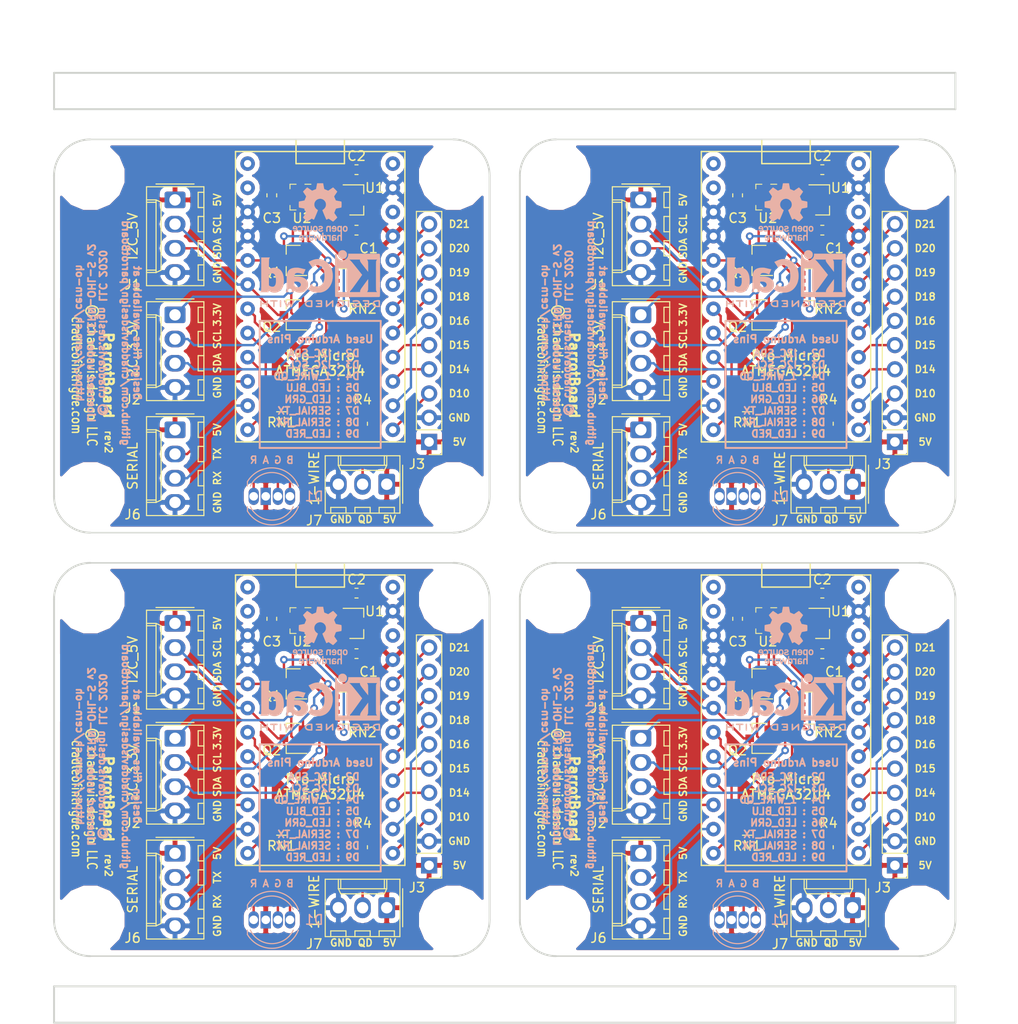
<source format=kicad_pcb>
(kicad_pcb (version 20171130) (host pcbnew 5.0.2-bee76a0~70~ubuntu18.04.1)
  (layers (0 F.Cu signal) (31 B.Cu signal) (34 B.Paste user) (35 F.Paste user) (36 B.SilkS user) (37 F.SilkS user) (38 B.Mask user) (39 F.Mask user) (44 Edge.Cuts user))
  (net 0 "")
  (net 1 +5V)
  (net 2 "Net-(D1-Pad2)")
  (net 3 "Net-(D1-Pad3)")
  (net 4 "Net-(D1-Pad4)")
  (net 5 GND)
  (net 6 D0)
  (net 7 D1)
  (net 8 D10)
  (net 9 D14)
  (net 10 D15)
  (net 11 D16)
  (net 12 D18)
  (net 13 D19)
  (net 14 D20)
  (net 15 D21)
  (net 16 TX)
  (net 17 RX)
  (net 18 OneWire1_QD)
  (net 19 "Net-(MOD1-Pad8)")
  (net 20 "Net-(MOD1-Pad9)")
  (net 21 "Net-(MOD1-Pad12)")
  (net 22 "Net-(MOD1-Pad13)")
  (net 23 RST)
  (net 24 +3V3)
  (net 25 I2C_5V_SCL)
  (net 26 I2C_5V_SDA)
  (net 27 I2C_3.3V_SCL)
  (net 28 "Net-(RN1-Pad4)")
  (net 29 "Net-(RN1-Pad5)")
  (net 30 I2C_3.3V_SDA)
  (module MountingHole:MountingHole_3.2mm_M3 (layer F.Cu) (at 19.685 86.36)
    (fp_text reference "")
    (fp_text value MountingHole_3.2mm_M3)
    (pad 1 np_thru_hole circle (at 0 0) (size 3.2 3.2) (drill 3.2) (layers *.Cu *.Mask))
  )
  (module parrotBoard:LOGO (layer F.Cu) (at 19.915 95.65 270)
    (fp_text reference G*** hide)
    (fp_text value LOGO hide)
    (fp_poly (pts (xy 3.005667 3.005667) (xy -3.005666 3.005667) (xy -3.005666 1.625372) (xy -2.751666 1.625372) (xy -2.751666 2.751667) (xy -1.83829 2.751667) (xy -1.402765 2.751667) (xy 0.023468 2.751667) (xy 0.408234 2.751466) (xy 0.716358 2.750574) (xy 0.955865 2.748556) (xy 1.134779 2.74498) (xy 1.261125 2.739411) (xy 1.342928 2.731416) (xy 1.388211 2.720561) (xy 1.405 2.706412) (xy 1.401318 2.688535) (xy 1.393948 2.677584) (xy 1.180691 2.43555) (xy 0.93748 2.22748) (xy 0.740834 2.102822) (xy 0.619763 2.042198) (xy 0.51774 2.003298) (xy 0.409713 1.981318) (xy 0.270634 1.971454) (xy 0.075453 1.968902) (xy 0.042334 1.968855) (xy -0.16975 1.971162) (xy -0.322702 1.981247) (xy -0.441977 2.003258) (xy -0.553033 2.041344) (xy -0.64008 2.080055) (xy -0.882818 2.221683) (xy -1.112828 2.405365) (xy -1.297107 2.604229) (xy -1.316968 2.631176) (xy -1.402765 2.751667) (xy -1.83829 2.751667) (xy -1.658993 2.478955) (xy -1.404354 2.161421) (xy -1.102866 1.905712) (xy -0.960424 1.826471) (xy 1.104316 1.826471) (xy 1.107739 1.853201) (xy 1.167092 1.910459) (xy 1.258771 1.98478) (xy 1.51137 2.219228) (xy 1.715634 2.479129) (xy 1.794454 2.614084) (xy 1.83929 2.691166) (xy 1.890161 2.732284) (xy 1.973274 2.748699) (xy 2.114708 2.751667) (xy 2.364575 2.751667) (xy 2.393633 2.519092) (xy 2.406188 2.272311) (xy 2.382377 1.997528) (xy 2.323737 1.686602) (xy 2.279404 1.489371) (xy 2.053458 1.592812) (xy 1.883213 1.65854) (xy 1.674343 1.721794) (xy 1.457808 1.774805) (xy 1.26457 1.809802) (xy 1.149782 1.819598) (xy 1.104316 1.826471) (xy -0.960424 1.826471) (xy -0.764676 1.717577) (xy -0.399933 1.602765) (xy -0.048722 1.566836) (xy 0.177723 1.566334) (xy -0.076042 1.375575) (xy -0.202763 1.274483) (xy -0.301357 1.184985) (xy -0.352508 1.124776) (xy -0.354498 1.120473) (xy -0.380763 1.087649) (xy -0.432732 1.096634) (xy -0.530402 1.151631) (xy -0.544351 1.160391) (xy -0.844607 1.320362) (xy -1.191394 1.456577) (xy -1.561 1.56308) (xy -1.929711 1.63392) (xy -2.273815 1.663144) (xy -2.50825 1.653408) (xy -2.751666 1.625372) (xy -3.005666 1.625372) (xy -3.005666 1.235568) (xy -2.666603 1.235568) (xy -2.626654 1.260919) (xy -2.514168 1.282983) (xy -2.341262 1.299785) (xy -2.236807 1.305559) (xy -2.118592 1.300775) (xy -1.951802 1.281849) (xy -1.770571 1.25274) (xy -1.753202 1.249466) (xy -1.565168 1.202699) (xy -1.353932 1.133144) (xy -1.14059 1.049687) (xy -0.946237 0.96121) (xy -0.791967 0.876599) (xy -0.741488 0.83782) (xy -0.125887 0.83782) (xy 0.040982 0.988577) (xy 0.34159 1.207691) (xy 0.672645 1.35491) (xy 1.021563 1.427165) (xy 1.37576 1.421385) (xy 1.611567 1.371797) (xy 1.769819 1.317268) (xy 1.823768 1.293928) (xy 2.605144 1.293928) (xy 2.628524 1.389038) (xy 2.646178 1.440311) (xy 2.685377 1.568657) (xy 2.707509 1.674572) (xy 2.709334 1.698656) (xy 2.718771 1.764614) (xy 2.7305 1.778) (xy 2.739998 1.738885) (xy 2.74729 1.634394) (xy 2.751259 1.483814) (xy 2.751667 1.412458) (xy 2.751667 1.046915) (xy 2.667345 1.154113) (xy 2.617198 1.227616) (xy 2.605144 1.293928) (xy 1.823768 1.293928) (xy 1.917492 1.253381) (xy 1.978398 1.220601) (xy 2.115297 1.136942) (xy 2.031161 0.972021) (xy 1.94394 0.83666) (xy 1.809652 0.66899) (xy 1.647385 0.48954) (xy 1.476229 0.31884) (xy 1.315272 0.177419) (xy 1.239349 0.120474) (xy 1.089747 0.028129) (xy 0.913933 -0.065886) (xy 0.825942 -0.107434) (xy 0.595958 -0.209143) (xy 0.444189 0.079673) (xy 0.333711 0.265625) (xy 0.197818 0.460997) (xy 0.083266 0.603155) (xy -0.125887 0.83782) (xy -0.741488 0.83782) (xy -0.699876 0.805854) (xy -0.667025 0.757615) (xy -0.661264 0.697916) (xy -0.684238 0.602302) (xy -0.720905 0.493482) (xy -0.775376 0.305022) (xy -0.818676 0.096633) (xy -0.832297 -0.001123) (xy -0.851518 -0.134622) (xy -0.856907 -0.15585) (xy -0.465666 -0.15585) (xy -0.452743 -0.004718) (xy -0.419939 0.171446) (xy -0.398665 0.252584) (xy -0.331664 0.478203) (xy -0.210449 0.355518) (xy -0.124316 0.25343) (xy -0.021592 0.110656) (xy 0.062179 -0.020275) (xy 0.139537 -0.156941) (xy 0.170136 -0.246454) (xy 0.145453 -0.299024) (xy 0.056967 -0.324862) (xy -0.103845 -0.334179) (xy -0.201083 -0.335691) (xy -0.465666 -0.338666) (xy -0.465666 -0.15585) (xy -0.856907 -0.15585) (xy -0.874784 -0.226264) (xy -0.893442 -0.254) (xy -0.980978 -0.234907) (xy -1.120061 -0.184184) (xy -1.288421 -0.111666) (xy -1.463788 -0.027187) (xy -1.623891 0.059419) (xy -1.68023 0.093435) (xy -1.924865 0.276025) (xy -2.170234 0.508806) (xy -2.389071 0.763433) (xy -2.540965 0.988134) (xy -2.608009 1.109461) (xy -2.653616 1.20046) (xy -2.666603 1.235568) (xy -3.005666 1.235568) (xy -3.005666 -1.72738) (xy -2.751667 -1.72738) (xy -2.751667 -0.567357) (xy -2.751231 -0.263873) (xy -2.750002 0.00997) (xy -2.748095 0.243343) (xy -2.745628 0.425421) (xy -2.742716 0.545376) (xy -2.739476 0.592382) (xy -2.739199 0.592667) (xy -2.70921 0.561816) (xy -2.643348 0.481362) (xy -2.565354 0.381055) (xy -2.388192 0.185226) (xy -2.157539 -0.016969) (xy -1.895766 -0.209972) (xy -1.625244 -0.378223) (xy -1.368343 -0.506164) (xy -1.2065 -0.563995) (xy -1.112407 -0.589415) (xy -1.021095 -0.613432) (xy 0.729034 -0.613432) (xy 0.747425 -0.563604) (xy 0.815138 -0.52266) (xy 0.914043 -0.483103) (xy 1.189651 -0.349877) (xy 1.478467 -0.162034) (xy 1.759689 0.062935) (xy 2.012515 0.307536) (xy 2.216142 0.554278) (xy 2.296913 0.679776) (xy 2.358321 0.779384) (xy 2.403776 0.838922) (xy 2.414639 0.846341) (xy 2.4464 0.813153) (xy 2.50761 0.725888) (xy 2.583972 0.605129) (xy 2.646761 0.49792) (xy 2.689027 0.407866) (xy 2.715467 0.313325) (xy 2.730781 0.192656) (xy 2.739666 0.024217) (xy 2.744608 -0.134785) (xy 2.749374 -0.353396) (xy 2.747163 -0.509731) (xy 2.735055 -0.626083) (xy 2.710126 -0.724748) (xy 2.669454 -0.828017) (xy 2.647262 -0.877497) (xy 2.480129 -1.153784) (xy 2.249397 -1.405569) (xy 1.976084 -1.611216) (xy 1.883834 -1.663344) (xy 1.756874 -1.725688) (xy 1.648845 -1.764826) (xy 1.532515 -1.786212) (xy 1.380653 -1.795301) (xy 1.214563 -1.797385) (xy 0.799292 -1.799166) (xy 0.787006 -1.312333) (xy 0.779286 -1.10366) (xy 0.767847 -0.913837) (xy 0.754353 -0.766207) (xy 0.742928 -0.693047) (xy 0.729034 -0.613432) (xy -1.021095 -0.613432) (xy -0.98179 -0.62377) (xy -0.941916 -0.634112) (xy -0.816893 -0.679523) (xy -0.765022 -0.735493) (xy -0.762473 -0.753529) (xy -0.380603 -0.753529) (xy -0.342458 -0.735202) (xy -0.243263 -0.718211) (xy -0.137583 -0.708617) (xy 0.018842 -0.69863) (xy 0.157178 -0.689509) (xy 0.217721 -0.685338) (xy 0.322162 -0.705988) (xy 0.360288 -0.751416) (xy 0.375646 -0.824134) (xy 0.391801 -0.958906) (xy 0.406334 -1.13318) (xy 0.413034 -1.242888) (xy 0.4351 -1.660276) (xy 0.338442 -1.608546) (xy 0.191099 -1.505885) (xy 0.027421 -1.355081) (xy -0.127547 -1.181857) (xy -0.248758 -1.011934) (xy -0.258297 -0.995698) (xy -0.324362 -0.875882) (xy -0.368796 -0.786418) (xy -0.380603 -0.753529) (xy -0.762473 -0.753529) (xy -0.762 -0.75687) (xy -0.743848 -0.831416) (xy -0.696183 -0.954519) (xy -0.629195 -1.099955) (xy -0.626944 -1.104488) (xy -0.493183 -1.323428) (xy -0.315931 -1.543958) (xy -0.117085 -1.7428) (xy 0.081455 -1.896677) (xy 0.162883 -1.944043) (xy 0.250281 -1.991369) (xy 0.301649 -2.036605) (xy 0.316976 -2.095965) (xy 0.296252 -2.185663) (xy 0.239465 -2.321911) (xy 0.16253 -2.487083) (xy 0.093079 -2.627536) (xy 0.039777 -2.707058) (xy -0.014151 -2.742719) (xy -0.085482 -2.751591) (xy -0.097485 -2.751666) (xy -0.184897 -2.741342) (xy -0.248663 -2.697312) (xy -0.31298 -2.599985) (xy -0.334963 -2.559424) (xy -0.495287 -2.329582) (xy -0.718939 -2.108899) (xy -0.984814 -1.91284) (xy -1.271808 -1.756869) (xy -1.558817 -1.656452) (xy -1.571187 -1.653535) (xy -1.785443 -1.621775) (xy -2.034639 -1.611478) (xy -2.283596 -1.622124) (xy -2.497138 -1.653196) (xy -2.554438 -1.668023) (xy -2.751667 -1.72738) (xy -3.005666 -1.72738) (xy -3.005666 -2.751666) (xy -2.751666 -2.751666) (xy -2.751666 -2.119229) (xy -2.550583 -2.055014) (xy -2.334497 -2.012763) (xy -2.04616 -2.001781) (xy -1.9685 -2.003647) (xy -1.761468 -2.015209) (xy -1.608084 -2.037816) (xy -1.477446 -2.078045) (xy -1.354666 -2.134305) (xy -1.236822 -2.205312) (xy -1.098689 -2.305333) (xy -0.957144 -2.419813) (xy -0.82906 -2.5342) (xy -0.731313 -2.633939) (xy -0.680777 -2.704477) (xy -0.677333 -2.71847) (xy -0.717757 -2.727632) (xy -0.831396 -2.735825) (xy -1.006799 -2.742683) (xy -1.232517 -2.74784) (xy -1.4971 -2.750928) (xy -1.7145 -2.751666) (xy -2.751666 -2.751666) (xy -3.005666 -2.751666) (xy -3.005666 -2.751667) (xy 0.47594 -2.751667) (xy 0.585041 -2.465916) (xy 0.694142 -2.180166) (xy 1.183154 -2.180166) (xy 1.396876 -2.178964) (xy 1.550383 -2.17228) (xy 1.668121 -2.155506) (xy 1.774539 -2.124028) (xy 1.894082 -2.073235) (xy 1.989667 -2.028031) (xy 2.175452 -1.926516) (xy 2.363013 -1.803811) (xy 2.513143 -1.685667) (xy 2.518834 -1.680461) (xy 2.62624 -1.582387) (xy 2.705924 -1.511686) (xy 2.740951 -1.483379) (xy 2.741084 -1.483347) (xy 2.744766 -1.522634) (xy 2.747891 -1.632005) (xy 2.750215 -1.796877) (xy 2.751495 -2.00267) (xy 2.751667 -2.116666) (xy 2.751667 -2.751666) (xy 1.613804 -2.751667) (xy 0.47594 -2.751667) (xy -3.005666 -2.751667) (xy -3.005666 -3.005666) (xy 3.005667 -3.005666) (xy 3.005667 3.005667)) (layer F.Cu) (width 0.01))
  )
  (module MountingHole:MountingHole_3.2mm_M3 (layer F.Cu) (at 19.685 120.015)
    (fp_text reference "")
    (fp_text value MountingHole_3.2mm_M3)
    (pad 1 np_thru_hole circle (at 0 0) (size 3.2 3.2) (drill 3.2) (layers *.Cu *.Mask))
  )
  (module MountingHole:MountingHole_3.2mm_M3 (layer F.Cu) (at 57.785 120.015)
    (fp_text reference "")
    (fp_text value MountingHole_3.2mm_M3)
    (pad 1 np_thru_hole circle (at 0 0) (size 3.2 3.2) (drill 3.2) (layers *.Cu *.Mask))
  )
  (module parrotBoard:ProMicro (layer F.Cu) (at 43.815 99.06)
    (fp_text reference "" (at -4.445 16.51) (layer F.SilkS))
    (fp_text value proMicro)
    (pad 1 thru_hole circle (at -7.62 -13.97) (size 1.524 1.524) (drill 0.762) (layers *.Cu *.Mask) (net 7 D1))
    (pad 2 thru_hole circle (at -7.62 -11.43) (size 1.524 1.524) (drill 0.762) (layers *.Cu *.Mask) (net 6 D0))
    (pad 3 thru_hole circle (at -7.62 -8.89) (size 1.524 1.524) (drill 0.762) (layers *.Cu *.Mask) (net 5 GND))
    (pad 4 thru_hole circle (at -7.62 -6.35) (size 1.524 1.524) (drill 0.762) (layers *.Cu *.Mask) (net 5 GND))
    (pad 5 thru_hole circle (at -7.62 -3.81) (size 1.524 1.524) (drill 0.762) (layers *.Cu *.Mask) (net 26 I2C_5V_SDA))
    (pad 6 thru_hole circle (at -7.62 -1.27) (size 1.524 1.524) (drill 0.762) (layers *.Cu *.Mask) (net 25 I2C_5V_SCL))
    (pad 7 thru_hole circle (at -7.62 1.27) (size 1.524 1.524) (drill 0.762) (layers *.Cu *.Mask) (net 18 OneWire1_QD))
    (pad 8 thru_hole circle (at -7.62 3.81) (size 1.524 1.524) (drill 0.762) (layers *.Cu *.Mask) (net 19 "Net-(MOD1-Pad8)"))
    (pad 9 thru_hole circle (at -7.62 6.35) (size 1.524 1.524) (drill 0.762) (layers *.Cu *.Mask) (net 20 "Net-(MOD1-Pad9)"))
    (pad 10 thru_hole circle (at -7.62 8.89) (size 1.524 1.524) (drill 0.762) (layers *.Cu *.Mask) (net 16 TX))
    (pad 11 thru_hole circle (at -7.62 11.43) (size 1.524 1.524) (drill 0.762) (layers *.Cu *.Mask) (net 17 RX))
    (pad 12 thru_hole circle (at -7.62 13.97) (size 1.524 1.524) (drill 0.762) (layers *.Cu *.Mask) (net 21 "Net-(MOD1-Pad12)"))
    (pad 13 thru_hole circle (at 7.62 -13.97) (size 1.524 1.524) (drill 0.762) (layers *.Cu *.Mask) (net 22 "Net-(MOD1-Pad13)"))
    (pad 14 thru_hole circle (at 7.62 -11.43) (size 1.524 1.524) (drill 0.762) (layers *.Cu *.Mask) (net 5 GND))
    (pad 15 thru_hole circle (at 7.62 -8.89) (size 1.524 1.524) (drill 0.762) (layers *.Cu *.Mask) (net 23 RST))
    (pad 16 thru_hole circle (at 7.62 -6.35) (size 1.524 1.524) (drill 0.762) (layers *.Cu *.Mask) (net 1 +5V))
    (pad 17 thru_hole circle (at 7.62 -3.81) (size 1.524 1.524) (drill 0.762) (layers *.Cu *.Mask) (net 15 D21))
    (pad 18 thru_hole circle (at 7.62 -1.27) (size 1.524 1.524) (drill 0.762) (layers *.Cu *.Mask) (net 14 D20))
    (pad 19 thru_hole circle (at 7.62 1.27) (size 1.524 1.524) (drill 0.762) (layers *.Cu *.Mask) (net 13 D19))
    (pad 20 thru_hole circle (at 7.62 3.81) (size 1.524 1.524) (drill 0.762) (layers *.Cu *.Mask) (net 12 D18))
    (pad 21 thru_hole circle (at 7.62 6.35) (size 1.524 1.524) (drill 0.762) (layers *.Cu *.Mask) (net 10 D15))
    (pad 22 thru_hole circle (at 7.62 8.89) (size 1.524 1.524) (drill 0.762) (layers *.Cu *.Mask) (net 9 D14))
    (pad 23 thru_hole circle (at 7.62 11.43) (size 1.524 1.524) (drill 0.762) (layers *.Cu *.Mask) (net 11 D16))
    (pad 24 thru_hole circle (at 7.62 13.97) (size 1.524 1.524) (drill 0.762) (layers *.Cu *.Mask) (net 8 D10))
  )
  (module MountingHole:MountingHole_3.2mm_M3 (layer F.Cu) (at 57.785 86.36)
    (fp_text reference "")
    (fp_text value MountingHole_3.2mm_M3)
    (pad 1 np_thru_hole circle (at 0 0) (size 3.2 3.2) (drill 3.2) (layers *.Cu *.Mask))
  )
  (module Symbol:KiCad-Logo2_6mm_SilkScreen (layer B.Cu) (at 43.815 97.155 180)
    (fp_text reference REF** hide)
    (fp_text value KiCad-Logo2_6mm_SilkScreen hide)
  )
  (module Package_TO_SOT_SMD:SOT-23 (layer F.Cu) (at 47.625 88.9)
    (fp_text reference U1 (at 1.905 -1.27) (layer F.SilkS))
    (fp_text value 622K)
    (pad 3 smd rect (at 1 0) (size 0.9 0.8) (layers F.Cu F.Paste F.Mask) (net 5 GND))
    (pad 2 smd rect (at -1 0.95) (size 0.9 0.8) (layers F.Cu F.Paste F.Mask) (net 1 +5V))
    (pad 1 smd rect (at -1 -0.95) (size 0.9 0.8) (layers F.Cu F.Paste F.Mask) (net 24 +3V3))
  )
  (module Resistor_SMD:R_Array_Convex_4x0603 (layer F.Cu) (at 46.355 97.79)
    (fp_text reference RN2 (at 1.905 2.54) (layer F.SilkS))
    (fp_text value 10KΩ)
    (pad 1 smd rect (at -0.9 -1.2) (size 0.8 0.5) (layers F.Cu F.Paste F.Mask) (net 27 I2C_3.3V_SCL))
    (pad 3 smd rect (at -0.9 0.4) (size 0.8 0.4) (layers F.Cu F.Paste F.Mask) (net 25 I2C_5V_SCL))
    (pad 2 smd rect (at -0.9 -0.4) (size 0.8 0.4) (layers F.Cu F.Paste F.Mask) (net 30 I2C_3.3V_SDA))
    (pad 4 smd rect (at -0.9 1.2) (size 0.8 0.5) (layers F.Cu F.Paste F.Mask) (net 26 I2C_5V_SDA))
    (pad 7 smd rect (at 0.9 -0.4) (size 0.8 0.4) (layers F.Cu F.Paste F.Mask) (net 24 +3V3))
    (pad 8 smd rect (at 0.9 -1.2) (size 0.8 0.5) (layers F.Cu F.Paste F.Mask) (net 24 +3V3))
    (pad 6 smd rect (at 0.9 0.4) (size 0.8 0.4) (layers F.Cu F.Paste F.Mask) (net 1 +5V))
    (pad 5 smd rect (at 0.9 1.2) (size 0.8 0.5) (layers F.Cu F.Paste F.Mask) (net 1 +5V))
  )
  (module Connector_Molex:Molex_KK-254_AE-6410-04A_1x04_P2.54mm_Vertical (layer F.Cu) (at 77.47 100.965 270)
    (fp_text reference J2 (at 8.89 4.445) (layer F.SilkS))
    (fp_text value I2C_BUS_3.3V)
    (pad 4 thru_hole oval (at 7.62 0 270) (size 1.74 2.2) (drill 1.2) (layers *.Cu *.Mask) (net 5 GND))
    (pad 3 thru_hole oval (at 5.08 0 270) (size 1.74 2.2) (drill 1.2) (layers *.Cu *.Mask) (net 30 I2C_3.3V_SDA))
    (pad 2 thru_hole oval (at 2.54 0 270) (size 1.74 2.2) (drill 1.2) (layers *.Cu *.Mask) (net 27 I2C_3.3V_SCL))
    (pad 1 thru_hole roundrect (at 0 0 270) (size 1.74 2.2) (drill 1.2) (layers *.Cu *.Mask) (roundrect_rratio 0.143678) (net 24 +3V3))
  )
  (module Package_LGA:Bosch_LGA-8_2x2.5mm_P0.65mm_ClockwisePinNumbering (layer F.Cu) (at 90.64 88.605 270)
    (fp_text reference U2 (at 2.2 -0.165) (layer F.SilkS))
    (fp_text value BMP280)
    (pad 1 smd rect (at -0.975 -0.8) (size 0.5 0.35) (layers F.Cu F.Paste F.Mask) (net 5 GND))
    (pad 5 smd rect (at 0.975 0.8) (size 0.5 0.35) (layers F.Cu F.Paste F.Mask) (net 24 +3V3))
    (pad 6 smd rect (at 0.325 0.8) (size 0.5 0.35) (layers F.Cu F.Paste F.Mask) (net 24 +3V3))
    (pad 7 smd rect (at -0.325 0.8) (size 0.5 0.35) (layers F.Cu F.Paste F.Mask) (net 5 GND))
    (pad 4 smd rect (at 0.975 -0.8) (size 0.5 0.35) (layers F.Cu F.Paste F.Mask) (net 27 I2C_3.3V_SCL))
    (pad 3 smd rect (at 0.325 -0.8) (size 0.5 0.35) (layers F.Cu F.Paste F.Mask) (net 30 I2C_3.3V_SDA))
    (pad 2 smd rect (at -0.325 -0.8) (size 0.5 0.35) (layers F.Cu F.Paste F.Mask) (net 24 +3V3))
    (pad 8 smd rect (at -0.975 0.8) (size 0.5 0.35) (layers F.Cu F.Paste F.Mask) (net 24 +3V3))
  )
  (module Resistor_SMD:R_Array_Convex_4x0603 (layer F.Cu) (at 88.635 109.455 180)
    (fp_text reference RN1 (at 0 -2.8 180) (layer F.SilkS))
    (fp_text value 220Ω)
    (pad 1 smd rect (at -0.9 -1.2 180) (size 0.8 0.5) (layers F.Cu F.Paste F.Mask) (net 2 "Net-(D1-Pad2)"))
    (pad 3 smd rect (at -0.9 0.4 180) (size 0.8 0.4) (layers F.Cu F.Paste F.Mask) (net 4 "Net-(D1-Pad4)"))
    (pad 2 smd rect (at -0.9 -0.4 180) (size 0.8 0.4) (layers F.Cu F.Paste F.Mask) (net 3 "Net-(D1-Pad3)"))
    (pad 4 smd rect (at -0.9 1.2 180) (size 0.8 0.5) (layers F.Cu F.Paste F.Mask) (net 28 "Net-(RN1-Pad4)"))
    (pad 7 smd rect (at 0.9 -0.4 180) (size 0.8 0.4) (layers F.Cu F.Paste F.Mask) (net 20 "Net-(MOD1-Pad9)"))
    (pad 8 smd rect (at 0.9 -1.2 180) (size 0.8 0.5) (layers F.Cu F.Paste F.Mask) (net 21 "Net-(MOD1-Pad12)"))
    (pad 6 smd rect (at 0.9 0.4 180) (size 0.8 0.4) (layers F.Cu F.Paste F.Mask) (net 19 "Net-(MOD1-Pad8)"))
    (pad 5 smd rect (at 0.9 1.2 180) (size 0.8 0.5) (layers F.Cu F.Paste F.Mask) (net 29 "Net-(RN1-Pad5)"))
  )
  (module Resistor_SMD:R_0603_1608Metric (layer F.Cu) (at 97.155 112.395 90)
    (fp_text reference R4 (at 2.54 0 180) (layer F.SilkS))
    (fp_text value 4.7kΩ)
    (pad 1 smd roundrect (at -0.7875 0 90) (size 0.875 0.95) (layers F.Cu F.Paste F.Mask) (net 18 OneWire1_QD))
    (pad 2 smd roundrect (at 0.7875 0 90) (size 0.875 0.95) (layers F.Cu F.Paste F.Mask) (net 1 +5V))
  )
  (module Connector_Molex:Molex_KK-254_AE-6410-04A_1x04_P2.54mm_Vertical (layer F.Cu) (at 77.47 113.03 270)
    (fp_text reference J6 (at 8.89 4.445) (layer F.SilkS))
    (fp_text value "Serial Connector")
    (pad 1 thru_hole roundrect (at 0 0 270) (size 1.74 2.2) (drill 1.2) (layers *.Cu *.Mask) (roundrect_rratio 0.143678) (net 1 +5V))
    (pad 2 thru_hole oval (at 2.54 0 270) (size 1.74 2.2) (drill 1.2) (layers *.Cu *.Mask) (net 16 TX))
    (pad 3 thru_hole oval (at 5.08 0 270) (size 1.74 2.2) (drill 1.2) (layers *.Cu *.Mask) (net 17 RX))
    (pad 4 thru_hole oval (at 7.62 0 270) (size 1.74 2.2) (drill 1.2) (layers *.Cu *.Mask) (net 5 GND))
  )
  (module Capacitor_SMD:C_0603_1608Metric (layer F.Cu) (at 87.63 88.4175 270)
    (fp_text reference C3 (at 2.3875 0) (layer F.SilkS))
    (fp_text value 0.1uF)
    (pad 1 smd roundrect (at -0.7875 0 270) (size 0.875 0.95) (layers F.Cu F.Paste F.Mask) (net 5 GND))
    (pad 2 smd roundrect (at 0.7875 0 270) (size 0.875 0.95) (layers F.Cu F.Paste F.Mask) (net 24 +3V3))
  )
  (module Package_TO_SOT_SMD:SOT-23 (layer F.Cu) (at 89.9 100.965 180)
    (fp_text reference Q2 (at 2.27 -1.27 180) (layer F.SilkS))
    (fp_text value BSS138)
    (pad 3 smd rect (at 1 0 180) (size 0.9 0.8) (layers F.Cu F.Paste F.Mask) (net 25 I2C_5V_SCL))
    (pad 2 smd rect (at -1 0.95 180) (size 0.9 0.8) (layers F.Cu F.Paste F.Mask) (net 27 I2C_3.3V_SCL))
    (pad 1 smd rect (at -1 -0.95 180) (size 0.9 0.8) (layers F.Cu F.Paste F.Mask) (net 24 +3V3))
  )
  (module Capacitor_SMD:C_0603_1608Metric (layer F.Cu) (at 96.52 92.075)
    (fp_text reference C1 (at 1.27 1.905) (layer F.SilkS))
    (fp_text value 1uF)
    (pad 2 smd roundrect (at 0.7875 0) (size 0.875 0.95) (layers F.Cu F.Paste F.Mask) (net 5 GND))
    (pad 1 smd roundrect (at -0.7875 0) (size 0.875 0.95) (layers F.Cu F.Paste F.Mask) (net 1 +5V))
  )
  (module Capacitor_SMD:C_0603_1608Metric (layer F.Cu) (at 96.52 85.725)
    (fp_text reference C2 (at 0 -1.43) (layer F.SilkS))
    (fp_text value 1uF)
    (pad 1 smd roundrect (at -0.7875 0) (size 0.875 0.95) (layers F.Cu F.Paste F.Mask) (net 24 +3V3))
    (pad 2 smd roundrect (at 0.7875 0) (size 0.875 0.95) (layers F.Cu F.Paste F.Mask) (net 5 GND))
  )
  (module parrotBoard:LED_D5.0mm-4_RAGB (layer B.Cu) (at 36.83 120.015)
    (fp_text reference D1 (at 6.35 0) (layer B.SilkS) (effects (justify mirror)))
    (fp_text value LED_ARGB)
    (pad 4 thru_hole oval (at 3.81 0) (size 1.07 1.8) (drill 0.9) (layers *.Cu *.Mask) (net 4 "Net-(D1-Pad4)"))
    (pad 3 thru_hole oval (at 2.54 0) (size 1.07 1.8) (drill 0.9) (layers *.Cu *.Mask) (net 3 "Net-(D1-Pad3)"))
    (pad 2 thru_hole oval (at 0 0) (size 1.07 1.8) (drill 0.9) (layers *.Cu *.Mask) (net 2 "Net-(D1-Pad2)"))
    (pad 1 thru_hole rect (at 1.27 0) (size 1.07 1.8) (drill 0.9) (layers *.Cu *.Mask) (net 1 +5V))
  )
  (module Connector_Molex:Molex_KK-254_AE-6410-04A_1x04_P2.54mm_Vertical (layer F.Cu) (at 28.575 100.965 270)
    (fp_text reference J2 (at 8.89 4.445) (layer F.SilkS))
    (fp_text value I2C_BUS_3.3V)
    (pad 1 thru_hole roundrect (at 0 0 270) (size 1.74 2.2) (drill 1.2) (layers *.Cu *.Mask) (roundrect_rratio 0.143678) (net 24 +3V3))
    (pad 2 thru_hole oval (at 2.54 0 270) (size 1.74 2.2) (drill 1.2) (layers *.Cu *.Mask) (net 27 I2C_3.3V_SCL))
    (pad 3 thru_hole oval (at 5.08 0 270) (size 1.74 2.2) (drill 1.2) (layers *.Cu *.Mask) (net 30 I2C_3.3V_SDA))
    (pad 4 thru_hole oval (at 7.62 0 270) (size 1.74 2.2) (drill 1.2) (layers *.Cu *.Mask) (net 5 GND))
  )
  (module Connector_PinHeader_2.54mm:PinHeader_1x10_P2.54mm_Vertical (layer F.Cu) (at 55.245 114.3 180)
    (fp_text reference J3 (at 1.27 -2.33 180) (layer F.SilkS))
    (fp_text value "Expansion Pins")
    (pad 10 thru_hole oval (at 0 22.86 180) (size 1.7 1.7) (drill 1) (layers *.Cu *.Mask) (net 15 D21))
    (pad 9 thru_hole oval (at 0 20.32 180) (size 1.7 1.7) (drill 1) (layers *.Cu *.Mask) (net 14 D20))
    (pad 8 thru_hole oval (at 0 17.78 180) (size 1.7 1.7) (drill 1) (layers *.Cu *.Mask) (net 13 D19))
    (pad 7 thru_hole oval (at 0 15.24 180) (size 1.7 1.7) (drill 1) (layers *.Cu *.Mask) (net 12 D18))
    (pad 6 thru_hole oval (at 0 12.7 180) (size 1.7 1.7) (drill 1) (layers *.Cu *.Mask) (net 11 D16))
    (pad 5 thru_hole oval (at 0 10.16 180) (size 1.7 1.7) (drill 1) (layers *.Cu *.Mask) (net 10 D15))
    (pad 4 thru_hole oval (at 0 7.62 180) (size 1.7 1.7) (drill 1) (layers *.Cu *.Mask) (net 9 D14))
    (pad 3 thru_hole oval (at 0 5.08 180) (size 1.7 1.7) (drill 1) (layers *.Cu *.Mask) (net 8 D10))
    (pad 2 thru_hole oval (at 0 2.54 180) (size 1.7 1.7) (drill 1) (layers *.Cu *.Mask) (net 5 GND))
    (pad 1 thru_hole rect (at 0 0 180) (size 1.7 1.7) (drill 1) (layers *.Cu *.Mask) (net 1 +5V))
  )
  (module Connector_Molex:Molex_KK-254_AE-6410-03A_1x03_P2.54mm_Vertical (layer F.Cu) (at 50.8 118.745 180)
    (fp_text reference J7 (at 7.62 -3.81 180) (layer F.SilkS))
    (fp_text value "OneWire Bus")
    (pad 3 thru_hole oval (at 5.08 0 180) (size 1.74 2.2) (drill 1.2) (layers *.Cu *.Mask) (net 5 GND))
    (pad 2 thru_hole oval (at 2.54 0 180) (size 1.74 2.2) (drill 1.2) (layers *.Cu *.Mask) (net 18 OneWire1_QD))
    (pad 1 thru_hole roundrect (at 0 0 180) (size 1.74 2.2) (drill 1.2) (layers *.Cu *.Mask) (roundrect_rratio 0.143678) (net 1 +5V))
  )
  (module Package_TO_SOT_SMD:SOT-23 (layer F.Cu) (at 41.005 95.25 180)
    (fp_text reference Q1 (at 2.27 -1.27 180) (layer F.SilkS))
    (fp_text value BSS138)
    (pad 3 smd rect (at 1 0 180) (size 0.9 0.8) (layers F.Cu F.Paste F.Mask) (net 26 I2C_5V_SDA))
    (pad 2 smd rect (at -1 0.95 180) (size 0.9 0.8) (layers F.Cu F.Paste F.Mask) (net 30 I2C_3.3V_SDA))
    (pad 1 smd rect (at -1 -0.95 180) (size 0.9 0.8) (layers F.Cu F.Paste F.Mask) (net 24 +3V3))
  )
  (module Connector_Molex:Molex_KK-254_AE-6410-03A_1x03_P2.54mm_Vertical (layer F.Cu) (at 99.695 118.745 180)
    (fp_text reference J7 (at 7.62 -3.81 180) (layer F.SilkS))
    (fp_text value "OneWire Bus")
    (pad 1 thru_hole roundrect (at 0 0 180) (size 1.74 2.2) (drill 1.2) (layers *.Cu *.Mask) (roundrect_rratio 0.143678) (net 1 +5V))
    (pad 2 thru_hole oval (at 2.54 0 180) (size 1.74 2.2) (drill 1.2) (layers *.Cu *.Mask) (net 18 OneWire1_QD))
    (pad 3 thru_hole oval (at 5.08 0 180) (size 1.74 2.2) (drill 1.2) (layers *.Cu *.Mask) (net 5 GND))
  )
  (module Package_LGA:Bosch_LGA-8_2x2.5mm_P0.65mm_ClockwisePinNumbering (layer F.Cu) (at 41.745 88.605 270)
    (fp_text reference U2 (at 2.2 -0.165) (layer F.SilkS))
    (fp_text value BMP280)
    (pad 8 smd rect (at -0.975 0.8) (size 0.5 0.35) (layers F.Cu F.Paste F.Mask) (net 24 +3V3))
    (pad 2 smd rect (at -0.325 -0.8) (size 0.5 0.35) (layers F.Cu F.Paste F.Mask) (net 24 +3V3))
    (pad 3 smd rect (at 0.325 -0.8) (size 0.5 0.35) (layers F.Cu F.Paste F.Mask) (net 30 I2C_3.3V_SDA))
    (pad 4 smd rect (at 0.975 -0.8) (size 0.5 0.35) (layers F.Cu F.Paste F.Mask) (net 27 I2C_3.3V_SCL))
    (pad 7 smd rect (at -0.325 0.8) (size 0.5 0.35) (layers F.Cu F.Paste F.Mask) (net 5 GND))
    (pad 6 smd rect (at 0.325 0.8) (size 0.5 0.35) (layers F.Cu F.Paste F.Mask) (net 24 +3V3))
    (pad 5 smd rect (at 0.975 0.8) (size 0.5 0.35) (layers F.Cu F.Paste F.Mask) (net 24 +3V3))
    (pad 1 smd rect (at -0.975 -0.8) (size 0.5 0.35) (layers F.Cu F.Paste F.Mask) (net 5 GND))
  )
  (module Connector_Molex:Molex_KK-254_AE-6410-04A_1x04_P2.54mm_Vertical (layer F.Cu) (at 28.575 88.9 270)
    (fp_text reference J1 (at 8.89 4.445) (layer F.SilkS))
    (fp_text value I2C_BUS_5V)
    (pad 4 thru_hole oval (at 7.62 0 270) (size 1.74 2.2) (drill 1.2) (layers *.Cu *.Mask) (net 5 GND))
    (pad 3 thru_hole oval (at 5.08 0 270) (size 1.74 2.2) (drill 1.2) (layers *.Cu *.Mask) (net 26 I2C_5V_SDA))
    (pad 2 thru_hole oval (at 2.54 0 270) (size 1.74 2.2) (drill 1.2) (layers *.Cu *.Mask) (net 25 I2C_5V_SCL))
    (pad 1 thru_hole roundrect (at 0 0 270) (size 1.74 2.2) (drill 1.2) (layers *.Cu *.Mask) (roundrect_rratio 0.143678) (net 1 +5V))
  )
  (module Capacitor_SMD:C_0603_1608Metric (layer F.Cu) (at 47.625 92.075)
    (fp_text reference C1 (at 1.27 1.905) (layer F.SilkS))
    (fp_text value 1uF)
    (pad 1 smd roundrect (at -0.7875 0) (size 0.875 0.95) (layers F.Cu F.Paste F.Mask) (net 1 +5V))
    (pad 2 smd roundrect (at 0.7875 0) (size 0.875 0.95) (layers F.Cu F.Paste F.Mask) (net 5 GND))
  )
  (module Capacitor_SMD:C_0603_1608Metric (layer F.Cu) (at 47.625 85.725)
    (fp_text reference C2 (at 0 -1.43) (layer F.SilkS))
    (fp_text value 1uF)
    (pad 2 smd roundrect (at 0.7875 0) (size 0.875 0.95) (layers F.Cu F.Paste F.Mask) (net 5 GND))
    (pad 1 smd roundrect (at -0.7875 0) (size 0.875 0.95) (layers F.Cu F.Paste F.Mask) (net 24 +3V3))
  )
  (module Package_TO_SOT_SMD:SOT-23 (layer F.Cu) (at 89.9 95.25 180)
    (fp_text reference Q1 (at 2.27 -1.27 180) (layer F.SilkS))
    (fp_text value BSS138)
    (pad 1 smd rect (at -1 -0.95 180) (size 0.9 0.8) (layers F.Cu F.Paste F.Mask) (net 24 +3V3))
    (pad 2 smd rect (at -1 0.95 180) (size 0.9 0.8) (layers F.Cu F.Paste F.Mask) (net 30 I2C_3.3V_SDA))
    (pad 3 smd rect (at 1 0 180) (size 0.9 0.8) (layers F.Cu F.Paste F.Mask) (net 26 I2C_5V_SDA))
  )
  (module Resistor_SMD:R_Array_Convex_4x0603 (layer F.Cu) (at 39.74 109.455 180)
    (fp_text reference RN1 (at 0 -2.8 180) (layer F.SilkS))
    (fp_text value 220Ω)
    (pad 5 smd rect (at 0.9 1.2 180) (size 0.8 0.5) (layers F.Cu F.Paste F.Mask) (net 29 "Net-(RN1-Pad5)"))
    (pad 6 smd rect (at 0.9 0.4 180) (size 0.8 0.4) (layers F.Cu F.Paste F.Mask) (net 19 "Net-(MOD1-Pad8)"))
    (pad 8 smd rect (at 0.9 -1.2 180) (size 0.8 0.5) (layers F.Cu F.Paste F.Mask) (net 21 "Net-(MOD1-Pad12)"))
    (pad 7 smd rect (at 0.9 -0.4 180) (size 0.8 0.4) (layers F.Cu F.Paste F.Mask) (net 20 "Net-(MOD1-Pad9)"))
    (pad 4 smd rect (at -0.9 1.2 180) (size 0.8 0.5) (layers F.Cu F.Paste F.Mask) (net 28 "Net-(RN1-Pad4)"))
    (pad 2 smd rect (at -0.9 -0.4 180) (size 0.8 0.4) (layers F.Cu F.Paste F.Mask) (net 3 "Net-(D1-Pad3)"))
    (pad 3 smd rect (at -0.9 0.4 180) (size 0.8 0.4) (layers F.Cu F.Paste F.Mask) (net 4 "Net-(D1-Pad4)"))
    (pad 1 smd rect (at -0.9 -1.2 180) (size 0.8 0.5) (layers F.Cu F.Paste F.Mask) (net 2 "Net-(D1-Pad2)"))
  )
  (module Capacitor_SMD:C_0603_1608Metric (layer F.Cu) (at 38.735 88.4175 270)
    (fp_text reference C3 (at 2.3875 0) (layer F.SilkS))
    (fp_text value 0.1uF)
    (pad 2 smd roundrect (at 0.7875 0 270) (size 0.875 0.95) (layers F.Cu F.Paste F.Mask) (net 24 +3V3))
    (pad 1 smd roundrect (at -0.7875 0 270) (size 0.875 0.95) (layers F.Cu F.Paste F.Mask) (net 5 GND))
  )
  (module MountingHole:MountingHole_3.2mm_M3 (layer F.Cu) (at 68.58 86.36)
    (fp_text reference "")
    (fp_text value MountingHole_3.2mm_M3)
    (pad 1 np_thru_hole circle (at 0 0) (size 3.2 3.2) (drill 3.2) (layers *.Cu *.Mask))
  )
  (module parrotBoard:LOGO (layer F.Cu) (at 68.81 95.65 270)
    (fp_text reference G*** hide)
    (fp_text value LOGO hide)
    (fp_poly (pts (xy 3.005667 3.005667) (xy -3.005666 3.005667) (xy -3.005666 1.625372) (xy -2.751666 1.625372) (xy -2.751666 2.751667) (xy -1.83829 2.751667) (xy -1.402765 2.751667) (xy 0.023468 2.751667) (xy 0.408234 2.751466) (xy 0.716358 2.750574) (xy 0.955865 2.748556) (xy 1.134779 2.74498) (xy 1.261125 2.739411) (xy 1.342928 2.731416) (xy 1.388211 2.720561) (xy 1.405 2.706412) (xy 1.401318 2.688535) (xy 1.393948 2.677584) (xy 1.180691 2.43555) (xy 0.93748 2.22748) (xy 0.740834 2.102822) (xy 0.619763 2.042198) (xy 0.51774 2.003298) (xy 0.409713 1.981318) (xy 0.270634 1.971454) (xy 0.075453 1.968902) (xy 0.042334 1.968855) (xy -0.16975 1.971162) (xy -0.322702 1.981247) (xy -0.441977 2.003258) (xy -0.553033 2.041344) (xy -0.64008 2.080055) (xy -0.882818 2.221683) (xy -1.112828 2.405365) (xy -1.297107 2.604229) (xy -1.316968 2.631176) (xy -1.402765 2.751667) (xy -1.83829 2.751667) (xy -1.658993 2.478955) (xy -1.404354 2.161421) (xy -1.102866 1.905712) (xy -0.960424 1.826471) (xy 1.104316 1.826471) (xy 1.107739 1.853201) (xy 1.167092 1.910459) (xy 1.258771 1.98478) (xy 1.51137 2.219228) (xy 1.715634 2.479129) (xy 1.794454 2.614084) (xy 1.83929 2.691166) (xy 1.890161 2.732284) (xy 1.973274 2.748699) (xy 2.114708 2.751667) (xy 2.364575 2.751667) (xy 2.393633 2.519092) (xy 2.406188 2.272311) (xy 2.382377 1.997528) (xy 2.323737 1.686602) (xy 2.279404 1.489371) (xy 2.053458 1.592812) (xy 1.883213 1.65854) (xy 1.674343 1.721794) (xy 1.457808 1.774805) (xy 1.26457 1.809802) (xy 1.149782 1.819598) (xy 1.104316 1.826471) (xy -0.960424 1.826471) (xy -0.764676 1.717577) (xy -0.399933 1.602765) (xy -0.048722 1.566836) (xy 0.177723 1.566334) (xy -0.076042 1.375575) (xy -0.202763 1.274483) (xy -0.301357 1.184985) (xy -0.352508 1.124776) (xy -0.354498 1.120473) (xy -0.380763 1.087649) (xy -0.432732 1.096634) (xy -0.530402 1.151631) (xy -0.544351 1.160391) (xy -0.844607 1.320362) (xy -1.191394 1.456577) (xy -1.561 1.56308) (xy -1.929711 1.63392) (xy -2.273815 1.663144) (xy -2.50825 1.653408) (xy -2.751666 1.625372) (xy -3.005666 1.625372) (xy -3.005666 1.235568) (xy -2.666603 1.235568) (xy -2.626654 1.260919) (xy -2.514168 1.282983) (xy -2.341262 1.299785) (xy -2.236807 1.305559) (xy -2.118592 1.300775) (xy -1.951802 1.281849) (xy -1.770571 1.25274) (xy -1.753202 1.249466) (xy -1.565168 1.202699) (xy -1.353932 1.133144) (xy -1.14059 1.049687) (xy -0.946237 0.96121) (xy -0.791967 0.876599) (xy -0.741488 0.83782) (xy -0.125887 0.83782) (xy 0.040982 0.988577) (xy 0.34159 1.207691) (xy 0.672645 1.35491) (xy 1.021563 1.427165) (xy 1.37576 1.421385) (xy 1.611567 1.371797) (xy 1.769819 1.317268) (xy 1.823768 1.293928) (xy 2.605144 1.293928) (xy 2.628524 1.389038) (xy 2.646178 1.440311) (xy 2.685377 1.568657) (xy 2.707509 1.674572) (xy 2.709334 1.698656) (xy 2.718771 1.764614) (xy 2.7305 1.778) (xy 2.739998 1.738885) (xy 2.74729 1.634394) (xy 2.751259 1.483814) (xy 2.751667 1.412458) (xy 2.751667 1.046915) (xy 2.667345 1.154113) (xy 2.617198 1.227616) (xy 2.605144 1.293928) (xy 1.823768 1.293928) (xy 1.917492 1.253381) (xy 1.978398 1.220601) (xy 2.115297 1.136942) (xy 2.031161 0.972021) (xy 1.94394 0.83666) (xy 1.809652 0.66899) (xy 1.647385 0.48954) (xy 1.476229 0.31884) (xy 1.315272 0.177419) (xy 1.239349 0.120474) (xy 1.089747 0.028129) (xy 0.913933 -0.065886) (xy 0.825942 -0.107434) (xy 0.595958 -0.209143) (xy 0.444189 0.079673) (xy 0.333711 0.265625) (xy 0.197818 0.460997) (xy 0.083266 0.603155) (xy -0.125887 0.83782) (xy -0.741488 0.83782) (xy -0.699876 0.805854) (xy -0.667025 0.757615) (xy -0.661264 0.697916) (xy -0.684238 0.602302) (xy -0.720905 0.493482) (xy -0.775376 0.305022) (xy -0.818676 0.096633) (xy -0.832297 -0.001123) (xy -0.851518 -0.134622) (xy -0.856907 -0.15585) (xy -0.465666 -0.15585) (xy -0.452743 -0.004718) (xy -0.419939 0.171446) (xy -0.398665 0.252584) (xy -0.331664 0.478203) (xy -0.210449 0.355518) (xy -0.124316 0.25343) (xy -0.021592 0.110656) (xy 0.062179 -0.020275) (xy 0.139537 -0.156941) (xy 0.170136 -0.246454) (xy 0.145453 -0.299024) (xy 0.056967 -0.324862) (xy -0.103845 -0.334179) (xy -0.201083 -0.335691) (xy -0.465666 -0.338666) (xy -0.465666 -0.15585) (xy -0.856907 -0.15585) (xy -0.874784 -0.226264) (xy -0.893442 -0.254) (xy -0.980978 -0.234907) (xy -1.120061 -0.184184) (xy -1.288421 -0.111666) (xy -1.463788 -0.027187) (xy -1.623891 0.059419) (xy -1.68023 0.093435) (xy -1.924865 0.276025) (xy -2.170234 0.508806) (xy -2.389071 0.763433) (xy -2.540965 0.988134) (xy -2.608009 1.109461) (xy -2.653616 1.20046) (xy -2.666603 1.235568) (xy -3.005666 1.235568) (xy -3.005666 -1.72738) (xy -2.751667 -1.72738) (xy -2.751667 -0.567357) (xy -2.751231 -0.263873) (xy -2.750002 0.00997) (xy -2.748095 0.243343) (xy -2.745628 0.425421) (xy -2.742716 0.545376) (xy -2.739476 0.592382) (xy -2.739199 0.592667) (xy -2.70921 0.561816) (xy -2.643348 0.481362) (xy -2.565354 0.381055) (xy -2.388192 0.185226) (xy -2.157539 -0.016969) (xy -1.895766 -0.209972) (xy -1.625244 -0.378223) (xy -1.368343 -0.506164) (xy -1.2065 -0.563995) (xy -1.112407 -0.589415) (xy -1.021095 -0.613432) (xy 0.729034 -0.613432) (xy 0.747425 -0.563604) (xy 0.815138 -0.52266) (xy 0.914043 -0.483103) (xy 1.189651 -0.349877) (xy 1.478467 -0.162034) (xy 1.759689 0.062935) (xy 2.012515 0.307536) (xy 2.216142 0.554278) (xy 2.296913 0.679776) (xy 2.358321 0.779384) (xy 2.403776 0.838922) (xy 2.414639 0.846341) (xy 2.4464 0.813153) (xy 2.50761 0.725888) (xy 2.583972 0.605129) (xy 2.646761 0.49792) (xy 2.689027 0.407866) (xy 2.715467 0.313325) (xy 2.730781 0.192656) (xy 2.739666 0.024217) (xy 2.744608 -0.134785) (xy 2.749374 -0.353396) (xy 2.747163 -0.509731) (xy 2.735055 -0.626083) (xy 2.710126 -0.724748) (xy 2.669454 -0.828017) (xy 2.647262 -0.877497) (xy 2.480129 -1.153784) (xy 2.249397 -1.405569) (xy 1.976084 -1.611216) (xy 1.883834 -1.663344) (xy 1.756874 -1.725688) (xy 1.648845 -1.764826) (xy 1.532515 -1.786212) (xy 1.380653 -1.795301) (xy 1.214563 -1.797385) (xy 0.799292 -1.799166) (xy 0.787006 -1.312333) (xy 0.779286 -1.10366) (xy 0.767847 -0.913837) (xy 0.754353 -0.766207) (xy 0.742928 -0.693047) (xy 0.729034 -0.613432) (xy -1.021095 -0.613432) (xy -0.98179 -0.62377) (xy -0.941916 -0.634112) (xy -0.816893 -0.679523) (xy -0.765022 -0.735493) (xy -0.762473 -0.753529) (xy -0.380603 -0.753529) (xy -0.342458 -0.735202) (xy -0.243263 -0.718211) (xy -0.137583 -0.708617) (xy 0.018842 -0.69863) (xy 0.157178 -0.689509) (xy 0.217721 -0.685338) (xy 0.322162 -0.705988) (xy 0.360288 -0.751416) (xy 0.375646 -0.824134) (xy 0.391801 -0.958906) (xy 0.406334 -1.13318) (xy 0.413034 -1.242888) (xy 0.4351 -1.660276) (xy 0.338442 -1.608546) (xy 0.191099 -1.505885) (xy 0.027421 -1.355081) (xy -0.127547 -1.181857) (xy -0.248758 -1.011934) (xy -0.258297 -0.995698) (xy -0.324362 -0.875882) (xy -0.368796 -0.786418) (xy -0.380603 -0.753529) (xy -0.762473 -0.753529) (xy -0.762 -0.75687) (xy -0.743848 -0.831416) (xy -0.696183 -0.954519) (xy -0.629195 -1.099955) (xy -0.626944 -1.104488) (xy -0.493183 -1.323428) (xy -0.315931 -1.543958) (xy -0.117085 -1.7428) (xy 0.081455 -1.896677) (xy 0.162883 -1.944043) (xy 0.250281 -1.991369) (xy 0.301649 -2.036605) (xy 0.316976 -2.095965) (xy 0.296252 -2.185663) (xy 0.239465 -2.321911) (xy 0.16253 -2.487083) (xy 0.093079 -2.627536) (xy 0.039777 -2.707058) (xy -0.014151 -2.742719) (xy -0.085482 -2.751591) (xy -0.097485 -2.751666) (xy -0.184897 -2.741342) (xy -0.248663 -2.697312) (xy -0.31298 -2.599985) (xy -0.334963 -2.559424) (xy -0.495287 -2.329582) (xy -0.718939 -2.108899) (xy -0.984814 -1.91284) (xy -1.271808 -1.756869) (xy -1.558817 -1.656452) (xy -1.571187 -1.653535) (xy -1.785443 -1.621775) (xy -2.034639 -1.611478) (xy -2.283596 -1.622124) (xy -2.497138 -1.653196) (xy -2.554438 -1.668023) (xy -2.751667 -1.72738) (xy -3.005666 -1.72738) (xy -3.005666 -2.751666) (xy -2.751666 -2.751666) (xy -2.751666 -2.119229) (xy -2.550583 -2.055014) (xy -2.334497 -2.012763) (xy -2.04616 -2.001781) (xy -1.9685 -2.003647) (xy -1.761468 -2.015209) (xy -1.608084 -2.037816) (xy -1.477446 -2.078045) (xy -1.354666 -2.134305) (xy -1.236822 -2.205312) (xy -1.098689 -2.305333) (xy -0.957144 -2.419813) (xy -0.82906 -2.5342) (xy -0.731313 -2.633939) (xy -0.680777 -2.704477) (xy -0.677333 -2.71847) (xy -0.717757 -2.727632) (xy -0.831396 -2.735825) (xy -1.006799 -2.742683) (xy -1.232517 -2.74784) (xy -1.4971 -2.750928) (xy -1.7145 -2.751666) (xy -2.751666 -2.751666) (xy -3.005666 -2.751666) (xy -3.005666 -2.751667) (xy 0.47594 -2.751667) (xy 0.585041 -2.465916) (xy 0.694142 -2.180166) (xy 1.183154 -2.180166) (xy 1.396876 -2.178964) (xy 1.550383 -2.17228) (xy 1.668121 -2.155506) (xy 1.774539 -2.124028) (xy 1.894082 -2.073235) (xy 1.989667 -2.028031) (xy 2.175452 -1.926516) (xy 2.363013 -1.803811) (xy 2.513143 -1.685667) (xy 2.518834 -1.680461) (xy 2.62624 -1.582387) (xy 2.705924 -1.511686) (xy 2.740951 -1.483379) (xy 2.741084 -1.483347) (xy 2.744766 -1.522634) (xy 2.747891 -1.632005) (xy 2.750215 -1.796877) (xy 2.751495 -2.00267) (xy 2.751667 -2.116666) (xy 2.751667 -2.751666) (xy 1.613804 -2.751667) (xy 0.47594 -2.751667) (xy -3.005666 -2.751667) (xy -3.005666 -3.005666) (xy 3.005667 -3.005666) (xy 3.005667 3.005667)) (layer F.Cu) (width 0.01))
  )
  (module MountingHole:MountingHole_3.2mm_M3 (layer F.Cu) (at 68.58 120.015)
    (fp_text reference "")
    (fp_text value MountingHole_3.2mm_M3)
    (pad 1 np_thru_hole circle (at 0 0) (size 3.2 3.2) (drill 3.2) (layers *.Cu *.Mask))
  )
  (module MountingHole:MountingHole_3.2mm_M3 (layer F.Cu) (at 106.68 120.015)
    (fp_text reference "")
    (fp_text value MountingHole_3.2mm_M3)
    (pad 1 np_thru_hole circle (at 0 0) (size 3.2 3.2) (drill 3.2) (layers *.Cu *.Mask))
  )
  (module parrotBoard:LED_D5.0mm-4_RAGB (layer B.Cu) (at 85.725 120.015)
    (fp_text reference D1 (at 6.35 0) (layer B.SilkS) (effects (justify mirror)))
    (fp_text value LED_ARGB)
    (pad 1 thru_hole rect (at 1.27 0) (size 1.07 1.8) (drill 0.9) (layers *.Cu *.Mask) (net 1 +5V))
    (pad 2 thru_hole oval (at 0 0) (size 1.07 1.8) (drill 0.9) (layers *.Cu *.Mask) (net 2 "Net-(D1-Pad2)"))
    (pad 3 thru_hole oval (at 2.54 0) (size 1.07 1.8) (drill 0.9) (layers *.Cu *.Mask) (net 3 "Net-(D1-Pad3)"))
    (pad 4 thru_hole oval (at 3.81 0) (size 1.07 1.8) (drill 0.9) (layers *.Cu *.Mask) (net 4 "Net-(D1-Pad4)"))
  )
  (module Package_TO_SOT_SMD:SOT-23 (layer F.Cu) (at 96.52 88.9)
    (fp_text reference U1 (at 1.905 -1.27) (layer F.SilkS))
    (fp_text value 622K)
    (pad 1 smd rect (at -1 -0.95) (size 0.9 0.8) (layers F.Cu F.Paste F.Mask) (net 24 +3V3))
    (pad 2 smd rect (at -1 0.95) (size 0.9 0.8) (layers F.Cu F.Paste F.Mask) (net 1 +5V))
    (pad 3 smd rect (at 1 0) (size 0.9 0.8) (layers F.Cu F.Paste F.Mask) (net 5 GND))
  )
  (module Resistor_SMD:R_Array_Convex_4x0603 (layer F.Cu) (at 95.25 97.79)
    (fp_text reference RN2 (at 1.905 2.54) (layer F.SilkS))
    (fp_text value 10KΩ)
    (pad 5 smd rect (at 0.9 1.2) (size 0.8 0.5) (layers F.Cu F.Paste F.Mask) (net 1 +5V))
    (pad 6 smd rect (at 0.9 0.4) (size 0.8 0.4) (layers F.Cu F.Paste F.Mask) (net 1 +5V))
    (pad 8 smd rect (at 0.9 -1.2) (size 0.8 0.5) (layers F.Cu F.Paste F.Mask) (net 24 +3V3))
    (pad 7 smd rect (at 0.9 -0.4) (size 0.8 0.4) (layers F.Cu F.Paste F.Mask) (net 24 +3V3))
    (pad 4 smd rect (at -0.9 1.2) (size 0.8 0.5) (layers F.Cu F.Paste F.Mask) (net 26 I2C_5V_SDA))
    (pad 2 smd rect (at -0.9 -0.4) (size 0.8 0.4) (layers F.Cu F.Paste F.Mask) (net 30 I2C_3.3V_SDA))
    (pad 3 smd rect (at -0.9 0.4) (size 0.8 0.4) (layers F.Cu F.Paste F.Mask) (net 25 I2C_5V_SCL))
    (pad 1 smd rect (at -0.9 -1.2) (size 0.8 0.5) (layers F.Cu F.Paste F.Mask) (net 27 I2C_3.3V_SCL))
  )
  (module parrotBoard:ProMicro (layer F.Cu) (at 92.71 99.06)
    (fp_text reference "" (at -4.445 16.51) (layer F.SilkS))
    (fp_text value proMicro)
    (pad 24 thru_hole circle (at 7.62 13.97) (size 1.524 1.524) (drill 0.762) (layers *.Cu *.Mask) (net 8 D10))
    (pad 23 thru_hole circle (at 7.62 11.43) (size 1.524 1.524) (drill 0.762) (layers *.Cu *.Mask) (net 11 D16))
    (pad 22 thru_hole circle (at 7.62 8.89) (size 1.524 1.524) (drill 0.762) (layers *.Cu *.Mask) (net 9 D14))
    (pad 21 thru_hole circle (at 7.62 6.35) (size 1.524 1.524) (drill 0.762) (layers *.Cu *.Mask) (net 10 D15))
    (pad 20 thru_hole circle (at 7.62 3.81) (size 1.524 1.524) (drill 0.762) (layers *.Cu *.Mask) (net 12 D18))
    (pad 19 thru_hole circle (at 7.62 1.27) (size 1.524 1.524) (drill 0.762) (layers *.Cu *.Mask) (net 13 D19))
    (pad 18 thru_hole circle (at 7.62 -1.27) (size 1.524 1.524) (drill 0.762) (layers *.Cu *.Mask) (net 14 D20))
    (pad 17 thru_hole circle (at 7.62 -3.81) (size 1.524 1.524) (drill 0.762) (layers *.Cu *.Mask) (net 15 D21))
    (pad 16 thru_hole circle (at 7.62 -6.35) (size 1.524 1.524) (drill 0.762) (layers *.Cu *.Mask) (net 1 +5V))
    (pad 15 thru_hole circle (at 7.62 -8.89) (size 1.524 1.524) (drill 0.762) (layers *.Cu *.Mask) (net 23 RST))
    (pad 14 thru_hole circle (at 7.62 -11.43) (size 1.524 1.524) (drill 0.762) (layers *.Cu *.Mask) (net 5 GND))
    (pad 13 thru_hole circle (at 7.62 -13.97) (size 1.524 1.524) (drill 0.762) (layers *.Cu *.Mask) (net 22 "Net-(MOD1-Pad13)"))
    (pad 12 thru_hole circle (at -7.62 13.97) (size 1.524 1.524) (drill 0.762) (layers *.Cu *.Mask) (net 21 "Net-(MOD1-Pad12)"))
    (pad 11 thru_hole circle (at -7.62 11.43) (size 1.524 1.524) (drill 0.762) (layers *.Cu *.Mask) (net 17 RX))
    (pad 10 thru_hole circle (at -7.62 8.89) (size 1.524 1.524) (drill 0.762) (layers *.Cu *.Mask) (net 16 TX))
    (pad 9 thru_hole circle (at -7.62 6.35) (size 1.524 1.524) (drill 0.762) (layers *.Cu *.Mask) (net 20 "Net-(MOD1-Pad9)"))
    (pad 8 thru_hole circle (at -7.62 3.81) (size 1.524 1.524) (drill 0.762) (layers *.Cu *.Mask) (net 19 "Net-(MOD1-Pad8)"))
    (pad 7 thru_hole circle (at -7.62 1.27) (size 1.524 1.524) (drill 0.762) (layers *.Cu *.Mask) (net 18 OneWire1_QD))
    (pad 6 thru_hole circle (at -7.62 -1.27) (size 1.524 1.524) (drill 0.762) (layers *.Cu *.Mask) (net 25 I2C_5V_SCL))
    (pad 5 thru_hole circle (at -7.62 -3.81) (size 1.524 1.524) (drill 0.762) (layers *.Cu *.Mask) (net 26 I2C_5V_SDA))
    (pad 4 thru_hole circle (at -7.62 -6.35) (size 1.524 1.524) (drill 0.762) (layers *.Cu *.Mask) (net 5 GND))
    (pad 3 thru_hole circle (at -7.62 -8.89) (size 1.524 1.524) (drill 0.762) (layers *.Cu *.Mask) (net 5 GND))
    (pad 2 thru_hole circle (at -7.62 -11.43) (size 1.524 1.524) (drill 0.762) (layers *.Cu *.Mask) (net 6 D0))
    (pad 1 thru_hole circle (at -7.62 -13.97) (size 1.524 1.524) (drill 0.762) (layers *.Cu *.Mask) (net 7 D1))
  )
  (module MountingHole:MountingHole_3.2mm_M3 (layer F.Cu) (at 106.68 86.36)
    (fp_text reference "")
    (fp_text value MountingHole_3.2mm_M3)
    (pad 1 np_thru_hole circle (at 0 0) (size 3.2 3.2) (drill 3.2) (layers *.Cu *.Mask))
  )
  (module Symbol:KiCad-Logo2_6mm_SilkScreen (layer B.Cu) (at 92.71 97.155 180)
    (fp_text reference REF** hide)
    (fp_text value KiCad-Logo2_6mm_SilkScreen hide)
  )
  (module Connector_Molex:Molex_KK-254_AE-6410-04A_1x04_P2.54mm_Vertical (layer F.Cu) (at 77.47 88.9 270)
    (fp_text reference J1 (at 8.89 4.445) (layer F.SilkS))
    (fp_text value I2C_BUS_5V)
    (pad 1 thru_hole roundrect (at 0 0 270) (size 1.74 2.2) (drill 1.2) (layers *.Cu *.Mask) (roundrect_rratio 0.143678) (net 1 +5V))
    (pad 2 thru_hole oval (at 2.54 0 270) (size 1.74 2.2) (drill 1.2) (layers *.Cu *.Mask) (net 25 I2C_5V_SCL))
    (pad 3 thru_hole oval (at 5.08 0 270) (size 1.74 2.2) (drill 1.2) (layers *.Cu *.Mask) (net 26 I2C_5V_SDA))
    (pad 4 thru_hole oval (at 7.62 0 270) (size 1.74 2.2) (drill 1.2) (layers *.Cu *.Mask) (net 5 GND))
  )
  (module Symbol:OSHW-Logo_5.7x6mm_SilkScreen (layer B.Cu) (at 92.71 90.17 180)
    (fp_text reference REF** hide)
    (fp_text value OSHW-Logo_5.7x6mm_SilkScreen hide)
  )
  (module Symbol:OSHW-Logo_5.7x6mm_SilkScreen (layer B.Cu) (at 43.815 90.17 180)
    (fp_text reference REF** hide)
    (fp_text value OSHW-Logo_5.7x6mm_SilkScreen hide)
  )
  (module Resistor_SMD:R_0603_1608Metric (layer F.Cu) (at 48.26 112.395 90)
    (fp_text reference R4 (at 2.54 0 180) (layer F.SilkS))
    (fp_text value 4.7kΩ)
    (pad 2 smd roundrect (at 0.7875 0 90) (size 0.875 0.95) (layers F.Cu F.Paste F.Mask) (net 1 +5V))
    (pad 1 smd roundrect (at -0.7875 0 90) (size 0.875 0.95) (layers F.Cu F.Paste F.Mask) (net 18 OneWire1_QD))
  )
  (module Package_TO_SOT_SMD:SOT-23 (layer F.Cu) (at 41.005 100.965 180)
    (fp_text reference Q2 (at 2.27 -1.27 180) (layer F.SilkS))
    (fp_text value BSS138)
    (pad 1 smd rect (at -1 -0.95 180) (size 0.9 0.8) (layers F.Cu F.Paste F.Mask) (net 24 +3V3))
    (pad 2 smd rect (at -1 0.95 180) (size 0.9 0.8) (layers F.Cu F.Paste F.Mask) (net 27 I2C_3.3V_SCL))
    (pad 3 smd rect (at 1 0 180) (size 0.9 0.8) (layers F.Cu F.Paste F.Mask) (net 25 I2C_5V_SCL))
  )
  (module Connector_PinHeader_2.54mm:PinHeader_1x10_P2.54mm_Vertical (layer F.Cu) (at 104.14 114.3 180)
    (fp_text reference J3 (at 1.27 -2.33 180) (layer F.SilkS))
    (fp_text value "Expansion Pins")
    (pad 1 thru_hole rect (at 0 0 180) (size 1.7 1.7) (drill 1) (layers *.Cu *.Mask) (net 1 +5V))
    (pad 2 thru_hole oval (at 0 2.54 180) (size 1.7 1.7) (drill 1) (layers *.Cu *.Mask) (net 5 GND))
    (pad 3 thru_hole oval (at 0 5.08 180) (size 1.7 1.7) (drill 1) (layers *.Cu *.Mask) (net 8 D10))
    (pad 4 thru_hole oval (at 0 7.62 180) (size 1.7 1.7) (drill 1) (layers *.Cu *.Mask) (net 9 D14))
    (pad 5 thru_hole oval (at 0 10.16 180) (size 1.7 1.7) (drill 1) (layers *.Cu *.Mask) (net 10 D15))
    (pad 6 thru_hole oval (at 0 12.7 180) (size 1.7 1.7) (drill 1) (layers *.Cu *.Mask) (net 11 D16))
    (pad 7 thru_hole oval (at 0 15.24 180) (size 1.7 1.7) (drill 1) (layers *.Cu *.Mask) (net 12 D18))
    (pad 8 thru_hole oval (at 0 17.78 180) (size 1.7 1.7) (drill 1) (layers *.Cu *.Mask) (net 13 D19))
    (pad 9 thru_hole oval (at 0 20.32 180) (size 1.7 1.7) (drill 1) (layers *.Cu *.Mask) (net 14 D20))
    (pad 10 thru_hole oval (at 0 22.86 180) (size 1.7 1.7) (drill 1) (layers *.Cu *.Mask) (net 15 D21))
  )
  (module Connector_Molex:Molex_KK-254_AE-6410-04A_1x04_P2.54mm_Vertical (layer F.Cu) (at 28.575 113.03 270)
    (fp_text reference J6 (at 8.89 4.445) (layer F.SilkS))
    (fp_text value "Serial Connector")
    (pad 4 thru_hole oval (at 7.62 0 270) (size 1.74 2.2) (drill 1.2) (layers *.Cu *.Mask) (net 5 GND))
    (pad 3 thru_hole oval (at 5.08 0 270) (size 1.74 2.2) (drill 1.2) (layers *.Cu *.Mask) (net 17 RX))
    (pad 2 thru_hole oval (at 2.54 0 270) (size 1.74 2.2) (drill 1.2) (layers *.Cu *.Mask) (net 16 TX))
    (pad 1 thru_hole roundrect (at 0 0 270) (size 1.74 2.2) (drill 1.2) (layers *.Cu *.Mask) (roundrect_rratio 0.143678) (net 1 +5V))
  )
  (module MountingHole:MountingHole_3.2mm_M3 (layer F.Cu) (at 68.58 41.91)
    (fp_text reference "")
    (fp_text value MountingHole_3.2mm_M3)
    (pad 1 np_thru_hole circle (at 0 0) (size 3.2 3.2) (drill 3.2) (layers *.Cu *.Mask))
  )
  (module parrotBoard:LOGO (layer F.Cu) (at 68.81 51.2 270)
    (fp_text reference G*** hide)
    (fp_text value LOGO hide)
    (fp_poly (pts (xy 3.005667 3.005667) (xy -3.005666 3.005667) (xy -3.005666 1.625372) (xy -2.751666 1.625372) (xy -2.751666 2.751667) (xy -1.83829 2.751667) (xy -1.402765 2.751667) (xy 0.023468 2.751667) (xy 0.408234 2.751466) (xy 0.716358 2.750574) (xy 0.955865 2.748556) (xy 1.134779 2.74498) (xy 1.261125 2.739411) (xy 1.342928 2.731416) (xy 1.388211 2.720561) (xy 1.405 2.706412) (xy 1.401318 2.688535) (xy 1.393948 2.677584) (xy 1.180691 2.43555) (xy 0.93748 2.22748) (xy 0.740834 2.102822) (xy 0.619763 2.042198) (xy 0.51774 2.003298) (xy 0.409713 1.981318) (xy 0.270634 1.971454) (xy 0.075453 1.968902) (xy 0.042334 1.968855) (xy -0.16975 1.971162) (xy -0.322702 1.981247) (xy -0.441977 2.003258) (xy -0.553033 2.041344) (xy -0.64008 2.080055) (xy -0.882818 2.221683) (xy -1.112828 2.405365) (xy -1.297107 2.604229) (xy -1.316968 2.631176) (xy -1.402765 2.751667) (xy -1.83829 2.751667) (xy -1.658993 2.478955) (xy -1.404354 2.161421) (xy -1.102866 1.905712) (xy -0.960424 1.826471) (xy 1.104316 1.826471) (xy 1.107739 1.853201) (xy 1.167092 1.910459) (xy 1.258771 1.98478) (xy 1.51137 2.219228) (xy 1.715634 2.479129) (xy 1.794454 2.614084) (xy 1.83929 2.691166) (xy 1.890161 2.732284) (xy 1.973274 2.748699) (xy 2.114708 2.751667) (xy 2.364575 2.751667) (xy 2.393633 2.519092) (xy 2.406188 2.272311) (xy 2.382377 1.997528) (xy 2.323737 1.686602) (xy 2.279404 1.489371) (xy 2.053458 1.592812) (xy 1.883213 1.65854) (xy 1.674343 1.721794) (xy 1.457808 1.774805) (xy 1.26457 1.809802) (xy 1.149782 1.819598) (xy 1.104316 1.826471) (xy -0.960424 1.826471) (xy -0.764676 1.717577) (xy -0.399933 1.602765) (xy -0.048722 1.566836) (xy 0.177723 1.566334) (xy -0.076042 1.375575) (xy -0.202763 1.274483) (xy -0.301357 1.184985) (xy -0.352508 1.124776) (xy -0.354498 1.120473) (xy -0.380763 1.087649) (xy -0.432732 1.096634) (xy -0.530402 1.151631) (xy -0.544351 1.160391) (xy -0.844607 1.320362) (xy -1.191394 1.456577) (xy -1.561 1.56308) (xy -1.929711 1.63392) (xy -2.273815 1.663144) (xy -2.50825 1.653408) (xy -2.751666 1.625372) (xy -3.005666 1.625372) (xy -3.005666 1.235568) (xy -2.666603 1.235568) (xy -2.626654 1.260919) (xy -2.514168 1.282983) (xy -2.341262 1.299785) (xy -2.236807 1.305559) (xy -2.118592 1.300775) (xy -1.951802 1.281849) (xy -1.770571 1.25274) (xy -1.753202 1.249466) (xy -1.565168 1.202699) (xy -1.353932 1.133144) (xy -1.14059 1.049687) (xy -0.946237 0.96121) (xy -0.791967 0.876599) (xy -0.741488 0.83782) (xy -0.125887 0.83782) (xy 0.040982 0.988577) (xy 0.34159 1.207691) (xy 0.672645 1.35491) (xy 1.021563 1.427165) (xy 1.37576 1.421385) (xy 1.611567 1.371797) (xy 1.769819 1.317268) (xy 1.823768 1.293928) (xy 2.605144 1.293928) (xy 2.628524 1.389038) (xy 2.646178 1.440311) (xy 2.685377 1.568657) (xy 2.707509 1.674572) (xy 2.709334 1.698656) (xy 2.718771 1.764614) (xy 2.7305 1.778) (xy 2.739998 1.738885) (xy 2.74729 1.634394) (xy 2.751259 1.483814) (xy 2.751667 1.412458) (xy 2.751667 1.046915) (xy 2.667345 1.154113) (xy 2.617198 1.227616) (xy 2.605144 1.293928) (xy 1.823768 1.293928) (xy 1.917492 1.253381) (xy 1.978398 1.220601) (xy 2.115297 1.136942) (xy 2.031161 0.972021) (xy 1.94394 0.83666) (xy 1.809652 0.66899) (xy 1.647385 0.48954) (xy 1.476229 0.31884) (xy 1.315272 0.177419) (xy 1.239349 0.120474) (xy 1.089747 0.028129) (xy 0.913933 -0.065886) (xy 0.825942 -0.107434) (xy 0.595958 -0.209143) (xy 0.444189 0.079673) (xy 0.333711 0.265625) (xy 0.197818 0.460997) (xy 0.083266 0.603155) (xy -0.125887 0.83782) (xy -0.741488 0.83782) (xy -0.699876 0.805854) (xy -0.667025 0.757615) (xy -0.661264 0.697916) (xy -0.684238 0.602302) (xy -0.720905 0.493482) (xy -0.775376 0.305022) (xy -0.818676 0.096633) (xy -0.832297 -0.001123) (xy -0.851518 -0.134622) (xy -0.856907 -0.15585) (xy -0.465666 -0.15585) (xy -0.452743 -0.004718) (xy -0.419939 0.171446) (xy -0.398665 0.252584) (xy -0.331664 0.478203) (xy -0.210449 0.355518) (xy -0.124316 0.25343) (xy -0.021592 0.110656) (xy 0.062179 -0.020275) (xy 0.139537 -0.156941) (xy 0.170136 -0.246454) (xy 0.145453 -0.299024) (xy 0.056967 -0.324862) (xy -0.103845 -0.334179) (xy -0.201083 -0.335691) (xy -0.465666 -0.338666) (xy -0.465666 -0.15585) (xy -0.856907 -0.15585) (xy -0.874784 -0.226264) (xy -0.893442 -0.254) (xy -0.980978 -0.234907) (xy -1.120061 -0.184184) (xy -1.288421 -0.111666) (xy -1.463788 -0.027187) (xy -1.623891 0.059419) (xy -1.68023 0.093435) (xy -1.924865 0.276025) (xy -2.170234 0.508806) (xy -2.389071 0.763433) (xy -2.540965 0.988134) (xy -2.608009 1.109461) (xy -2.653616 1.20046) (xy -2.666603 1.235568) (xy -3.005666 1.235568) (xy -3.005666 -1.72738) (xy -2.751667 -1.72738) (xy -2.751667 -0.567357) (xy -2.751231 -0.263873) (xy -2.750002 0.00997) (xy -2.748095 0.243343) (xy -2.745628 0.425421) (xy -2.742716 0.545376) (xy -2.739476 0.592382) (xy -2.739199 0.592667) (xy -2.70921 0.561816) (xy -2.643348 0.481362) (xy -2.565354 0.381055) (xy -2.388192 0.185226) (xy -2.157539 -0.016969) (xy -1.895766 -0.209972) (xy -1.625244 -0.378223) (xy -1.368343 -0.506164) (xy -1.2065 -0.563995) (xy -1.112407 -0.589415) (xy -1.021095 -0.613432) (xy 0.729034 -0.613432) (xy 0.747425 -0.563604) (xy 0.815138 -0.52266) (xy 0.914043 -0.483103) (xy 1.189651 -0.349877) (xy 1.478467 -0.162034) (xy 1.759689 0.062935) (xy 2.012515 0.307536) (xy 2.216142 0.554278) (xy 2.296913 0.679776) (xy 2.358321 0.779384) (xy 2.403776 0.838922) (xy 2.414639 0.846341) (xy 2.4464 0.813153) (xy 2.50761 0.725888) (xy 2.583972 0.605129) (xy 2.646761 0.49792) (xy 2.689027 0.407866) (xy 2.715467 0.313325) (xy 2.730781 0.192656) (xy 2.739666 0.024217) (xy 2.744608 -0.134785) (xy 2.749374 -0.353396) (xy 2.747163 -0.509731) (xy 2.735055 -0.626083) (xy 2.710126 -0.724748) (xy 2.669454 -0.828017) (xy 2.647262 -0.877497) (xy 2.480129 -1.153784) (xy 2.249397 -1.405569) (xy 1.976084 -1.611216) (xy 1.883834 -1.663344) (xy 1.756874 -1.725688) (xy 1.648845 -1.764826) (xy 1.532515 -1.786212) (xy 1.380653 -1.795301) (xy 1.214563 -1.797385) (xy 0.799292 -1.799166) (xy 0.787006 -1.312333) (xy 0.779286 -1.10366) (xy 0.767847 -0.913837) (xy 0.754353 -0.766207) (xy 0.742928 -0.693047) (xy 0.729034 -0.613432) (xy -1.021095 -0.613432) (xy -0.98179 -0.62377) (xy -0.941916 -0.634112) (xy -0.816893 -0.679523) (xy -0.765022 -0.735493) (xy -0.762473 -0.753529) (xy -0.380603 -0.753529) (xy -0.342458 -0.735202) (xy -0.243263 -0.718211) (xy -0.137583 -0.708617) (xy 0.018842 -0.69863) (xy 0.157178 -0.689509) (xy 0.217721 -0.685338) (xy 0.322162 -0.705988) (xy 0.360288 -0.751416) (xy 0.375646 -0.824134) (xy 0.391801 -0.958906) (xy 0.406334 -1.13318) (xy 0.413034 -1.242888) (xy 0.4351 -1.660276) (xy 0.338442 -1.608546) (xy 0.191099 -1.505885) (xy 0.027421 -1.355081) (xy -0.127547 -1.181857) (xy -0.248758 -1.011934) (xy -0.258297 -0.995698) (xy -0.324362 -0.875882) (xy -0.368796 -0.786418) (xy -0.380603 -0.753529) (xy -0.762473 -0.753529) (xy -0.762 -0.75687) (xy -0.743848 -0.831416) (xy -0.696183 -0.954519) (xy -0.629195 -1.099955) (xy -0.626944 -1.104488) (xy -0.493183 -1.323428) (xy -0.315931 -1.543958) (xy -0.117085 -1.7428) (xy 0.081455 -1.896677) (xy 0.162883 -1.944043) (xy 0.250281 -1.991369) (xy 0.301649 -2.036605) (xy 0.316976 -2.095965) (xy 0.296252 -2.185663) (xy 0.239465 -2.321911) (xy 0.16253 -2.487083) (xy 0.093079 -2.627536) (xy 0.039777 -2.707058) (xy -0.014151 -2.742719) (xy -0.085482 -2.751591) (xy -0.097485 -2.751666) (xy -0.184897 -2.741342) (xy -0.248663 -2.697312) (xy -0.31298 -2.599985) (xy -0.334963 -2.559424) (xy -0.495287 -2.329582) (xy -0.718939 -2.108899) (xy -0.984814 -1.91284) (xy -1.271808 -1.756869) (xy -1.558817 -1.656452) (xy -1.571187 -1.653535) (xy -1.785443 -1.621775) (xy -2.034639 -1.611478) (xy -2.283596 -1.622124) (xy -2.497138 -1.653196) (xy -2.554438 -1.668023) (xy -2.751667 -1.72738) (xy -3.005666 -1.72738) (xy -3.005666 -2.751666) (xy -2.751666 -2.751666) (xy -2.751666 -2.119229) (xy -2.550583 -2.055014) (xy -2.334497 -2.012763) (xy -2.04616 -2.001781) (xy -1.9685 -2.003647) (xy -1.761468 -2.015209) (xy -1.608084 -2.037816) (xy -1.477446 -2.078045) (xy -1.354666 -2.134305) (xy -1.236822 -2.205312) (xy -1.098689 -2.305333) (xy -0.957144 -2.419813) (xy -0.82906 -2.5342) (xy -0.731313 -2.633939) (xy -0.680777 -2.704477) (xy -0.677333 -2.71847) (xy -0.717757 -2.727632) (xy -0.831396 -2.735825) (xy -1.006799 -2.742683) (xy -1.232517 -2.74784) (xy -1.4971 -2.750928) (xy -1.7145 -2.751666) (xy -2.751666 -2.751666) (xy -3.005666 -2.751666) (xy -3.005666 -2.751667) (xy 0.47594 -2.751667) (xy 0.585041 -2.465916) (xy 0.694142 -2.180166) (xy 1.183154 -2.180166) (xy 1.396876 -2.178964) (xy 1.550383 -2.17228) (xy 1.668121 -2.155506) (xy 1.774539 -2.124028) (xy 1.894082 -2.073235) (xy 1.989667 -2.028031) (xy 2.175452 -1.926516) (xy 2.363013 -1.803811) (xy 2.513143 -1.685667) (xy 2.518834 -1.680461) (xy 2.62624 -1.582387) (xy 2.705924 -1.511686) (xy 2.740951 -1.483379) (xy 2.741084 -1.483347) (xy 2.744766 -1.522634) (xy 2.747891 -1.632005) (xy 2.750215 -1.796877) (xy 2.751495 -2.00267) (xy 2.751667 -2.116666) (xy 2.751667 -2.751666) (xy 1.613804 -2.751667) (xy 0.47594 -2.751667) (xy -3.005666 -2.751667) (xy -3.005666 -3.005666) (xy 3.005667 -3.005666) (xy 3.005667 3.005667)) (layer F.Cu) (width 0.01))
  )
  (module MountingHole:MountingHole_3.2mm_M3 (layer F.Cu) (at 68.58 75.565)
    (fp_text reference "")
    (fp_text value MountingHole_3.2mm_M3)
    (pad 1 np_thru_hole circle (at 0 0) (size 3.2 3.2) (drill 3.2) (layers *.Cu *.Mask))
  )
  (module MountingHole:MountingHole_3.2mm_M3 (layer F.Cu) (at 106.68 75.565)
    (fp_text reference "")
    (fp_text value MountingHole_3.2mm_M3)
    (pad 1 np_thru_hole circle (at 0 0) (size 3.2 3.2) (drill 3.2) (layers *.Cu *.Mask))
  )
  (module parrotBoard:ProMicro (layer F.Cu) (at 92.71 54.61)
    (fp_text reference "" (at -4.445 16.51) (layer F.SilkS))
    (fp_text value proMicro)
    (pad 1 thru_hole circle (at -7.62 -13.97) (size 1.524 1.524) (drill 0.762) (layers *.Cu *.Mask) (net 7 D1))
    (pad 2 thru_hole circle (at -7.62 -11.43) (size 1.524 1.524) (drill 0.762) (layers *.Cu *.Mask) (net 6 D0))
    (pad 3 thru_hole circle (at -7.62 -8.89) (size 1.524 1.524) (drill 0.762) (layers *.Cu *.Mask) (net 5 GND))
    (pad 4 thru_hole circle (at -7.62 -6.35) (size 1.524 1.524) (drill 0.762) (layers *.Cu *.Mask) (net 5 GND))
    (pad 5 thru_hole circle (at -7.62 -3.81) (size 1.524 1.524) (drill 0.762) (layers *.Cu *.Mask) (net 26 I2C_5V_SDA))
    (pad 6 thru_hole circle (at -7.62 -1.27) (size 1.524 1.524) (drill 0.762) (layers *.Cu *.Mask) (net 25 I2C_5V_SCL))
    (pad 7 thru_hole circle (at -7.62 1.27) (size 1.524 1.524) (drill 0.762) (layers *.Cu *.Mask) (net 18 OneWire1_QD))
    (pad 8 thru_hole circle (at -7.62 3.81) (size 1.524 1.524) (drill 0.762) (layers *.Cu *.Mask) (net 19 "Net-(MOD1-Pad8)"))
    (pad 9 thru_hole circle (at -7.62 6.35) (size 1.524 1.524) (drill 0.762) (layers *.Cu *.Mask) (net 20 "Net-(MOD1-Pad9)"))
    (pad 10 thru_hole circle (at -7.62 8.89) (size 1.524 1.524) (drill 0.762) (layers *.Cu *.Mask) (net 16 TX))
    (pad 11 thru_hole circle (at -7.62 11.43) (size 1.524 1.524) (drill 0.762) (layers *.Cu *.Mask) (net 17 RX))
    (pad 12 thru_hole circle (at -7.62 13.97) (size 1.524 1.524) (drill 0.762) (layers *.Cu *.Mask) (net 21 "Net-(MOD1-Pad12)"))
    (pad 13 thru_hole circle (at 7.62 -13.97) (size 1.524 1.524) (drill 0.762) (layers *.Cu *.Mask) (net 22 "Net-(MOD1-Pad13)"))
    (pad 14 thru_hole circle (at 7.62 -11.43) (size 1.524 1.524) (drill 0.762) (layers *.Cu *.Mask) (net 5 GND))
    (pad 15 thru_hole circle (at 7.62 -8.89) (size 1.524 1.524) (drill 0.762) (layers *.Cu *.Mask) (net 23 RST))
    (pad 16 thru_hole circle (at 7.62 -6.35) (size 1.524 1.524) (drill 0.762) (layers *.Cu *.Mask) (net 1 +5V))
    (pad 17 thru_hole circle (at 7.62 -3.81) (size 1.524 1.524) (drill 0.762) (layers *.Cu *.Mask) (net 15 D21))
    (pad 18 thru_hole circle (at 7.62 -1.27) (size 1.524 1.524) (drill 0.762) (layers *.Cu *.Mask) (net 14 D20))
    (pad 19 thru_hole circle (at 7.62 1.27) (size 1.524 1.524) (drill 0.762) (layers *.Cu *.Mask) (net 13 D19))
    (pad 20 thru_hole circle (at 7.62 3.81) (size 1.524 1.524) (drill 0.762) (layers *.Cu *.Mask) (net 12 D18))
    (pad 21 thru_hole circle (at 7.62 6.35) (size 1.524 1.524) (drill 0.762) (layers *.Cu *.Mask) (net 10 D15))
    (pad 22 thru_hole circle (at 7.62 8.89) (size 1.524 1.524) (drill 0.762) (layers *.Cu *.Mask) (net 9 D14))
    (pad 23 thru_hole circle (at 7.62 11.43) (size 1.524 1.524) (drill 0.762) (layers *.Cu *.Mask) (net 11 D16))
    (pad 24 thru_hole circle (at 7.62 13.97) (size 1.524 1.524) (drill 0.762) (layers *.Cu *.Mask) (net 8 D10))
  )
  (module MountingHole:MountingHole_3.2mm_M3 (layer F.Cu) (at 106.68 41.91)
    (fp_text reference "")
    (fp_text value MountingHole_3.2mm_M3)
    (pad 1 np_thru_hole circle (at 0 0) (size 3.2 3.2) (drill 3.2) (layers *.Cu *.Mask))
  )
  (module Symbol:KiCad-Logo2_6mm_SilkScreen (layer B.Cu) (at 92.71 52.705 180)
    (fp_text reference REF** hide)
    (fp_text value KiCad-Logo2_6mm_SilkScreen hide)
  )
  (module Package_TO_SOT_SMD:SOT-23 (layer F.Cu) (at 96.52 44.45)
    (fp_text reference U1 (at 1.905 -1.27) (layer F.SilkS))
    (fp_text value 622K)
    (pad 3 smd rect (at 1 0) (size 0.9 0.8) (layers F.Cu F.Paste F.Mask) (net 5 GND))
    (pad 2 smd rect (at -1 0.95) (size 0.9 0.8) (layers F.Cu F.Paste F.Mask) (net 1 +5V))
    (pad 1 smd rect (at -1 -0.95) (size 0.9 0.8) (layers F.Cu F.Paste F.Mask) (net 24 +3V3))
  )
  (module Resistor_SMD:R_Array_Convex_4x0603 (layer F.Cu) (at 95.25 53.34)
    (fp_text reference RN2 (at 1.905 2.54) (layer F.SilkS))
    (fp_text value 10KΩ)
    (pad 1 smd rect (at -0.9 -1.2) (size 0.8 0.5) (layers F.Cu F.Paste F.Mask) (net 27 I2C_3.3V_SCL))
    (pad 3 smd rect (at -0.9 0.4) (size 0.8 0.4) (layers F.Cu F.Paste F.Mask) (net 25 I2C_5V_SCL))
    (pad 2 smd rect (at -0.9 -0.4) (size 0.8 0.4) (layers F.Cu F.Paste F.Mask) (net 30 I2C_3.3V_SDA))
    (pad 4 smd rect (at -0.9 1.2) (size 0.8 0.5) (layers F.Cu F.Paste F.Mask) (net 26 I2C_5V_SDA))
    (pad 7 smd rect (at 0.9 -0.4) (size 0.8 0.4) (layers F.Cu F.Paste F.Mask) (net 24 +3V3))
    (pad 8 smd rect (at 0.9 -1.2) (size 0.8 0.5) (layers F.Cu F.Paste F.Mask) (net 24 +3V3))
    (pad 6 smd rect (at 0.9 0.4) (size 0.8 0.4) (layers F.Cu F.Paste F.Mask) (net 1 +5V))
    (pad 5 smd rect (at 0.9 1.2) (size 0.8 0.5) (layers F.Cu F.Paste F.Mask) (net 1 +5V))
  )
  (module parrotBoard:LED_D5.0mm-4_RAGB (layer B.Cu) (at 85.725 75.565)
    (fp_text reference D1 (at 6.35 0) (layer B.SilkS) (effects (justify mirror)))
    (fp_text value LED_ARGB)
    (pad 4 thru_hole oval (at 3.81 0) (size 1.07 1.8) (drill 0.9) (layers *.Cu *.Mask) (net 4 "Net-(D1-Pad4)"))
    (pad 3 thru_hole oval (at 2.54 0) (size 1.07 1.8) (drill 0.9) (layers *.Cu *.Mask) (net 3 "Net-(D1-Pad3)"))
    (pad 2 thru_hole oval (at 0 0) (size 1.07 1.8) (drill 0.9) (layers *.Cu *.Mask) (net 2 "Net-(D1-Pad2)"))
    (pad 1 thru_hole rect (at 1.27 0) (size 1.07 1.8) (drill 0.9) (layers *.Cu *.Mask) (net 1 +5V))
  )
  (module Connector_Molex:Molex_KK-254_AE-6410-04A_1x04_P2.54mm_Vertical (layer F.Cu) (at 77.47 56.515 270)
    (fp_text reference J2 (at 8.89 4.445) (layer F.SilkS))
    (fp_text value I2C_BUS_3.3V)
    (pad 1 thru_hole roundrect (at 0 0 270) (size 1.74 2.2) (drill 1.2) (layers *.Cu *.Mask) (roundrect_rratio 0.143678) (net 24 +3V3))
    (pad 2 thru_hole oval (at 2.54 0 270) (size 1.74 2.2) (drill 1.2) (layers *.Cu *.Mask) (net 27 I2C_3.3V_SCL))
    (pad 3 thru_hole oval (at 5.08 0 270) (size 1.74 2.2) (drill 1.2) (layers *.Cu *.Mask) (net 30 I2C_3.3V_SDA))
    (pad 4 thru_hole oval (at 7.62 0 270) (size 1.74 2.2) (drill 1.2) (layers *.Cu *.Mask) (net 5 GND))
  )
  (module Connector_PinHeader_2.54mm:PinHeader_1x10_P2.54mm_Vertical (layer F.Cu) (at 104.14 69.85 180)
    (fp_text reference J3 (at 1.27 -2.33 180) (layer F.SilkS))
    (fp_text value "Expansion Pins")
    (pad 10 thru_hole oval (at 0 22.86 180) (size 1.7 1.7) (drill 1) (layers *.Cu *.Mask) (net 15 D21))
    (pad 9 thru_hole oval (at 0 20.32 180) (size 1.7 1.7) (drill 1) (layers *.Cu *.Mask) (net 14 D20))
    (pad 8 thru_hole oval (at 0 17.78 180) (size 1.7 1.7) (drill 1) (layers *.Cu *.Mask) (net 13 D19))
    (pad 7 thru_hole oval (at 0 15.24 180) (size 1.7 1.7) (drill 1) (layers *.Cu *.Mask) (net 12 D18))
    (pad 6 thru_hole oval (at 0 12.7 180) (size 1.7 1.7) (drill 1) (layers *.Cu *.Mask) (net 11 D16))
    (pad 5 thru_hole oval (at 0 10.16 180) (size 1.7 1.7) (drill 1) (layers *.Cu *.Mask) (net 10 D15))
    (pad 4 thru_hole oval (at 0 7.62 180) (size 1.7 1.7) (drill 1) (layers *.Cu *.Mask) (net 9 D14))
    (pad 3 thru_hole oval (at 0 5.08 180) (size 1.7 1.7) (drill 1) (layers *.Cu *.Mask) (net 8 D10))
    (pad 2 thru_hole oval (at 0 2.54 180) (size 1.7 1.7) (drill 1) (layers *.Cu *.Mask) (net 5 GND))
    (pad 1 thru_hole rect (at 0 0 180) (size 1.7 1.7) (drill 1) (layers *.Cu *.Mask) (net 1 +5V))
  )
  (module Connector_Molex:Molex_KK-254_AE-6410-03A_1x03_P2.54mm_Vertical (layer F.Cu) (at 99.695 74.295 180)
    (fp_text reference J7 (at 7.62 -3.81 180) (layer F.SilkS))
    (fp_text value "OneWire Bus")
    (pad 3 thru_hole oval (at 5.08 0 180) (size 1.74 2.2) (drill 1.2) (layers *.Cu *.Mask) (net 5 GND))
    (pad 2 thru_hole oval (at 2.54 0 180) (size 1.74 2.2) (drill 1.2) (layers *.Cu *.Mask) (net 18 OneWire1_QD))
    (pad 1 thru_hole roundrect (at 0 0 180) (size 1.74 2.2) (drill 1.2) (layers *.Cu *.Mask) (roundrect_rratio 0.143678) (net 1 +5V))
  )
  (module Package_TO_SOT_SMD:SOT-23 (layer F.Cu) (at 89.9 50.8 180)
    (fp_text reference Q1 (at 2.27 -1.27 180) (layer F.SilkS))
    (fp_text value BSS138)
    (pad 3 smd rect (at 1 0 180) (size 0.9 0.8) (layers F.Cu F.Paste F.Mask) (net 26 I2C_5V_SDA))
    (pad 2 smd rect (at -1 0.95 180) (size 0.9 0.8) (layers F.Cu F.Paste F.Mask) (net 30 I2C_3.3V_SDA))
    (pad 1 smd rect (at -1 -0.95 180) (size 0.9 0.8) (layers F.Cu F.Paste F.Mask) (net 24 +3V3))
  )
  (module Package_LGA:Bosch_LGA-8_2x2.5mm_P0.65mm_ClockwisePinNumbering (layer F.Cu) (at 90.64 44.155 270)
    (fp_text reference U2 (at 2.2 -0.165) (layer F.SilkS))
    (fp_text value BMP280)
    (pad 8 smd rect (at -0.975 0.8) (size 0.5 0.35) (layers F.Cu F.Paste F.Mask) (net 24 +3V3))
    (pad 2 smd rect (at -0.325 -0.8) (size 0.5 0.35) (layers F.Cu F.Paste F.Mask) (net 24 +3V3))
    (pad 3 smd rect (at 0.325 -0.8) (size 0.5 0.35) (layers F.Cu F.Paste F.Mask) (net 30 I2C_3.3V_SDA))
    (pad 4 smd rect (at 0.975 -0.8) (size 0.5 0.35) (layers F.Cu F.Paste F.Mask) (net 27 I2C_3.3V_SCL))
    (pad 7 smd rect (at -0.325 0.8) (size 0.5 0.35) (layers F.Cu F.Paste F.Mask) (net 5 GND))
    (pad 6 smd rect (at 0.325 0.8) (size 0.5 0.35) (layers F.Cu F.Paste F.Mask) (net 24 +3V3))
    (pad 5 smd rect (at 0.975 0.8) (size 0.5 0.35) (layers F.Cu F.Paste F.Mask) (net 24 +3V3))
    (pad 1 smd rect (at -0.975 -0.8) (size 0.5 0.35) (layers F.Cu F.Paste F.Mask) (net 5 GND))
  )
  (module Connector_Molex:Molex_KK-254_AE-6410-04A_1x04_P2.54mm_Vertical (layer F.Cu) (at 77.47 44.45 270)
    (fp_text reference J1 (at 8.89 4.445) (layer F.SilkS))
    (fp_text value I2C_BUS_5V)
    (pad 4 thru_hole oval (at 7.62 0 270) (size 1.74 2.2) (drill 1.2) (layers *.Cu *.Mask) (net 5 GND))
    (pad 3 thru_hole oval (at 5.08 0 270) (size 1.74 2.2) (drill 1.2) (layers *.Cu *.Mask) (net 26 I2C_5V_SDA))
    (pad 2 thru_hole oval (at 2.54 0 270) (size 1.74 2.2) (drill 1.2) (layers *.Cu *.Mask) (net 25 I2C_5V_SCL))
    (pad 1 thru_hole roundrect (at 0 0 270) (size 1.74 2.2) (drill 1.2) (layers *.Cu *.Mask) (roundrect_rratio 0.143678) (net 1 +5V))
  )
  (module Capacitor_SMD:C_0603_1608Metric (layer F.Cu) (at 96.52 47.625)
    (fp_text reference C1 (at 1.27 1.905) (layer F.SilkS))
    (fp_text value 1uF)
    (pad 1 smd roundrect (at -0.7875 0) (size 0.875 0.95) (layers F.Cu F.Paste F.Mask) (net 1 +5V))
    (pad 2 smd roundrect (at 0.7875 0) (size 0.875 0.95) (layers F.Cu F.Paste F.Mask) (net 5 GND))
  )
  (module Capacitor_SMD:C_0603_1608Metric (layer F.Cu) (at 96.52 41.275)
    (fp_text reference C2 (at 0 -1.43) (layer F.SilkS))
    (fp_text value 1uF)
    (pad 2 smd roundrect (at 0.7875 0) (size 0.875 0.95) (layers F.Cu F.Paste F.Mask) (net 5 GND))
    (pad 1 smd roundrect (at -0.7875 0) (size 0.875 0.95) (layers F.Cu F.Paste F.Mask) (net 24 +3V3))
  )
  (module Resistor_SMD:R_Array_Convex_4x0603 (layer F.Cu) (at 88.635 65.005 180)
    (fp_text reference RN1 (at 0 -2.8 180) (layer F.SilkS))
    (fp_text value 220Ω)
    (pad 5 smd rect (at 0.9 1.2 180) (size 0.8 0.5) (layers F.Cu F.Paste F.Mask) (net 29 "Net-(RN1-Pad5)"))
    (pad 6 smd rect (at 0.9 0.4 180) (size 0.8 0.4) (layers F.Cu F.Paste F.Mask) (net 19 "Net-(MOD1-Pad8)"))
    (pad 8 smd rect (at 0.9 -1.2 180) (size 0.8 0.5) (layers F.Cu F.Paste F.Mask) (net 21 "Net-(MOD1-Pad12)"))
    (pad 7 smd rect (at 0.9 -0.4 180) (size 0.8 0.4) (layers F.Cu F.Paste F.Mask) (net 20 "Net-(MOD1-Pad9)"))
    (pad 4 smd rect (at -0.9 1.2 180) (size 0.8 0.5) (layers F.Cu F.Paste F.Mask) (net 28 "Net-(RN1-Pad4)"))
    (pad 2 smd rect (at -0.9 -0.4 180) (size 0.8 0.4) (layers F.Cu F.Paste F.Mask) (net 3 "Net-(D1-Pad3)"))
    (pad 3 smd rect (at -0.9 0.4 180) (size 0.8 0.4) (layers F.Cu F.Paste F.Mask) (net 4 "Net-(D1-Pad4)"))
    (pad 1 smd rect (at -0.9 -1.2 180) (size 0.8 0.5) (layers F.Cu F.Paste F.Mask) (net 2 "Net-(D1-Pad2)"))
  )
  (module Capacitor_SMD:C_0603_1608Metric (layer F.Cu) (at 87.63 43.9675 270)
    (fp_text reference C3 (at 2.3875 0) (layer F.SilkS))
    (fp_text value 0.1uF)
    (pad 2 smd roundrect (at 0.7875 0 270) (size 0.875 0.95) (layers F.Cu F.Paste F.Mask) (net 24 +3V3))
    (pad 1 smd roundrect (at -0.7875 0 270) (size 0.875 0.95) (layers F.Cu F.Paste F.Mask) (net 5 GND))
  )
  (module Symbol:OSHW-Logo_5.7x6mm_SilkScreen (layer B.Cu) (at 92.71 45.72 180)
    (fp_text reference REF** hide)
    (fp_text value OSHW-Logo_5.7x6mm_SilkScreen hide)
  )
  (module Resistor_SMD:R_0603_1608Metric (layer F.Cu) (at 97.155 67.945 90)
    (fp_text reference R4 (at 2.54 0 180) (layer F.SilkS))
    (fp_text value 4.7kΩ)
    (pad 2 smd roundrect (at 0.7875 0 90) (size 0.875 0.95) (layers F.Cu F.Paste F.Mask) (net 1 +5V))
    (pad 1 smd roundrect (at -0.7875 0 90) (size 0.875 0.95) (layers F.Cu F.Paste F.Mask) (net 18 OneWire1_QD))
  )
  (module Package_TO_SOT_SMD:SOT-23 (layer F.Cu) (at 89.9 56.515 180)
    (fp_text reference Q2 (at 2.27 -1.27 180) (layer F.SilkS))
    (fp_text value BSS138)
    (pad 1 smd rect (at -1 -0.95 180) (size 0.9 0.8) (layers F.Cu F.Paste F.Mask) (net 24 +3V3))
    (pad 2 smd rect (at -1 0.95 180) (size 0.9 0.8) (layers F.Cu F.Paste F.Mask) (net 27 I2C_3.3V_SCL))
    (pad 3 smd rect (at 1 0 180) (size 0.9 0.8) (layers F.Cu F.Paste F.Mask) (net 25 I2C_5V_SCL))
  )
  (module Connector_Molex:Molex_KK-254_AE-6410-04A_1x04_P2.54mm_Vertical (layer F.Cu) (at 77.47 68.58 270)
    (fp_text reference J6 (at 8.89 4.445) (layer F.SilkS))
    (fp_text value "Serial Connector")
    (pad 4 thru_hole oval (at 7.62 0 270) (size 1.74 2.2) (drill 1.2) (layers *.Cu *.Mask) (net 5 GND))
    (pad 3 thru_hole oval (at 5.08 0 270) (size 1.74 2.2) (drill 1.2) (layers *.Cu *.Mask) (net 17 RX))
    (pad 2 thru_hole oval (at 2.54 0 270) (size 1.74 2.2) (drill 1.2) (layers *.Cu *.Mask) (net 16 TX))
    (pad 1 thru_hole roundrect (at 0 0 270) (size 1.74 2.2) (drill 1.2) (layers *.Cu *.Mask) (roundrect_rratio 0.143678) (net 1 +5V))
  )
  (module Symbol:OSHW-Logo_5.7x6mm_SilkScreen (layer B.Cu) (at 43.815 45.72 180)
    (fp_text reference REF** hide)
    (fp_text value OSHW-Logo_5.7x6mm_SilkScreen hide)
  )
  (module parrotBoard:ProMicro (layer F.Cu) (at 43.815 54.61)
    (fp_text reference "" (at -4.445 16.51) (layer F.SilkS))
    (fp_text value proMicro)
    (pad 24 thru_hole circle (at 7.62 13.97) (size 1.524 1.524) (drill 0.762) (layers *.Cu *.Mask) (net 8 D10))
    (pad 23 thru_hole circle (at 7.62 11.43) (size 1.524 1.524) (drill 0.762) (layers *.Cu *.Mask) (net 11 D16))
    (pad 22 thru_hole circle (at 7.62 8.89) (size 1.524 1.524) (drill 0.762) (layers *.Cu *.Mask) (net 9 D14))
    (pad 21 thru_hole circle (at 7.62 6.35) (size 1.524 1.524) (drill 0.762) (layers *.Cu *.Mask) (net 10 D15))
    (pad 20 thru_hole circle (at 7.62 3.81) (size 1.524 1.524) (drill 0.762) (layers *.Cu *.Mask) (net 12 D18))
    (pad 19 thru_hole circle (at 7.62 1.27) (size 1.524 1.524) (drill 0.762) (layers *.Cu *.Mask) (net 13 D19))
    (pad 18 thru_hole circle (at 7.62 -1.27) (size 1.524 1.524) (drill 0.762) (layers *.Cu *.Mask) (net 14 D20))
    (pad 17 thru_hole circle (at 7.62 -3.81) (size 1.524 1.524) (drill 0.762) (layers *.Cu *.Mask) (net 15 D21))
    (pad 16 thru_hole circle (at 7.62 -6.35) (size 1.524 1.524) (drill 0.762) (layers *.Cu *.Mask) (net 1 +5V))
    (pad 15 thru_hole circle (at 7.62 -8.89) (size 1.524 1.524) (drill 0.762) (layers *.Cu *.Mask) (net 23 RST))
    (pad 14 thru_hole circle (at 7.62 -11.43) (size 1.524 1.524) (drill 0.762) (layers *.Cu *.Mask) (net 5 GND))
    (pad 13 thru_hole circle (at 7.62 -13.97) (size 1.524 1.524) (drill 0.762) (layers *.Cu *.Mask) (net 22 "Net-(MOD1-Pad13)"))
    (pad 12 thru_hole circle (at -7.62 13.97) (size 1.524 1.524) (drill 0.762) (layers *.Cu *.Mask) (net 21 "Net-(MOD1-Pad12)"))
    (pad 11 thru_hole circle (at -7.62 11.43) (size 1.524 1.524) (drill 0.762) (layers *.Cu *.Mask) (net 17 RX))
    (pad 10 thru_hole circle (at -7.62 8.89) (size 1.524 1.524) (drill 0.762) (layers *.Cu *.Mask) (net 16 TX))
    (pad 9 thru_hole circle (at -7.62 6.35) (size 1.524 1.524) (drill 0.762) (layers *.Cu *.Mask) (net 20 "Net-(MOD1-Pad9)"))
    (pad 8 thru_hole circle (at -7.62 3.81) (size 1.524 1.524) (drill 0.762) (layers *.Cu *.Mask) (net 19 "Net-(MOD1-Pad8)"))
    (pad 7 thru_hole circle (at -7.62 1.27) (size 1.524 1.524) (drill 0.762) (layers *.Cu *.Mask) (net 18 OneWire1_QD))
    (pad 6 thru_hole circle (at -7.62 -1.27) (size 1.524 1.524) (drill 0.762) (layers *.Cu *.Mask) (net 25 I2C_5V_SCL))
    (pad 5 thru_hole circle (at -7.62 -3.81) (size 1.524 1.524) (drill 0.762) (layers *.Cu *.Mask) (net 26 I2C_5V_SDA))
    (pad 4 thru_hole circle (at -7.62 -6.35) (size 1.524 1.524) (drill 0.762) (layers *.Cu *.Mask) (net 5 GND))
    (pad 3 thru_hole circle (at -7.62 -8.89) (size 1.524 1.524) (drill 0.762) (layers *.Cu *.Mask) (net 5 GND))
    (pad 2 thru_hole circle (at -7.62 -11.43) (size 1.524 1.524) (drill 0.762) (layers *.Cu *.Mask) (net 6 D0))
    (pad 1 thru_hole circle (at -7.62 -13.97) (size 1.524 1.524) (drill 0.762) (layers *.Cu *.Mask) (net 7 D1))
  )
  (module parrotBoard:LOGO (layer F.Cu) (at 19.915 51.2 270)
    (fp_text reference G*** hide)
    (fp_text value LOGO hide)
    (fp_poly (pts (xy 3.005667 3.005667) (xy -3.005666 3.005667) (xy -3.005666 1.625372) (xy -2.751666 1.625372) (xy -2.751666 2.751667) (xy -1.83829 2.751667) (xy -1.402765 2.751667) (xy 0.023468 2.751667) (xy 0.408234 2.751466) (xy 0.716358 2.750574) (xy 0.955865 2.748556) (xy 1.134779 2.74498) (xy 1.261125 2.739411) (xy 1.342928 2.731416) (xy 1.388211 2.720561) (xy 1.405 2.706412) (xy 1.401318 2.688535) (xy 1.393948 2.677584) (xy 1.180691 2.43555) (xy 0.93748 2.22748) (xy 0.740834 2.102822) (xy 0.619763 2.042198) (xy 0.51774 2.003298) (xy 0.409713 1.981318) (xy 0.270634 1.971454) (xy 0.075453 1.968902) (xy 0.042334 1.968855) (xy -0.16975 1.971162) (xy -0.322702 1.981247) (xy -0.441977 2.003258) (xy -0.553033 2.041344) (xy -0.64008 2.080055) (xy -0.882818 2.221683) (xy -1.112828 2.405365) (xy -1.297107 2.604229) (xy -1.316968 2.631176) (xy -1.402765 2.751667) (xy -1.83829 2.751667) (xy -1.658993 2.478955) (xy -1.404354 2.161421) (xy -1.102866 1.905712) (xy -0.960424 1.826471) (xy 1.104316 1.826471) (xy 1.107739 1.853201) (xy 1.167092 1.910459) (xy 1.258771 1.98478) (xy 1.51137 2.219228) (xy 1.715634 2.479129) (xy 1.794454 2.614084) (xy 1.83929 2.691166) (xy 1.890161 2.732284) (xy 1.973274 2.748699) (xy 2.114708 2.751667) (xy 2.364575 2.751667) (xy 2.393633 2.519092) (xy 2.406188 2.272311) (xy 2.382377 1.997528) (xy 2.323737 1.686602) (xy 2.279404 1.489371) (xy 2.053458 1.592812) (xy 1.883213 1.65854) (xy 1.674343 1.721794) (xy 1.457808 1.774805) (xy 1.26457 1.809802) (xy 1.149782 1.819598) (xy 1.104316 1.826471) (xy -0.960424 1.826471) (xy -0.764676 1.717577) (xy -0.399933 1.602765) (xy -0.048722 1.566836) (xy 0.177723 1.566334) (xy -0.076042 1.375575) (xy -0.202763 1.274483) (xy -0.301357 1.184985) (xy -0.352508 1.124776) (xy -0.354498 1.120473) (xy -0.380763 1.087649) (xy -0.432732 1.096634) (xy -0.530402 1.151631) (xy -0.544351 1.160391) (xy -0.844607 1.320362) (xy -1.191394 1.456577) (xy -1.561 1.56308) (xy -1.929711 1.63392) (xy -2.273815 1.663144) (xy -2.50825 1.653408) (xy -2.751666 1.625372) (xy -3.005666 1.625372) (xy -3.005666 1.235568) (xy -2.666603 1.235568) (xy -2.626654 1.260919) (xy -2.514168 1.282983) (xy -2.341262 1.299785) (xy -2.236807 1.305559) (xy -2.118592 1.300775) (xy -1.951802 1.281849) (xy -1.770571 1.25274) (xy -1.753202 1.249466) (xy -1.565168 1.202699) (xy -1.353932 1.133144) (xy -1.14059 1.049687) (xy -0.946237 0.96121) (xy -0.791967 0.876599) (xy -0.741488 0.83782) (xy -0.125887 0.83782) (xy 0.040982 0.988577) (xy 0.34159 1.207691) (xy 0.672645 1.35491) (xy 1.021563 1.427165) (xy 1.37576 1.421385) (xy 1.611567 1.371797) (xy 1.769819 1.317268) (xy 1.823768 1.293928) (xy 2.605144 1.293928) (xy 2.628524 1.389038) (xy 2.646178 1.440311) (xy 2.685377 1.568657) (xy 2.707509 1.674572) (xy 2.709334 1.698656) (xy 2.718771 1.764614) (xy 2.7305 1.778) (xy 2.739998 1.738885) (xy 2.74729 1.634394) (xy 2.751259 1.483814) (xy 2.751667 1.412458) (xy 2.751667 1.046915) (xy 2.667345 1.154113) (xy 2.617198 1.227616) (xy 2.605144 1.293928) (xy 1.823768 1.293928) (xy 1.917492 1.253381) (xy 1.978398 1.220601) (xy 2.115297 1.136942) (xy 2.031161 0.972021) (xy 1.94394 0.83666) (xy 1.809652 0.66899) (xy 1.647385 0.48954) (xy 1.476229 0.31884) (xy 1.315272 0.177419) (xy 1.239349 0.120474) (xy 1.089747 0.028129) (xy 0.913933 -0.065886) (xy 0.825942 -0.107434) (xy 0.595958 -0.209143) (xy 0.444189 0.079673) (xy 0.333711 0.265625) (xy 0.197818 0.460997) (xy 0.083266 0.603155) (xy -0.125887 0.83782) (xy -0.741488 0.83782) (xy -0.699876 0.805854) (xy -0.667025 0.757615) (xy -0.661264 0.697916) (xy -0.684238 0.602302) (xy -0.720905 0.493482) (xy -0.775376 0.305022) (xy -0.818676 0.096633) (xy -0.832297 -0.001123) (xy -0.851518 -0.134622) (xy -0.856907 -0.15585) (xy -0.465666 -0.15585) (xy -0.452743 -0.004718) (xy -0.419939 0.171446) (xy -0.398665 0.252584) (xy -0.331664 0.478203) (xy -0.210449 0.355518) (xy -0.124316 0.25343) (xy -0.021592 0.110656) (xy 0.062179 -0.020275) (xy 0.139537 -0.156941) (xy 0.170136 -0.246454) (xy 0.145453 -0.299024) (xy 0.056967 -0.324862) (xy -0.103845 -0.334179) (xy -0.201083 -0.335691) (xy -0.465666 -0.338666) (xy -0.465666 -0.15585) (xy -0.856907 -0.15585) (xy -0.874784 -0.226264) (xy -0.893442 -0.254) (xy -0.980978 -0.234907) (xy -1.120061 -0.184184) (xy -1.288421 -0.111666) (xy -1.463788 -0.027187) (xy -1.623891 0.059419) (xy -1.68023 0.093435) (xy -1.924865 0.276025) (xy -2.170234 0.508806) (xy -2.389071 0.763433) (xy -2.540965 0.988134) (xy -2.608009 1.109461) (xy -2.653616 1.20046) (xy -2.666603 1.235568) (xy -3.005666 1.235568) (xy -3.005666 -1.72738) (xy -2.751667 -1.72738) (xy -2.751667 -0.567357) (xy -2.751231 -0.263873) (xy -2.750002 0.00997) (xy -2.748095 0.243343) (xy -2.745628 0.425421) (xy -2.742716 0.545376) (xy -2.739476 0.592382) (xy -2.739199 0.592667) (xy -2.70921 0.561816) (xy -2.643348 0.481362) (xy -2.565354 0.381055) (xy -2.388192 0.185226) (xy -2.157539 -0.016969) (xy -1.895766 -0.209972) (xy -1.625244 -0.378223) (xy -1.368343 -0.506164) (xy -1.2065 -0.563995) (xy -1.112407 -0.589415) (xy -1.021095 -0.613432) (xy 0.729034 -0.613432) (xy 0.747425 -0.563604) (xy 0.815138 -0.52266) (xy 0.914043 -0.483103) (xy 1.189651 -0.349877) (xy 1.478467 -0.162034) (xy 1.759689 0.062935) (xy 2.012515 0.307536) (xy 2.216142 0.554278) (xy 2.296913 0.679776) (xy 2.358321 0.779384) (xy 2.403776 0.838922) (xy 2.414639 0.846341) (xy 2.4464 0.813153) (xy 2.50761 0.725888) (xy 2.583972 0.605129) (xy 2.646761 0.49792) (xy 2.689027 0.407866) (xy 2.715467 0.313325) (xy 2.730781 0.192656) (xy 2.739666 0.024217) (xy 2.744608 -0.134785) (xy 2.749374 -0.353396) (xy 2.747163 -0.509731) (xy 2.735055 -0.626083) (xy 2.710126 -0.724748) (xy 2.669454 -0.828017) (xy 2.647262 -0.877497) (xy 2.480129 -1.153784) (xy 2.249397 -1.405569) (xy 1.976084 -1.611216) (xy 1.883834 -1.663344) (xy 1.756874 -1.725688) (xy 1.648845 -1.764826) (xy 1.532515 -1.786212) (xy 1.380653 -1.795301) (xy 1.214563 -1.797385) (xy 0.799292 -1.799166) (xy 0.787006 -1.312333) (xy 0.779286 -1.10366) (xy 0.767847 -0.913837) (xy 0.754353 -0.766207) (xy 0.742928 -0.693047) (xy 0.729034 -0.613432) (xy -1.021095 -0.613432) (xy -0.98179 -0.62377) (xy -0.941916 -0.634112) (xy -0.816893 -0.679523) (xy -0.765022 -0.735493) (xy -0.762473 -0.753529) (xy -0.380603 -0.753529) (xy -0.342458 -0.735202) (xy -0.243263 -0.718211) (xy -0.137583 -0.708617) (xy 0.018842 -0.69863) (xy 0.157178 -0.689509) (xy 0.217721 -0.685338) (xy 0.322162 -0.705988) (xy 0.360288 -0.751416) (xy 0.375646 -0.824134) (xy 0.391801 -0.958906) (xy 0.406334 -1.13318) (xy 0.413034 -1.242888) (xy 0.4351 -1.660276) (xy 0.338442 -1.608546) (xy 0.191099 -1.505885) (xy 0.027421 -1.355081) (xy -0.127547 -1.181857) (xy -0.248758 -1.011934) (xy -0.258297 -0.995698) (xy -0.324362 -0.875882) (xy -0.368796 -0.786418) (xy -0.380603 -0.753529) (xy -0.762473 -0.753529) (xy -0.762 -0.75687) (xy -0.743848 -0.831416) (xy -0.696183 -0.954519) (xy -0.629195 -1.099955) (xy -0.626944 -1.104488) (xy -0.493183 -1.323428) (xy -0.315931 -1.543958) (xy -0.117085 -1.7428) (xy 0.081455 -1.896677) (xy 0.162883 -1.944043) (xy 0.250281 -1.991369) (xy 0.301649 -2.036605) (xy 0.316976 -2.095965) (xy 0.296252 -2.185663) (xy 0.239465 -2.321911) (xy 0.16253 -2.487083) (xy 0.093079 -2.627536) (xy 0.039777 -2.707058) (xy -0.014151 -2.742719) (xy -0.085482 -2.751591) (xy -0.097485 -2.751666) (xy -0.184897 -2.741342) (xy -0.248663 -2.697312) (xy -0.31298 -2.599985) (xy -0.334963 -2.559424) (xy -0.495287 -2.329582) (xy -0.718939 -2.108899) (xy -0.984814 -1.91284) (xy -1.271808 -1.756869) (xy -1.558817 -1.656452) (xy -1.571187 -1.653535) (xy -1.785443 -1.621775) (xy -2.034639 -1.611478) (xy -2.283596 -1.622124) (xy -2.497138 -1.653196) (xy -2.554438 -1.668023) (xy -2.751667 -1.72738) (xy -3.005666 -1.72738) (xy -3.005666 -2.751666) (xy -2.751666 -2.751666) (xy -2.751666 -2.119229) (xy -2.550583 -2.055014) (xy -2.334497 -2.012763) (xy -2.04616 -2.001781) (xy -1.9685 -2.003647) (xy -1.761468 -2.015209) (xy -1.608084 -2.037816) (xy -1.477446 -2.078045) (xy -1.354666 -2.134305) (xy -1.236822 -2.205312) (xy -1.098689 -2.305333) (xy -0.957144 -2.419813) (xy -0.82906 -2.5342) (xy -0.731313 -2.633939) (xy -0.680777 -2.704477) (xy -0.677333 -2.71847) (xy -0.717757 -2.727632) (xy -0.831396 -2.735825) (xy -1.006799 -2.742683) (xy -1.232517 -2.74784) (xy -1.4971 -2.750928) (xy -1.7145 -2.751666) (xy -2.751666 -2.751666) (xy -3.005666 -2.751666) (xy -3.005666 -2.751667) (xy 0.47594 -2.751667) (xy 0.585041 -2.465916) (xy 0.694142 -2.180166) (xy 1.183154 -2.180166) (xy 1.396876 -2.178964) (xy 1.550383 -2.17228) (xy 1.668121 -2.155506) (xy 1.774539 -2.124028) (xy 1.894082 -2.073235) (xy 1.989667 -2.028031) (xy 2.175452 -1.926516) (xy 2.363013 -1.803811) (xy 2.513143 -1.685667) (xy 2.518834 -1.680461) (xy 2.62624 -1.582387) (xy 2.705924 -1.511686) (xy 2.740951 -1.483379) (xy 2.741084 -1.483347) (xy 2.744766 -1.522634) (xy 2.747891 -1.632005) (xy 2.750215 -1.796877) (xy 2.751495 -2.00267) (xy 2.751667 -2.116666) (xy 2.751667 -2.751666) (xy 1.613804 -2.751667) (xy 0.47594 -2.751667) (xy -3.005666 -2.751667) (xy -3.005666 -3.005666) (xy 3.005667 -3.005666) (xy 3.005667 3.005667)) (layer F.Cu) (width 0.01))
  )
  (module MountingHole:MountingHole_3.2mm_M3 (layer F.Cu) (at 19.685 41.91)
    (fp_text reference "")
    (fp_text value MountingHole_3.2mm_M3)
    (pad 1 np_thru_hole circle (at 0 0) (size 3.2 3.2) (drill 3.2) (layers *.Cu *.Mask))
  )
  (module MountingHole:MountingHole_3.2mm_M3 (layer F.Cu) (at 19.685 75.565)
    (fp_text reference "")
    (fp_text value MountingHole_3.2mm_M3)
    (pad 1 np_thru_hole circle (at 0 0) (size 3.2 3.2) (drill 3.2) (layers *.Cu *.Mask))
  )
  (module MountingHole:MountingHole_3.2mm_M3 (layer F.Cu) (at 57.785 75.565)
    (fp_text reference "")
    (fp_text value MountingHole_3.2mm_M3)
    (pad 1 np_thru_hole circle (at 0 0) (size 3.2 3.2) (drill 3.2) (layers *.Cu *.Mask))
  )
  (module Connector_Molex:Molex_KK-254_AE-6410-04A_1x04_P2.54mm_Vertical (layer F.Cu) (at 28.575 68.58 270)
    (fp_text reference J6 (at 8.89 4.445) (layer F.SilkS))
    (fp_text value "Serial Connector")
    (pad 1 thru_hole roundrect (at 0 0 270) (size 1.74 2.2) (drill 1.2) (layers *.Cu *.Mask) (roundrect_rratio 0.143678) (net 1 +5V))
    (pad 2 thru_hole oval (at 2.54 0 270) (size 1.74 2.2) (drill 1.2) (layers *.Cu *.Mask) (net 16 TX))
    (pad 3 thru_hole oval (at 5.08 0 270) (size 1.74 2.2) (drill 1.2) (layers *.Cu *.Mask) (net 17 RX))
    (pad 4 thru_hole oval (at 7.62 0 270) (size 1.74 2.2) (drill 1.2) (layers *.Cu *.Mask) (net 5 GND))
  )
  (module Connector_Molex:Molex_KK-254_AE-6410-03A_1x03_P2.54mm_Vertical (layer F.Cu) (at 50.8 74.295 180)
    (fp_text reference J7 (at 7.62 -3.81 180) (layer F.SilkS))
    (fp_text value "OneWire Bus")
    (pad 1 thru_hole roundrect (at 0 0 180) (size 1.74 2.2) (drill 1.2) (layers *.Cu *.Mask) (roundrect_rratio 0.143678) (net 1 +5V))
    (pad 2 thru_hole oval (at 2.54 0 180) (size 1.74 2.2) (drill 1.2) (layers *.Cu *.Mask) (net 18 OneWire1_QD))
    (pad 3 thru_hole oval (at 5.08 0 180) (size 1.74 2.2) (drill 1.2) (layers *.Cu *.Mask) (net 5 GND))
  )
  (module MountingHole:MountingHole_3.2mm_M3 (layer F.Cu) (at 57.785 41.91)
    (fp_text reference "")
    (fp_text value MountingHole_3.2mm_M3)
    (pad 1 np_thru_hole circle (at 0 0) (size 3.2 3.2) (drill 3.2) (layers *.Cu *.Mask))
  )
  (module parrotBoard:LED_D5.0mm-4_RAGB (layer B.Cu) (at 36.83 75.565)
    (fp_text reference D1 (at 6.35 0) (layer B.SilkS) (effects (justify mirror)))
    (fp_text value LED_ARGB)
    (pad 1 thru_hole rect (at 1.27 0) (size 1.07 1.8) (drill 0.9) (layers *.Cu *.Mask) (net 1 +5V))
    (pad 2 thru_hole oval (at 0 0) (size 1.07 1.8) (drill 0.9) (layers *.Cu *.Mask) (net 2 "Net-(D1-Pad2)"))
    (pad 3 thru_hole oval (at 2.54 0) (size 1.07 1.8) (drill 0.9) (layers *.Cu *.Mask) (net 3 "Net-(D1-Pad3)"))
    (pad 4 thru_hole oval (at 3.81 0) (size 1.07 1.8) (drill 0.9) (layers *.Cu *.Mask) (net 4 "Net-(D1-Pad4)"))
  )
  (module Connector_PinHeader_2.54mm:PinHeader_1x10_P2.54mm_Vertical (layer F.Cu) (at 55.245 69.85 180)
    (fp_text reference J3 (at 1.27 -2.33 180) (layer F.SilkS))
    (fp_text value "Expansion Pins")
    (pad 1 thru_hole rect (at 0 0 180) (size 1.7 1.7) (drill 1) (layers *.Cu *.Mask) (net 1 +5V))
    (pad 2 thru_hole oval (at 0 2.54 180) (size 1.7 1.7) (drill 1) (layers *.Cu *.Mask) (net 5 GND))
    (pad 3 thru_hole oval (at 0 5.08 180) (size 1.7 1.7) (drill 1) (layers *.Cu *.Mask) (net 8 D10))
    (pad 4 thru_hole oval (at 0 7.62 180) (size 1.7 1.7) (drill 1) (layers *.Cu *.Mask) (net 9 D14))
    (pad 5 thru_hole oval (at 0 10.16 180) (size 1.7 1.7) (drill 1) (layers *.Cu *.Mask) (net 10 D15))
    (pad 6 thru_hole oval (at 0 12.7 180) (size 1.7 1.7) (drill 1) (layers *.Cu *.Mask) (net 11 D16))
    (pad 7 thru_hole oval (at 0 15.24 180) (size 1.7 1.7) (drill 1) (layers *.Cu *.Mask) (net 12 D18))
    (pad 8 thru_hole oval (at 0 17.78 180) (size 1.7 1.7) (drill 1) (layers *.Cu *.Mask) (net 13 D19))
    (pad 9 thru_hole oval (at 0 20.32 180) (size 1.7 1.7) (drill 1) (layers *.Cu *.Mask) (net 14 D20))
    (pad 10 thru_hole oval (at 0 22.86 180) (size 1.7 1.7) (drill 1) (layers *.Cu *.Mask) (net 15 D21))
  )
  (module Capacitor_SMD:C_0603_1608Metric (layer F.Cu) (at 47.625 47.625)
    (fp_text reference C1 (at 1.27 1.905) (layer F.SilkS))
    (fp_text value 1uF)
    (pad 2 smd roundrect (at 0.7875 0) (size 0.875 0.95) (layers F.Cu F.Paste F.Mask) (net 5 GND))
    (pad 1 smd roundrect (at -0.7875 0) (size 0.875 0.95) (layers F.Cu F.Paste F.Mask) (net 1 +5V))
  )
  (module Capacitor_SMD:C_0603_1608Metric (layer F.Cu) (at 47.625 41.275)
    (fp_text reference C2 (at 0 -1.43) (layer F.SilkS))
    (fp_text value 1uF)
    (pad 1 smd roundrect (at -0.7875 0) (size 0.875 0.95) (layers F.Cu F.Paste F.Mask) (net 24 +3V3))
    (pad 2 smd roundrect (at 0.7875 0) (size 0.875 0.95) (layers F.Cu F.Paste F.Mask) (net 5 GND))
  )
  (module Capacitor_SMD:C_0603_1608Metric (layer F.Cu) (at 38.735 43.9675 270)
    (fp_text reference C3 (at 2.3875 0) (layer F.SilkS))
    (fp_text value 0.1uF)
    (pad 1 smd roundrect (at -0.7875 0 270) (size 0.875 0.95) (layers F.Cu F.Paste F.Mask) (net 5 GND))
    (pad 2 smd roundrect (at 0.7875 0 270) (size 0.875 0.95) (layers F.Cu F.Paste F.Mask) (net 24 +3V3))
  )
  (module Package_TO_SOT_SMD:SOT-23 (layer F.Cu) (at 41.005 50.8 180)
    (fp_text reference Q1 (at 2.27 -1.27 180) (layer F.SilkS))
    (fp_text value BSS138)
    (pad 1 smd rect (at -1 -0.95 180) (size 0.9 0.8) (layers F.Cu F.Paste F.Mask) (net 24 +3V3))
    (pad 2 smd rect (at -1 0.95 180) (size 0.9 0.8) (layers F.Cu F.Paste F.Mask) (net 30 I2C_3.3V_SDA))
    (pad 3 smd rect (at 1 0 180) (size 0.9 0.8) (layers F.Cu F.Paste F.Mask) (net 26 I2C_5V_SDA))
  )
  (module Package_TO_SOT_SMD:SOT-23 (layer F.Cu) (at 41.005 56.515 180)
    (fp_text reference Q2 (at 2.27 -1.27 180) (layer F.SilkS))
    (fp_text value BSS138)
    (pad 3 smd rect (at 1 0 180) (size 0.9 0.8) (layers F.Cu F.Paste F.Mask) (net 25 I2C_5V_SCL))
    (pad 2 smd rect (at -1 0.95 180) (size 0.9 0.8) (layers F.Cu F.Paste F.Mask) (net 27 I2C_3.3V_SCL))
    (pad 1 smd rect (at -1 -0.95 180) (size 0.9 0.8) (layers F.Cu F.Paste F.Mask) (net 24 +3V3))
  )
  (module Resistor_SMD:R_Array_Convex_4x0603 (layer F.Cu) (at 46.355 53.34)
    (fp_text reference RN2 (at 1.905 2.54) (layer F.SilkS))
    (fp_text value 10KΩ)
    (pad 5 smd rect (at 0.9 1.2) (size 0.8 0.5) (layers F.Cu F.Paste F.Mask) (net 1 +5V))
    (pad 6 smd rect (at 0.9 0.4) (size 0.8 0.4) (layers F.Cu F.Paste F.Mask) (net 1 +5V))
    (pad 8 smd rect (at 0.9 -1.2) (size 0.8 0.5) (layers F.Cu F.Paste F.Mask) (net 24 +3V3))
    (pad 7 smd rect (at 0.9 -0.4) (size 0.8 0.4) (layers F.Cu F.Paste F.Mask) (net 24 +3V3))
    (pad 4 smd rect (at -0.9 1.2) (size 0.8 0.5) (layers F.Cu F.Paste F.Mask) (net 26 I2C_5V_SDA))
    (pad 2 smd rect (at -0.9 -0.4) (size 0.8 0.4) (layers F.Cu F.Paste F.Mask) (net 30 I2C_3.3V_SDA))
    (pad 3 smd rect (at -0.9 0.4) (size 0.8 0.4) (layers F.Cu F.Paste F.Mask) (net 25 I2C_5V_SCL))
    (pad 1 smd rect (at -0.9 -1.2) (size 0.8 0.5) (layers F.Cu F.Paste F.Mask) (net 27 I2C_3.3V_SCL))
  )
  (module Package_LGA:Bosch_LGA-8_2x2.5mm_P0.65mm_ClockwisePinNumbering (layer F.Cu) (at 41.745 44.155 270)
    (fp_text reference U2 (at 2.2 -0.165) (layer F.SilkS))
    (fp_text value BMP280)
    (pad 1 smd rect (at -0.975 -0.8) (size 0.5 0.35) (layers F.Cu F.Paste F.Mask) (net 5 GND))
    (pad 5 smd rect (at 0.975 0.8) (size 0.5 0.35) (layers F.Cu F.Paste F.Mask) (net 24 +3V3))
    (pad 6 smd rect (at 0.325 0.8) (size 0.5 0.35) (layers F.Cu F.Paste F.Mask) (net 24 +3V3))
    (pad 7 smd rect (at -0.325 0.8) (size 0.5 0.35) (layers F.Cu F.Paste F.Mask) (net 5 GND))
    (pad 4 smd rect (at 0.975 -0.8) (size 0.5 0.35) (layers F.Cu F.Paste F.Mask) (net 27 I2C_3.3V_SCL))
    (pad 3 smd rect (at 0.325 -0.8) (size 0.5 0.35) (layers F.Cu F.Paste F.Mask) (net 30 I2C_3.3V_SDA))
    (pad 2 smd rect (at -0.325 -0.8) (size 0.5 0.35) (layers F.Cu F.Paste F.Mask) (net 24 +3V3))
    (pad 8 smd rect (at -0.975 0.8) (size 0.5 0.35) (layers F.Cu F.Paste F.Mask) (net 24 +3V3))
  )
  (module Connector_Molex:Molex_KK-254_AE-6410-04A_1x04_P2.54mm_Vertical (layer F.Cu) (at 28.575 44.45 270)
    (fp_text reference J1 (at 8.89 4.445) (layer F.SilkS))
    (fp_text value I2C_BUS_5V)
    (pad 1 thru_hole roundrect (at 0 0 270) (size 1.74 2.2) (drill 1.2) (layers *.Cu *.Mask) (roundrect_rratio 0.143678) (net 1 +5V))
    (pad 2 thru_hole oval (at 2.54 0 270) (size 1.74 2.2) (drill 1.2) (layers *.Cu *.Mask) (net 25 I2C_5V_SCL))
    (pad 3 thru_hole oval (at 5.08 0 270) (size 1.74 2.2) (drill 1.2) (layers *.Cu *.Mask) (net 26 I2C_5V_SDA))
    (pad 4 thru_hole oval (at 7.62 0 270) (size 1.74 2.2) (drill 1.2) (layers *.Cu *.Mask) (net 5 GND))
  )
  (module Connector_Molex:Molex_KK-254_AE-6410-04A_1x04_P2.54mm_Vertical (layer F.Cu) (at 28.575 56.515 270)
    (fp_text reference J2 (at 8.89 4.445) (layer F.SilkS))
    (fp_text value I2C_BUS_3.3V)
    (pad 4 thru_hole oval (at 7.62 0 270) (size 1.74 2.2) (drill 1.2) (layers *.Cu *.Mask) (net 5 GND))
    (pad 3 thru_hole oval (at 5.08 0 270) (size 1.74 2.2) (drill 1.2) (layers *.Cu *.Mask) (net 30 I2C_3.3V_SDA))
    (pad 2 thru_hole oval (at 2.54 0 270) (size 1.74 2.2) (drill 1.2) (layers *.Cu *.Mask) (net 27 I2C_3.3V_SCL))
    (pad 1 thru_hole roundrect (at 0 0 270) (size 1.74 2.2) (drill 1.2) (layers *.Cu *.Mask) (roundrect_rratio 0.143678) (net 24 +3V3))
  )
  (module Package_TO_SOT_SMD:SOT-23 (layer F.Cu) (at 47.625 44.45)
    (fp_text reference U1 (at 1.905 -1.27) (layer F.SilkS))
    (fp_text value 622K)
    (pad 1 smd rect (at -1 -0.95) (size 0.9 0.8) (layers F.Cu F.Paste F.Mask) (net 24 +3V3))
    (pad 2 smd rect (at -1 0.95) (size 0.9 0.8) (layers F.Cu F.Paste F.Mask) (net 1 +5V))
    (pad 3 smd rect (at 1 0) (size 0.9 0.8) (layers F.Cu F.Paste F.Mask) (net 5 GND))
  )
  (module Resistor_SMD:R_Array_Convex_4x0603 (layer F.Cu) (at 39.74 65.005 180)
    (fp_text reference RN1 (at 0 -2.8 180) (layer F.SilkS))
    (fp_text value 220Ω)
    (pad 1 smd rect (at -0.9 -1.2 180) (size 0.8 0.5) (layers F.Cu F.Paste F.Mask) (net 2 "Net-(D1-Pad2)"))
    (pad 3 smd rect (at -0.9 0.4 180) (size 0.8 0.4) (layers F.Cu F.Paste F.Mask) (net 4 "Net-(D1-Pad4)"))
    (pad 2 smd rect (at -0.9 -0.4 180) (size 0.8 0.4) (layers F.Cu F.Paste F.Mask) (net 3 "Net-(D1-Pad3)"))
    (pad 4 smd rect (at -0.9 1.2 180) (size 0.8 0.5) (layers F.Cu F.Paste F.Mask) (net 28 "Net-(RN1-Pad4)"))
    (pad 7 smd rect (at 0.9 -0.4 180) (size 0.8 0.4) (layers F.Cu F.Paste F.Mask) (net 20 "Net-(MOD1-Pad9)"))
    (pad 8 smd rect (at 0.9 -1.2 180) (size 0.8 0.5) (layers F.Cu F.Paste F.Mask) (net 21 "Net-(MOD1-Pad12)"))
    (pad 6 smd rect (at 0.9 0.4 180) (size 0.8 0.4) (layers F.Cu F.Paste F.Mask) (net 19 "Net-(MOD1-Pad8)"))
    (pad 5 smd rect (at 0.9 1.2 180) (size 0.8 0.5) (layers F.Cu F.Paste F.Mask) (net 29 "Net-(RN1-Pad5)"))
  )
  (module Resistor_SMD:R_0603_1608Metric (layer F.Cu) (at 48.26 67.945 90)
    (fp_text reference R4 (at 2.54 0 180) (layer F.SilkS))
    (fp_text value 4.7kΩ)
    (pad 1 smd roundrect (at -0.7875 0 90) (size 0.875 0.95) (layers F.Cu F.Paste F.Mask) (net 18 OneWire1_QD))
    (pad 2 smd roundrect (at 0.7875 0 90) (size 0.875 0.95) (layers F.Cu F.Paste F.Mask) (net 1 +5V))
  )
  (module Symbol:KiCad-Logo2_6mm_SilkScreen (layer B.Cu) (at 43.815 52.705 180)
    (fp_text reference REF** hide)
    (fp_text value KiCad-Logo2_6mm_SilkScreen hide)
  )
  (gr_line (start 15.875 86.36) (end 15.875 120.015) (layer Edge.Cuts) (width 0.2))
  (gr_arc (start 19.685 86.36) (end 19.685 82.55) (angle -90) (layer Edge.Cuts) (width 0.2))
  (gr_arc (start 19.685 120.015) (end 15.875 120.015) (angle -90) (layer Edge.Cuts) (width 0.2))
  (gr_text rev2 (at 70.485 114.3 270) (layer F.SilkS) (effects (font (size 0.75 0.75))))
  (gr_line (start 61.595 86.36) (end 61.595 120.015) (layer Edge.Cuts) (width 0.2))
  (gr_text "Used Arduino Pins" (at 92.71 103.505) (layer B.SilkS) (effects (font (size 0.8 0.8) (thickness 0.1875)) (justify mirror)))
  (gr_text GND (at 107.315 111.76) (layer F.SilkS) (effects (font (size 0.75 0.75))))
  (gr_text ":\n:\n:\n:\n:\n:\n:\n:" (at 94.615 109.22) (layer B.SilkS) (effects (font (size 0.75 0.75) (thickness 0.18)) (justify mirror)))
  (gr_line (start 37.465 101.6) (end 37.465 114.935) (layer B.SilkS) (width 0.2))
  (gr_text D18 (at 58.42 99.06) (layer F.SilkS) (effects (font (size 0.75 0.75))))
  (gr_text D16 (at 58.42 101.6) (layer F.SilkS) (effects (font (size 0.75 0.75))))
  (gr_text 5V (at 33.02 113.03 90) (layer F.SilkS) (effects (font (size 0.75 0.75))))
  (gr_text TX (at 33.02 115.57 90) (layer F.SilkS) (effects (font (size 0.75 0.75))))
  (gr_text "Used Arduino Pins" (at 43.815 103.505) (layer B.SilkS) (effects (font (size 0.8 0.8) (thickness 0.1875)) (justify mirror)))
  (gr_line (start 37.465 114.935) (end 50.165 114.935) (layer B.SilkS) (width 0.2))
  (gr_text D20 (at 58.42 93.98) (layer F.SilkS) (effects (font (size 0.75 0.75))))
  (gr_text D19 (at 58.42 96.52) (layer F.SilkS) (effects (font (size 0.75 0.75))))
  (gr_text D10 (at 58.42 109.22) (layer F.SilkS) (effects (font (size 0.75 0.75))))
  (gr_text GND (at 46.003061 122.424586) (layer F.SilkS) (effects (font (size 0.75 0.75))))
  (gr_line (start 19.685 123.825) (end 57.785 123.825) (layer Edge.Cuts) (width 0.15))
  (gr_text 1-WIRE (at 43.18 118.11 90) (layer F.SilkS) (effects (font (size 1 1))))
  (gr_text D21 (at 58.42 91.44) (layer F.SilkS) (effects (font (size 0.75 0.75))))
  (gr_text 1-WIRE (at 92.075 118.11 90) (layer F.SilkS) (effects (font (size 1 1))))
  (gr_line (start 50.165 114.935) (end 50.165 101.6) (layer B.SilkS) (width 0.2))
  (gr_text GND (at 33.02 96.52 90) (layer F.SilkS) (effects (font (size 0.75 0.75))))
  (gr_text SCL (at 33.02 91.44 90) (layer F.SilkS) (effects (font (size 0.75 0.75))))
  (gr_text SDA (at 33.02 93.98 90) (layer F.SilkS) (effects (font (size 0.75 0.75))))
  (gr_text "5V\n" (at 33.02 88.9 90) (layer F.SilkS) (effects (font (size 0.75 0.75))))
  (gr_text 3.3V (at 33.02 100.965 90) (layer F.SilkS) (effects (font (size 0.75 0.75))))
  (gr_text SDA (at 33.02 106.045 90) (layer F.SilkS) (effects (font (size 0.75 0.75))))
  (gr_text D20 (at 107.315 93.98) (layer F.SilkS) (effects (font (size 0.75 0.75))))
  (gr_text SCL (at 81.915 91.44 90) (layer F.SilkS) (effects (font (size 0.75 0.75))))
  (gr_text R (at 85.725 116.205) (layer B.SilkS) (effects (font (size 0.75 0.75)) (justify mirror)))
  (gr_text D18 (at 107.315 99.06) (layer F.SilkS) (effects (font (size 0.75 0.75))))
  (gr_text G (at 88.265 116.205) (layer B.SilkS) (effects (font (size 0.75 0.75)) (justify mirror)))
  (gr_text RX (at 81.915 118.11 90) (layer F.SilkS) (effects (font (size 0.75 0.75))))
  (gr_line (start 110.49 86.36) (end 110.49 120.015) (layer Edge.Cuts) (width 0.2))
  (gr_text "D2\nD3\nD4\nD5\nD6\nD7\nD8\nD9" (at 95.25 109.22) (layer B.SilkS) (effects (font (size 0.75 0.75) (thickness 0.18)) (justify right mirror)))
  (gr_text TX (at 81.915 115.57 90) (layer F.SilkS) (effects (font (size 0.75 0.75))))
  (gr_line (start 86.36 101.6) (end 86.36 114.935) (layer B.SilkS) (width 0.2))
  (gr_text QD (at 97.438061 122.424586) (layer F.SilkS) (effects (font (size 0.75 0.75))))
  (gr_line (start 64.77 86.36) (end 64.77 120.015) (layer Edge.Cuts) (width 0.2))
  (gr_line (start 99.06 101.6) (end 86.36 101.6) (layer B.SilkS) (width 0.2))
  (gr_text GND (at 94.898061 122.424586) (layer F.SilkS) (effects (font (size 0.75 0.75))))
  (gr_text 5V (at 107.315 114.3) (layer F.SilkS) (effects (font (size 0.75 0.75))))
  (gr_text 3.3V (at 81.915 100.965 90) (layer F.SilkS) (effects (font (size 0.75 0.75))))
  (gr_text D15 (at 107.315 104.14) (layer F.SilkS) (effects (font (size 0.75 0.75))))
  (gr_text D16 (at 107.315 101.6) (layer F.SilkS) (effects (font (size 0.75 0.75))))
  (gr_line (start 86.36 114.935) (end 99.06 114.935) (layer B.SilkS) (width 0.2))
  (gr_arc (start 68.58 120.015) (end 64.77 120.015) (angle -90) (layer Edge.Cuts) (width 0.2))
  (gr_text "© chaddavis.design LLC\ncradleofintrigue.com" (at 67.945 107.315 270) (layer F.SilkS) (effects (font (size 1 0.8))))
  (gr_line (start 68.58 123.825) (end 106.68 123.825) (layer Edge.Cuts) (width 0.15))
  (gr_text "Design files available at\ngithub.com/chaddavisdesign/parrotBoard\n\n© chaddavis.design LLC 2020\nLicensed under CERN-OHL-S v2\nhttps://cern.ch/cern-oh" (at 21.59 102.87 270) (layer B.SilkS) (effects (font (size 0.75 0.75) (thickness 0.1875)) (justify mirror)))
  (gr_text "I2C_5V\n" (at 73.025 92.71 90) (layer F.SilkS) (effects (font (size 1 1))))
  (gr_text A (at 86.995 116.205) (layer B.SilkS) (effects (font (size 0.75 0.75)) (justify mirror)))
  (gr_text "Design files available at\ngithub.com/chaddavisdesign/parrotBoard\n\n© chaddavis.design LLC 2020\nLicensed under CERN-OHL-S v2\nhttps://cern.ch/cern-oh" (at 70.485 102.87 270) (layer B.SilkS) (effects (font (size 0.75 0.75) (thickness 0.1875)) (justify mirror)))
  (gr_text SERIAL (at 73.025 116.84 90) (layer F.SilkS) (effects (font (size 1 1))))
  (gr_text "5V\n" (at 81.915 88.9 90) (layer F.SilkS) (effects (font (size 0.75 0.75))))
  (gr_text "I2C_SDA\nI2C_SCL\n1_WIRE_QD\nLED_BLU\nLED_GRN\nSERIAL_TX\nSERIAL_RX\nLED_RED" (at 93.98 109.22) (layer B.SilkS) (effects (font (size 0.75 0.75) (thickness 0.18)) (justify left mirror)))
  (gr_text "Pro Micro\nATMEGA32U4" (at 92.71 106.045) (layer F.SilkS) (effects (font (size 1 1) (thickness 0.18))))
  (gr_line (start 99.06 114.935) (end 99.06 101.6) (layer B.SilkS) (width 0.2))
  (gr_text ParrotBoard (at 70.485 107.315 270) (layer F.SilkS) (effects (font (size 1 1) (thickness 0.25))))
  (gr_line (start 106.68 82.55) (end 68.58 82.55) (layer Edge.Cuts) (width 0.15))
  (gr_text D14 (at 107.315 106.68) (layer F.SilkS) (effects (font (size 0.75 0.75))))
  (gr_arc (start 106.68 120.015) (end 106.68 123.825) (angle -90) (layer Edge.Cuts) (width 0.2))
  (gr_arc (start 106.68 86.36) (end 110.49 86.36) (angle -90) (layer Edge.Cuts) (width 0.2))
  (gr_text SDA (at 81.915 93.98 90) (layer F.SilkS) (effects (font (size 0.75 0.75))))
  (gr_arc (start 68.58 86.36) (end 68.58 82.55) (angle -90) (layer Edge.Cuts) (width 0.2))
  (gr_text 5V (at 99.978061 122.424586) (layer F.SilkS) (effects (font (size 0.75 0.75))))
  (gr_text "Pro Micro\nATMEGA32U4" (at 43.815 106.045) (layer F.SilkS) (effects (font (size 1 1) (thickness 0.18))))
  (gr_text D10 (at 107.315 109.22) (layer F.SilkS) (effects (font (size 0.75 0.75))))
  (gr_text I2C_3.3V (at 73.025 104.775 90) (layer F.SilkS) (effects (font (size 1 1))))
  (gr_text D19 (at 107.315 96.52) (layer F.SilkS) (effects (font (size 0.75 0.75))))
  (gr_text B (at 89.535 116.205) (layer B.SilkS) (effects (font (size 0.75 0.75)) (justify mirror)))
  (gr_line (start 50.165 101.6) (end 37.465 101.6) (layer B.SilkS) (width 0.2))
  (gr_text GND (at 81.915 96.52 90) (layer F.SilkS) (effects (font (size 0.75 0.75))))
  (gr_text GND (at 81.915 108.585 90) (layer F.SilkS) (effects (font (size 0.75 0.75))))
  (gr_text SDA (at 81.915 106.045 90) (layer F.SilkS) (effects (font (size 0.75 0.75))))
  (gr_text 5V (at 81.915 113.03 90) (layer F.SilkS) (effects (font (size 0.75 0.75))))
  (gr_text I2C_3.3V (at 24.13 104.775 90) (layer F.SilkS) (effects (font (size 1 1))))
  (gr_text "I2C_5V\n" (at 24.13 92.71 90) (layer F.SilkS) (effects (font (size 1 1))))
  (gr_text "I2C_SDA\nI2C_SCL\n1_WIRE_QD\nLED_BLU\nLED_GRN\nSERIAL_TX\nSERIAL_RX\nLED_RED" (at 45.085 109.22) (layer B.SilkS) (effects (font (size 0.75 0.75) (thickness 0.18)) (justify left mirror)))
  (gr_text SERIAL (at 24.13 116.84 90) (layer F.SilkS) (effects (font (size 1 1))))
  (gr_text GND (at 33.02 120.65 90) (layer F.SilkS) (effects (font (size 0.75 0.75))))
  (gr_text RX (at 33.02 118.11 90) (layer F.SilkS) (effects (font (size 0.75 0.75))))
  (gr_text D15 (at 58.42 104.14) (layer F.SilkS) (effects (font (size 0.75 0.75))))
  (gr_text D14 (at 58.42 106.68) (layer F.SilkS) (effects (font (size 0.75 0.75))))
  (gr_text B (at 40.64 116.205) (layer B.SilkS) (effects (font (size 0.75 0.75)) (justify mirror)))
  (gr_text R (at 36.83 116.205) (layer B.SilkS) (effects (font (size 0.75 0.75)) (justify mirror)))
  (gr_text QD (at 48.543061 122.424586) (layer F.SilkS) (effects (font (size 0.75 0.75))))
  (gr_text 5V (at 51.083061 122.424586) (layer F.SilkS) (effects (font (size 0.75 0.75))))
  (gr_text A (at 38.1 116.205) (layer B.SilkS) (effects (font (size 0.75 0.75)) (justify mirror)))
  (gr_text G (at 39.37 116.205) (layer B.SilkS) (effects (font (size 0.75 0.75)) (justify mirror)))
  (gr_arc (start 57.785 86.36) (end 61.595 86.36) (angle -90) (layer Edge.Cuts) (width 0.2))
  (gr_text GND (at 81.915 120.65 90) (layer F.SilkS) (effects (font (size 0.75 0.75))))
  (gr_arc (start 57.785 120.015) (end 57.785 123.825) (angle -90) (layer Edge.Cuts) (width 0.2))
  (gr_text "© chaddavis.design LLC\ncradleofintrigue.com" (at 19.05 107.315 270) (layer F.SilkS) (effects (font (size 1 0.8))))
  (gr_text 5V (at 58.42 114.3) (layer F.SilkS) (effects (font (size 0.75 0.75))))
  (gr_text GND (at 58.42 111.76) (layer F.SilkS) (effects (font (size 0.75 0.75))))
  (gr_text ParrotBoard (at 21.59 107.315 270) (layer F.SilkS) (effects (font (size 1 1) (thickness 0.25))))
  (gr_text rev2 (at 21.59 114.3 270) (layer F.SilkS) (effects (font (size 0.75 0.75))))
  (gr_text ":\n:\n:\n:\n:\n:\n:\n:" (at 45.72 109.22) (layer B.SilkS) (effects (font (size 0.75 0.75) (thickness 0.18)) (justify mirror)))
  (gr_text "D2\nD3\nD4\nD5\nD6\nD7\nD8\nD9" (at 46.355 109.22) (layer B.SilkS) (effects (font (size 0.75 0.75) (thickness 0.18)) (justify right mirror)))
  (gr_line (start 57.785 82.55) (end 19.685 82.55) (layer Edge.Cuts) (width 0.15))
  (gr_text SCL (at 33.02 103.505 90) (layer F.SilkS) (effects (font (size 0.75 0.75))))
  (gr_text GND (at 33.02 108.585 90) (layer F.SilkS) (effects (font (size 0.75 0.75))))
  (gr_text D21 (at 107.315 91.44) (layer F.SilkS) (effects (font (size 0.75 0.75))))
  (gr_text SCL (at 81.915 103.505 90) (layer F.SilkS) (effects (font (size 0.75 0.75))))
  (gr_line (start 110.49 31.115) (end 110.49 34.925) (layer Edge.Cuts) (width 0.2))
  (gr_line (start 64.77 41.91) (end 64.77 75.565) (layer Edge.Cuts) (width 0.2))
  (gr_arc (start 68.58 41.91) (end 68.58 38.1) (angle -90) (layer Edge.Cuts) (width 0.2))
  (gr_arc (start 68.58 75.565) (end 64.77 75.565) (angle -90) (layer Edge.Cuts) (width 0.2))
  (gr_line (start 110.49 41.91) (end 110.49 75.565) (layer Edge.Cuts) (width 0.2))
  (gr_line (start 86.36 57.15) (end 86.36 70.485) (layer B.SilkS) (width 0.2))
  (gr_text D18 (at 107.315 54.61) (layer F.SilkS) (effects (font (size 0.75 0.75))))
  (gr_text D16 (at 107.315 57.15) (layer F.SilkS) (effects (font (size 0.75 0.75))))
  (gr_text 5V (at 81.915 68.58 90) (layer F.SilkS) (effects (font (size 0.75 0.75))))
  (gr_text TX (at 81.915 71.12 90) (layer F.SilkS) (effects (font (size 0.75 0.75))))
  (gr_text "Used Arduino Pins" (at 92.71 59.055) (layer B.SilkS) (effects (font (size 0.8 0.8) (thickness 0.1875)) (justify mirror)))
  (gr_line (start 86.36 70.485) (end 99.06 70.485) (layer B.SilkS) (width 0.2))
  (gr_text D20 (at 107.315 49.53) (layer F.SilkS) (effects (font (size 0.75 0.75))))
  (gr_text D19 (at 107.315 52.07) (layer F.SilkS) (effects (font (size 0.75 0.75))))
  (gr_text D10 (at 107.315 64.77) (layer F.SilkS) (effects (font (size 0.75 0.75))))
  (gr_text GND (at 94.898061 77.974586) (layer F.SilkS) (effects (font (size 0.75 0.75))))
  (gr_line (start 68.58 79.375) (end 106.68 79.375) (layer Edge.Cuts) (width 0.15))
  (gr_text 1-WIRE (at 92.075 73.66 90) (layer F.SilkS) (effects (font (size 1 1))))
  (gr_text D21 (at 107.315 46.99) (layer F.SilkS) (effects (font (size 0.75 0.75))))
  (gr_line (start 99.06 70.485) (end 99.06 57.15) (layer B.SilkS) (width 0.2))
  (gr_text GND (at 81.915 52.07 90) (layer F.SilkS) (effects (font (size 0.75 0.75))))
  (gr_text SCL (at 81.915 46.99 90) (layer F.SilkS) (effects (font (size 0.75 0.75))))
  (gr_text SDA (at 81.915 49.53 90) (layer F.SilkS) (effects (font (size 0.75 0.75))))
  (gr_text "5V\n" (at 81.915 44.45 90) (layer F.SilkS) (effects (font (size 0.75 0.75))))
  (gr_text 3.3V (at 81.915 56.515 90) (layer F.SilkS) (effects (font (size 0.75 0.75))))
  (gr_text SDA (at 81.915 61.595 90) (layer F.SilkS) (effects (font (size 0.75 0.75))))
  (gr_text "Design files available at\ngithub.com/chaddavisdesign/parrotBoard\n\n© chaddavis.design LLC 2020\nLicensed under CERN-OHL-S v2\nhttps://cern.ch/cern-oh" (at 70.485 58.42 270) (layer B.SilkS) (effects (font (size 0.75 0.75) (thickness 0.1875)) (justify mirror)))
  (gr_text "Pro Micro\nATMEGA32U4" (at 92.71 61.595) (layer F.SilkS) (effects (font (size 1 1) (thickness 0.18))))
  (gr_line (start 99.06 57.15) (end 86.36 57.15) (layer B.SilkS) (width 0.2))
  (gr_text I2C_3.3V (at 73.025 60.325 90) (layer F.SilkS) (effects (font (size 1 1))))
  (gr_text "I2C_5V\n" (at 73.025 48.26 90) (layer F.SilkS) (effects (font (size 1 1))))
  (gr_text "I2C_SDA\nI2C_SCL\n1_WIRE_QD\nLED_BLU\nLED_GRN\nSERIAL_TX\nSERIAL_RX\nLED_RED" (at 93.98 64.77) (layer B.SilkS) (effects (font (size 0.75 0.75) (thickness 0.18)) (justify left mirror)))
  (gr_text SERIAL (at 73.025 72.39 90) (layer F.SilkS) (effects (font (size 1 1))))
  (gr_text GND (at 81.915 76.2 90) (layer F.SilkS) (effects (font (size 0.75 0.75))))
  (gr_text RX (at 81.915 73.66 90) (layer F.SilkS) (effects (font (size 0.75 0.75))))
  (gr_text D15 (at 107.315 59.69) (layer F.SilkS) (effects (font (size 0.75 0.75))))
  (gr_text D14 (at 107.315 62.23) (layer F.SilkS) (effects (font (size 0.75 0.75))))
  (gr_text B (at 89.535 71.755) (layer B.SilkS) (effects (font (size 0.75 0.75)) (justify mirror)))
  (gr_text R (at 85.725 71.755) (layer B.SilkS) (effects (font (size 0.75 0.75)) (justify mirror)))
  (gr_text QD (at 97.438061 77.974586) (layer F.SilkS) (effects (font (size 0.75 0.75))))
  (gr_text 5V (at 99.978061 77.974586) (layer F.SilkS) (effects (font (size 0.75 0.75))))
  (gr_text A (at 86.995 71.755) (layer B.SilkS) (effects (font (size 0.75 0.75)) (justify mirror)))
  (gr_text G (at 88.265 71.755) (layer B.SilkS) (effects (font (size 0.75 0.75)) (justify mirror)))
  (gr_arc (start 106.68 41.91) (end 110.49 41.91) (angle -90) (layer Edge.Cuts) (width 0.2))
  (gr_arc (start 106.68 75.565) (end 106.68 79.375) (angle -90) (layer Edge.Cuts) (width 0.2))
  (gr_text "© chaddavis.design LLC\ncradleofintrigue.com" (at 67.945 62.865 270) (layer F.SilkS) (effects (font (size 1 0.8))))
  (gr_text 5V (at 107.315 69.85) (layer F.SilkS) (effects (font (size 0.75 0.75))))
  (gr_text GND (at 107.315 67.31) (layer F.SilkS) (effects (font (size 0.75 0.75))))
  (gr_text ParrotBoard (at 70.485 62.865 270) (layer F.SilkS) (effects (font (size 1 1) (thickness 0.25))))
  (gr_text rev2 (at 70.485 69.85 270) (layer F.SilkS) (effects (font (size 0.75 0.75))))
  (gr_text ":\n:\n:\n:\n:\n:\n:\n:" (at 94.615 64.77) (layer B.SilkS) (effects (font (size 0.75 0.75) (thickness 0.18)) (justify mirror)))
  (gr_text "D2\nD3\nD4\nD5\nD6\nD7\nD8\nD9" (at 95.25 64.77) (layer B.SilkS) (effects (font (size 0.75 0.75) (thickness 0.18)) (justify right mirror)))
  (gr_line (start 106.68 38.1) (end 68.58 38.1) (layer Edge.Cuts) (width 0.15))
  (gr_text SCL (at 81.915 59.055 90) (layer F.SilkS) (effects (font (size 0.75 0.75))))
  (gr_text GND (at 81.915 64.135 90) (layer F.SilkS) (effects (font (size 0.75 0.75))))
  (gr_line (start 15.875 127) (end 110.49 127) (layer Edge.Cuts) (width 0.2))
  (gr_line (start 15.875 130.81) (end 15.875 127) (layer Edge.Cuts) (width 0.2))
  (gr_line (start 110.49 130.81) (end 15.875 130.81) (layer Edge.Cuts) (width 0.2))
  (gr_line (start 110.49 127) (end 110.49 130.81) (layer Edge.Cuts) (width 0.2))
  (gr_line (start 110.49 34.925) (end 15.875 34.925) (layer Edge.Cuts) (width 0.2))
  (gr_line (start 15.875 31.115) (end 110.49 31.115) (layer Edge.Cuts) (width 0.2))
  (gr_line (start 15.875 34.925) (end 15.875 31.115) (layer Edge.Cuts) (width 0.2))
  (gr_text "Design files available at\ngithub.com/chaddavisdesign/parrotBoard\n\n© chaddavis.design LLC 2020\nLicensed under CERN-OHL-S v2\nhttps://cern.ch/cern-oh" (at 21.59 58.42 270) (layer B.SilkS) (effects (font (size 0.75 0.75) (thickness 0.1875)) (justify mirror)))
  (gr_text SERIAL (at 24.13 72.39 90) (layer F.SilkS) (effects (font (size 1 1))))
  (gr_text "Used Arduino Pins" (at 43.815 59.055) (layer B.SilkS) (effects (font (size 0.8 0.8) (thickness 0.1875)) (justify mirror)))
  (gr_line (start 37.465 57.15) (end 37.465 70.485) (layer B.SilkS) (width 0.2))
  (gr_line (start 50.165 57.15) (end 37.465 57.15) (layer B.SilkS) (width 0.2))
  (gr_text "Pro Micro\nATMEGA32U4" (at 43.815 61.595) (layer F.SilkS) (effects (font (size 1 1) (thickness 0.18))))
  (gr_text "I2C_SDA\nI2C_SCL\n1_WIRE_QD\nLED_BLU\nLED_GRN\nSERIAL_TX\nSERIAL_RX\nLED_RED" (at 45.085 64.77) (layer B.SilkS) (effects (font (size 0.75 0.75) (thickness 0.18)) (justify left mirror)))
  (gr_line (start 61.595 41.91) (end 61.595 75.565) (layer Edge.Cuts) (width 0.2))
  (gr_arc (start 19.685 41.91) (end 19.685 38.1) (angle -90) (layer Edge.Cuts) (width 0.2))
  (gr_arc (start 19.685 75.565) (end 15.875 75.565) (angle -90) (layer Edge.Cuts) (width 0.2))
  (gr_line (start 15.875 41.91) (end 15.875 75.565) (layer Edge.Cuts) (width 0.2))
  (gr_arc (start 57.785 41.91) (end 61.595 41.91) (angle -90) (layer Edge.Cuts) (width 0.2))
  (gr_arc (start 57.785 75.565) (end 57.785 79.375) (angle -90) (layer Edge.Cuts) (width 0.2))
  (gr_text GND (at 58.42 67.31) (layer F.SilkS) (effects (font (size 0.75 0.75))))
  (gr_text 5V (at 58.42 69.85) (layer F.SilkS) (effects (font (size 0.75 0.75))))
  (gr_line (start 50.165 70.485) (end 50.165 57.15) (layer B.SilkS) (width 0.2))
  (gr_line (start 37.465 70.485) (end 50.165 70.485) (layer B.SilkS) (width 0.2))
  (gr_text "D2\nD3\nD4\nD5\nD6\nD7\nD8\nD9" (at 46.355 64.77) (layer B.SilkS) (effects (font (size 0.75 0.75) (thickness 0.18)) (justify right mirror)))
  (gr_text ":\n:\n:\n:\n:\n:\n:\n:" (at 45.72 64.77) (layer B.SilkS) (effects (font (size 0.75 0.75) (thickness 0.18)) (justify mirror)))
  (gr_text rev2 (at 21.59 69.85 270) (layer F.SilkS) (effects (font (size 0.75 0.75))))
  (gr_text ParrotBoard (at 21.59 62.865 270) (layer F.SilkS) (effects (font (size 1 1) (thickness 0.25))))
  (gr_text "© chaddavis.design LLC\ncradleofintrigue.com" (at 19.05 62.865 270) (layer F.SilkS) (effects (font (size 1 0.8))))
  (gr_text SCL (at 33.02 46.99 90) (layer F.SilkS) (effects (font (size 0.75 0.75))))
  (gr_text GND (at 33.02 52.07 90) (layer F.SilkS) (effects (font (size 0.75 0.75))))
  (gr_text "5V\n" (at 33.02 44.45 90) (layer F.SilkS) (effects (font (size 0.75 0.75))))
  (gr_text SDA (at 33.02 49.53 90) (layer F.SilkS) (effects (font (size 0.75 0.75))))
  (gr_text GND (at 33.02 64.135 90) (layer F.SilkS) (effects (font (size 0.75 0.75))))
  (gr_text SCL (at 33.02 59.055 90) (layer F.SilkS) (effects (font (size 0.75 0.75))))
  (gr_text SDA (at 33.02 61.595 90) (layer F.SilkS) (effects (font (size 0.75 0.75))))
  (gr_text 3.3V (at 33.02 56.515 90) (layer F.SilkS) (effects (font (size 0.75 0.75))))
  (gr_text R (at 36.83 71.755) (layer B.SilkS) (effects (font (size 0.75 0.75)) (justify mirror)))
  (gr_text B (at 40.64 71.755) (layer B.SilkS) (effects (font (size 0.75 0.75)) (justify mirror)))
  (gr_text G (at 39.37 71.755) (layer B.SilkS) (effects (font (size 0.75 0.75)) (justify mirror)))
  (gr_text A (at 38.1 71.755) (layer B.SilkS) (effects (font (size 0.75 0.75)) (justify mirror)))
  (gr_text RX (at 33.02 73.66 90) (layer F.SilkS) (effects (font (size 0.75 0.75))))
  (gr_text GND (at 33.02 76.2 90) (layer F.SilkS) (effects (font (size 0.75 0.75))))
  (gr_text TX (at 33.02 71.12 90) (layer F.SilkS) (effects (font (size 0.75 0.75))))
  (gr_text 5V (at 33.02 68.58 90) (layer F.SilkS) (effects (font (size 0.75 0.75))))
  (gr_text 5V (at 51.083061 77.974586) (layer F.SilkS) (effects (font (size 0.75 0.75))))
  (gr_text QD (at 48.543061 77.974586) (layer F.SilkS) (effects (font (size 0.75 0.75))))
  (gr_text GND (at 46.003061 77.974586) (layer F.SilkS) (effects (font (size 0.75 0.75))))
  (gr_text D10 (at 58.42 64.77) (layer F.SilkS) (effects (font (size 0.75 0.75))))
  (gr_text D14 (at 58.42 62.23) (layer F.SilkS) (effects (font (size 0.75 0.75))))
  (gr_text D15 (at 58.42 59.69) (layer F.SilkS) (effects (font (size 0.75 0.75))))
  (gr_text D16 (at 58.42 57.15) (layer F.SilkS) (effects (font (size 0.75 0.75))))
  (gr_text D18 (at 58.42 54.61) (layer F.SilkS) (effects (font (size 0.75 0.75))))
  (gr_text D19 (at 58.42 52.07) (layer F.SilkS) (effects (font (size 0.75 0.75))))
  (gr_text D20 (at 58.42 49.53) (layer F.SilkS) (effects (font (size 0.75 0.75))))
  (gr_text D21 (at 58.42 46.99) (layer F.SilkS) (effects (font (size 0.75 0.75))))
  (gr_text 1-WIRE (at 43.18 73.66 90) (layer F.SilkS) (effects (font (size 1 1))))
  (gr_text "I2C_5V\n" (at 24.13 48.26 90) (layer F.SilkS) (effects (font (size 1 1))))
  (gr_text I2C_3.3V (at 24.13 60.325 90) (layer F.SilkS) (effects (font (size 1 1))))
  (gr_line (start 57.785 38.1) (end 19.685 38.1) (layer Edge.Cuts) (width 0.15))
  (gr_line (start 19.685 79.375) (end 57.785 79.375) (layer Edge.Cuts) (width 0.15))
  (segment (start 47.255 53.74) (end 47.255 54.54) (width 0.25) (layer F.Cu) (net 1))
  (segment (start 47.255 54.54) (end 48.19 54.54) (width 0.25) (layer F.Cu) (net 1))
  (segment (start 47.255 53.74) (end 48.025 53.74) (width 0.25) (layer F.Cu) (net 1))
  (segment (start 96.15 54.54) (end 97.085 54.54) (width 0.25) (layer F.Cu) (net 1))
  (segment (start 96.15 53.74) (end 96.92 53.74) (width 0.25) (layer F.Cu) (net 1))
  (segment (start 96.15 53.74) (end 96.15 54.54) (width 0.25) (layer F.Cu) (net 1))
  (segment (start 96.15 98.99) (end 97.085 98.99) (width 0.25) (layer F.Cu) (net 1))
  (segment (start 96.15 98.19) (end 96.92 98.19) (width 0.25) (layer F.Cu) (net 1))
  (segment (start 96.15 98.19) (end 96.15 98.99) (width 0.25) (layer F.Cu) (net 1))
  (segment (start 47.255 98.99) (end 48.19 98.99) (width 0.25) (layer F.Cu) (net 1))
  (segment (start 47.255 98.19) (end 48.025 98.19) (width 0.25) (layer F.Cu) (net 1))
  (segment (start 47.255 98.19) (end 47.255 98.99) (width 0.25) (layer F.Cu) (net 1))
  (segment (start 36.83 70.515) (end 36.83 75.565) (width 0.25) (layer F.Cu) (net 2))
  (segment (start 40.64 66.205) (end 40.64 66.705) (width 0.25) (layer F.Cu) (net 2))
  (segment (start 40.64 66.705) (end 36.83 70.515) (width 0.25) (layer F.Cu) (net 2))
  (segment (start 85.725 70.515) (end 85.725 75.565) (width 0.25) (layer F.Cu) (net 2))
  (segment (start 89.535 66.705) (end 85.725 70.515) (width 0.25) (layer F.Cu) (net 2))
  (segment (start 89.535 66.205) (end 89.535 66.705) (width 0.25) (layer F.Cu) (net 2))
  (segment (start 36.83 114.965) (end 36.83 120.015) (width 0.25) (layer F.Cu) (net 2))
  (segment (start 85.725 114.965) (end 85.725 120.015) (width 0.25) (layer F.Cu) (net 2))
  (segment (start 89.535 110.655) (end 89.535 111.155) (width 0.25) (layer F.Cu) (net 2))
  (segment (start 89.535 111.155) (end 85.725 114.965) (width 0.25) (layer F.Cu) (net 2))
  (segment (start 40.64 111.155) (end 36.83 114.965) (width 0.25) (layer F.Cu) (net 2))
  (segment (start 40.64 110.655) (end 40.64 111.155) (width 0.25) (layer F.Cu) (net 2))
  (segment (start 39.37 69.587986) (end 39.37 75.565) (width 0.25) (layer F.Cu) (net 3))
  (segment (start 41.91 67.047986) (end 39.37 69.587986) (width 0.25) (layer F.Cu) (net 3))
  (segment (start 41.91 66.025) (end 41.91 67.047986) (width 0.25) (layer F.Cu) (net 3))
  (segment (start 40.64 65.405) (end 41.29 65.405) (width 0.25) (layer F.Cu) (net 3))
  (segment (start 41.29 65.405) (end 41.91 66.025) (width 0.25) (layer F.Cu) (net 3))
  (segment (start 88.265 69.587986) (end 88.265 75.565) (width 0.25) (layer F.Cu) (net 3))
  (segment (start 90.185 65.405) (end 90.805 66.025) (width 0.25) (layer F.Cu) (net 3))
  (segment (start 89.535 65.405) (end 90.185 65.405) (width 0.25) (layer F.Cu) (net 3))
  (segment (start 90.805 67.047986) (end 88.265 69.587986) (width 0.25) (layer F.Cu) (net 3))
  (segment (start 90.805 66.025) (end 90.805 67.047986) (width 0.25) (layer F.Cu) (net 3))
  (segment (start 39.37 114.037986) (end 39.37 120.015) (width 0.25) (layer F.Cu) (net 3))
  (segment (start 90.805 111.497986) (end 88.265 114.037986) (width 0.25) (layer F.Cu) (net 3))
  (segment (start 41.29 109.855) (end 41.91 110.475) (width 0.25) (layer F.Cu) (net 3))
  (segment (start 40.64 109.855) (end 41.29 109.855) (width 0.25) (layer F.Cu) (net 3))
  (segment (start 90.185 109.855) (end 90.805 110.475) (width 0.25) (layer F.Cu) (net 3))
  (segment (start 90.805 110.475) (end 90.805 111.497986) (width 0.25) (layer F.Cu) (net 3))
  (segment (start 41.91 111.497986) (end 39.37 114.037986) (width 0.25) (layer F.Cu) (net 3))
  (segment (start 89.535 109.855) (end 90.185 109.855) (width 0.25) (layer F.Cu) (net 3))
  (segment (start 88.265 114.037986) (end 88.265 120.015) (width 0.25) (layer F.Cu) (net 3))
  (segment (start 41.91 110.475) (end 41.91 111.497986) (width 0.25) (layer F.Cu) (net 3))
  (segment (start 41.29 64.755) (end 42.545 66.01) (width 0.25) (layer F.Cu) (net 4))
  (segment (start 40.79 64.755) (end 40.64 64.605) (width 0.25) (layer F.Cu) (net 4))
  (segment (start 41.29 64.755) (end 40.79 64.755) (width 0.25) (layer F.Cu) (net 4))
  (segment (start 40.64 70.485) (end 40.64 75.565) (width 0.25) (layer F.Cu) (net 4))
  (segment (start 42.545 66.04) (end 42.545 68.58) (width 0.25) (layer F.Cu) (net 4))
  (segment (start 42.545 68.58) (end 40.64 70.485) (width 0.25) (layer F.Cu) (net 4))
  (segment (start 91.44 66.04) (end 91.44 68.58) (width 0.25) (layer F.Cu) (net 4))
  (segment (start 89.535 70.485) (end 89.535 75.565) (width 0.25) (layer F.Cu) (net 4))
  (segment (start 90.185 64.755) (end 91.44 66.01) (width 0.25) (layer F.Cu) (net 4))
  (segment (start 89.685 64.755) (end 89.535 64.605) (width 0.25) (layer F.Cu) (net 4))
  (segment (start 90.185 64.755) (end 89.685 64.755) (width 0.25) (layer F.Cu) (net 4))
  (segment (start 91.44 68.58) (end 89.535 70.485) (width 0.25) (layer F.Cu) (net 4))
  (segment (start 42.545 110.49) (end 42.545 113.03) (width 0.25) (layer F.Cu) (net 4))
  (segment (start 40.64 114.935) (end 40.64 120.015) (width 0.25) (layer F.Cu) (net 4))
  (segment (start 90.185 109.205) (end 89.685 109.205) (width 0.25) (layer F.Cu) (net 4))
  (segment (start 91.44 110.49) (end 91.44 113.03) (width 0.25) (layer F.Cu) (net 4))
  (segment (start 90.185 109.205) (end 91.44 110.46) (width 0.25) (layer F.Cu) (net 4))
  (segment (start 89.535 114.935) (end 89.535 120.015) (width 0.25) (layer F.Cu) (net 4))
  (segment (start 91.44 113.03) (end 89.535 114.935) (width 0.25) (layer F.Cu) (net 4))
  (segment (start 89.685 109.205) (end 89.535 109.055) (width 0.25) (layer F.Cu) (net 4))
  (segment (start 41.29 109.205) (end 42.545 110.46) (width 0.25) (layer F.Cu) (net 4))
  (segment (start 40.79 109.205) (end 40.64 109.055) (width 0.25) (layer F.Cu) (net 4))
  (segment (start 41.29 109.205) (end 40.79 109.205) (width 0.25) (layer F.Cu) (net 4))
  (segment (start 42.545 113.03) (end 40.64 114.935) (width 0.25) (layer F.Cu) (net 4))
  (segment (start 48.4125 44.2375) (end 48.625 44.45) (width 0.25) (layer F.Cu) (net 5))
  (segment (start 48.4125 41.275) (end 48.4125 44.2375) (width 0.25) (layer F.Cu) (net 5))
  (segment (start 48.4125 44.6625) (end 48.625 44.45) (width 0.25) (layer F.Cu) (net 5))
  (segment (start 48.4125 47.625) (end 48.4125 44.6625) (width 0.25) (layer F.Cu) (net 5))
  (segment (start 39.385 43.83) (end 40.945 43.83) (width 0.25) (layer F.Cu) (net 5))
  (segment (start 38.735 43.18) (end 39.385 43.83) (width 0.25) (layer F.Cu) (net 5))
  (segment (start 39.196612 42.718388) (end 38.735 43.18) (width 0.25) (layer F.Cu) (net 5))
  (segment (start 39.235001 42.679999) (end 39.196612 42.718388) (width 0.25) (layer F.Cu) (net 5))
  (segment (start 41.544999 42.679999) (end 39.235001 42.679999) (width 0.25) (layer F.Cu) (net 5))
  (segment (start 42.045 43.18) (end 41.544999 42.679999) (width 0.25) (layer F.Cu) (net 5))
  (segment (start 42.545 43.18) (end 42.045 43.18) (width 0.25) (layer F.Cu) (net 5))
  (segment (start 50.165 44.45) (end 51.435 43.18) (width 0.25) (layer F.Cu) (net 5))
  (segment (start 48.625 44.45) (end 50.165 44.45) (width 0.25) (layer F.Cu) (net 5))
  (segment (start 36.956999 44.958001) (end 38.735 43.18) (width 0.25) (layer F.Cu) (net 5))
  (segment (start 36.195 45.72) (end 36.956999 44.958001) (width 0.25) (layer F.Cu) (net 5))
  (segment (start 97.52 44.45) (end 99.06 44.45) (width 0.25) (layer F.Cu) (net 5))
  (segment (start 85.09 45.72) (end 85.851999 44.958001) (width 0.25) (layer F.Cu) (net 5))
  (segment (start 99.06 44.45) (end 100.33 43.18) (width 0.25) (layer F.Cu) (net 5))
  (segment (start 91.44 43.18) (end 90.94 43.18) (width 0.25) (layer F.Cu) (net 5))
  (segment (start 97.3075 41.275) (end 97.3075 44.2375) (width 0.25) (layer F.Cu) (net 5))
  (segment (start 97.3075 44.6625) (end 97.52 44.45) (width 0.25) (layer F.Cu) (net 5))
  (segment (start 97.3075 47.625) (end 97.3075 44.6625) (width 0.25) (layer F.Cu) (net 5))
  (segment (start 88.28 43.83) (end 89.84 43.83) (width 0.25) (layer F.Cu) (net 5))
  (segment (start 88.091612 42.718388) (end 87.63 43.18) (width 0.25) (layer F.Cu) (net 5))
  (segment (start 88.130001 42.679999) (end 88.091612 42.718388) (width 0.25) (layer F.Cu) (net 5))
  (segment (start 90.439999 42.679999) (end 88.130001 42.679999) (width 0.25) (layer F.Cu) (net 5))
  (segment (start 90.94 43.18) (end 90.439999 42.679999) (width 0.25) (layer F.Cu) (net 5))
  (segment (start 85.851999 44.958001) (end 87.63 43.18) (width 0.25) (layer F.Cu) (net 5))
  (segment (start 97.3075 44.2375) (end 97.52 44.45) (width 0.25) (layer F.Cu) (net 5))
  (segment (start 87.63 43.18) (end 88.28 43.83) (width 0.25) (layer F.Cu) (net 5))
  (segment (start 90.439999 87.129999) (end 88.130001 87.129999) (width 0.25) (layer F.Cu) (net 5))
  (segment (start 90.94 87.63) (end 90.439999 87.129999) (width 0.25) (layer F.Cu) (net 5))
  (segment (start 97.3075 88.6875) (end 97.52 88.9) (width 0.25) (layer F.Cu) (net 5))
  (segment (start 97.52 88.9) (end 99.06 88.9) (width 0.25) (layer F.Cu) (net 5))
  (segment (start 85.09 90.17) (end 85.851999 89.408001) (width 0.25) (layer F.Cu) (net 5))
  (segment (start 99.06 88.9) (end 100.33 87.63) (width 0.25) (layer F.Cu) (net 5))
  (segment (start 91.44 87.63) (end 90.94 87.63) (width 0.25) (layer F.Cu) (net 5))
  (segment (start 97.3075 85.725) (end 97.3075 88.6875) (width 0.25) (layer F.Cu) (net 5))
  (segment (start 97.3075 89.1125) (end 97.52 88.9) (width 0.25) (layer F.Cu) (net 5))
  (segment (start 97.3075 92.075) (end 97.3075 89.1125) (width 0.25) (layer F.Cu) (net 5))
  (segment (start 88.28 88.28) (end 89.84 88.28) (width 0.25) (layer F.Cu) (net 5))
  (segment (start 88.091612 87.168388) (end 87.63 87.63) (width 0.25) (layer F.Cu) (net 5))
  (segment (start 85.851999 89.408001) (end 87.63 87.63) (width 0.25) (layer F.Cu) (net 5))
  (segment (start 88.130001 87.129999) (end 88.091612 87.168388) (width 0.25) (layer F.Cu) (net 5))
  (segment (start 87.63 87.63) (end 88.28 88.28) (width 0.25) (layer F.Cu) (net 5))
  (segment (start 48.625 88.9) (end 50.165 88.9) (width 0.25) (layer F.Cu) (net 5))
  (segment (start 36.195 90.17) (end 36.956999 89.408001) (width 0.25) (layer F.Cu) (net 5))
  (segment (start 50.165 88.9) (end 51.435 87.63) (width 0.25) (layer F.Cu) (net 5))
  (segment (start 42.545 87.63) (end 42.045 87.63) (width 0.25) (layer F.Cu) (net 5))
  (segment (start 48.4125 85.725) (end 48.4125 88.6875) (width 0.25) (layer F.Cu) (net 5))
  (segment (start 48.4125 89.1125) (end 48.625 88.9) (width 0.25) (layer F.Cu) (net 5))
  (segment (start 48.4125 92.075) (end 48.4125 89.1125) (width 0.25) (layer F.Cu) (net 5))
  (segment (start 39.385 88.28) (end 40.945 88.28) (width 0.25) (layer F.Cu) (net 5))
  (segment (start 39.196612 87.168388) (end 38.735 87.63) (width 0.25) (layer F.Cu) (net 5))
  (segment (start 39.235001 87.129999) (end 39.196612 87.168388) (width 0.25) (layer F.Cu) (net 5))
  (segment (start 41.544999 87.129999) (end 39.235001 87.129999) (width 0.25) (layer F.Cu) (net 5))
  (segment (start 42.045 87.63) (end 41.544999 87.129999) (width 0.25) (layer F.Cu) (net 5))
  (segment (start 36.956999 89.408001) (end 38.735 87.63) (width 0.25) (layer F.Cu) (net 5))
  (segment (start 48.4125 88.6875) (end 48.625 88.9) (width 0.25) (layer F.Cu) (net 5))
  (segment (start 38.735 87.63) (end 39.385 88.28) (width 0.25) (layer F.Cu) (net 5))
  (segment (start 52.196999 67.818001) (end 55.245 64.77) (width 0.25) (layer F.Cu) (net 8))
  (segment (start 51.435 68.58) (end 52.196999 67.818001) (width 0.25) (layer F.Cu) (net 8))
  (segment (start 101.091999 67.818001) (end 104.14 64.77) (width 0.25) (layer F.Cu) (net 8))
  (segment (start 100.33 68.58) (end 101.091999 67.818001) (width 0.25) (layer F.Cu) (net 8))
  (segment (start 52.196999 112.268001) (end 55.245 109.22) (width 0.25) (layer F.Cu) (net 8))
  (segment (start 51.435 113.03) (end 52.196999 112.268001) (width 0.25) (layer F.Cu) (net 8))
  (segment (start 101.091999 112.268001) (end 104.14 109.22) (width 0.25) (layer F.Cu) (net 8))
  (segment (start 100.33 113.03) (end 101.091999 112.268001) (width 0.25) (layer F.Cu) (net 8))
  (segment (start 52.705 62.23) (end 55.245 62.23) (width 0.25) (layer F.Cu) (net 9))
  (segment (start 51.435 63.5) (end 52.705 62.23) (width 0.25) (layer F.Cu) (net 9))
  (segment (start 100.33 63.5) (end 101.6 62.23) (width 0.25) (layer F.Cu) (net 9))
  (segment (start 101.6 62.23) (end 104.14 62.23) (width 0.25) (layer F.Cu) (net 9))
  (segment (start 51.435 107.95) (end 52.705 106.68) (width 0.25) (layer F.Cu) (net 9))
  (segment (start 101.6 106.68) (end 104.14 106.68) (width 0.25) (layer F.Cu) (net 9))
  (segment (start 100.33 107.95) (end 101.6 106.68) (width 0.25) (layer F.Cu) (net 9))
  (segment (start 52.705 106.68) (end 55.245 106.68) (width 0.25) (layer F.Cu) (net 9))
  (segment (start 52.705 59.69) (end 55.245 59.69) (width 0.25) (layer F.Cu) (net 10))
  (segment (start 51.435 60.96) (end 52.705 59.69) (width 0.25) (layer F.Cu) (net 10))
  (segment (start 100.33 60.96) (end 101.6 59.69) (width 0.25) (layer F.Cu) (net 10))
  (segment (start 101.6 59.69) (end 104.14 59.69) (width 0.25) (layer F.Cu) (net 10))
  (segment (start 51.435 105.41) (end 52.705 104.14) (width 0.25) (layer F.Cu) (net 10))
  (segment (start 101.6 104.14) (end 104.14 104.14) (width 0.25) (layer F.Cu) (net 10))
  (segment (start 100.33 105.41) (end 101.6 104.14) (width 0.25) (layer F.Cu) (net 10))
  (segment (start 52.705 104.14) (end 55.245 104.14) (width 0.25) (layer F.Cu) (net 10))
  (segment (start 51.435 66.04) (end 53.34 64.135) (width 0.25) (layer B.Cu) (net 11))
  (segment (start 53.34 59.055) (end 55.245 57.15) (width 0.25) (layer B.Cu) (net 11))
  (segment (start 53.34 64.135) (end 53.34 59.055) (width 0.25) (layer B.Cu) (net 11))
  (segment (start 102.235 59.055) (end 104.14 57.15) (width 0.25) (layer B.Cu) (net 11))
  (segment (start 100.33 66.04) (end 102.235 64.135) (width 0.25) (layer B.Cu) (net 11))
  (segment (start 102.235 64.135) (end 102.235 59.055) (width 0.25) (layer B.Cu) (net 11))
  (segment (start 53.34 103.505) (end 55.245 101.6) (width 0.25) (layer B.Cu) (net 11))
  (segment (start 102.235 103.505) (end 104.14 101.6) (width 0.25) (layer B.Cu) (net 11))
  (segment (start 100.33 110.49) (end 102.235 108.585) (width 0.25) (layer B.Cu) (net 11))
  (segment (start 102.235 108.585) (end 102.235 103.505) (width 0.25) (layer B.Cu) (net 11))
  (segment (start 51.435 110.49) (end 53.34 108.585) (width 0.25) (layer B.Cu) (net 11))
  (segment (start 53.34 108.585) (end 53.34 103.505) (width 0.25) (layer B.Cu) (net 11))
  (segment (start 51.435 58.42) (end 55.245 54.61) (width 0.25) (layer F.Cu) (net 12))
  (segment (start 100.33 58.42) (end 104.14 54.61) (width 0.25) (layer F.Cu) (net 12))
  (segment (start 100.33 102.87) (end 104.14 99.06) (width 0.25) (layer F.Cu) (net 12))
  (segment (start 51.435 102.87) (end 55.245 99.06) (width 0.25) (layer F.Cu) (net 12))
  (segment (start 52.196999 55.118001) (end 55.245 52.07) (width 0.25) (layer F.Cu) (net 13))
  (segment (start 51.435 55.88) (end 52.196999 55.118001) (width 0.25) (layer F.Cu) (net 13))
  (segment (start 101.091999 55.118001) (end 104.14 52.07) (width 0.25) (layer F.Cu) (net 13))
  (segment (start 100.33 55.88) (end 101.091999 55.118001) (width 0.25) (layer F.Cu) (net 13))
  (segment (start 52.196999 99.568001) (end 55.245 96.52) (width 0.25) (layer F.Cu) (net 13))
  (segment (start 100.33 100.33) (end 101.091999 99.568001) (width 0.25) (layer F.Cu) (net 13))
  (segment (start 101.091999 99.568001) (end 104.14 96.52) (width 0.25) (layer F.Cu) (net 13))
  (segment (start 51.435 100.33) (end 52.196999 99.568001) (width 0.25) (layer F.Cu) (net 13))
  (segment (start 52.196999 52.578001) (end 55.245 49.53) (width 0.25) (layer F.Cu) (net 14))
  (segment (start 51.435 53.34) (end 52.196999 52.578001) (width 0.25) (layer F.Cu) (net 14))
  (segment (start 100.33 53.34) (end 101.091999 52.578001) (width 0.25) (layer F.Cu) (net 14))
  (segment (start 101.091999 52.578001) (end 104.14 49.53) (width 0.25) (layer F.Cu) (net 14))
  (segment (start 101.091999 97.028001) (end 104.14 93.98) (width 0.25) (layer F.Cu) (net 14))
  (segment (start 100.33 97.79) (end 101.091999 97.028001) (width 0.25) (layer F.Cu) (net 14))
  (segment (start 51.435 97.79) (end 52.196999 97.028001) (width 0.25) (layer F.Cu) (net 14))
  (segment (start 52.196999 97.028001) (end 55.245 93.98) (width 0.25) (layer F.Cu) (net 14))
  (segment (start 52.196999 50.038001) (end 55.245 46.99) (width 0.25) (layer F.Cu) (net 15))
  (segment (start 51.435 50.8) (end 52.196999 50.038001) (width 0.25) (layer F.Cu) (net 15))
  (segment (start 101.091999 50.038001) (end 104.14 46.99) (width 0.25) (layer F.Cu) (net 15))
  (segment (start 100.33 50.8) (end 101.091999 50.038001) (width 0.25) (layer F.Cu) (net 15))
  (segment (start 52.196999 94.488001) (end 55.245 91.44) (width 0.25) (layer F.Cu) (net 15))
  (segment (start 51.435 95.25) (end 52.196999 94.488001) (width 0.25) (layer F.Cu) (net 15))
  (segment (start 100.33 95.25) (end 101.091999 94.488001) (width 0.25) (layer F.Cu) (net 15))
  (segment (start 101.091999 94.488001) (end 104.14 91.44) (width 0.25) (layer F.Cu) (net 15))
  (segment (start 36.025 63.5) (end 34.925 63.5) (width 0.25) (layer F.Cu) (net 16))
  (segment (start 28.575 71.12) (end 29.845 71.12) (width 0.25) (layer F.Cu) (net 16))
  (segment (start 29.845 71.12) (end 30.48 70.485) (width 0.25) (layer F.Cu) (net 16))
  (segment (start 30.48 70.485) (end 30.48 67.945) (width 0.25) (layer F.Cu) (net 16))
  (segment (start 30.48 67.945) (end 34.925 63.5) (width 0.25) (layer F.Cu) (net 16))
  (segment (start 79.375 67.945) (end 83.82 63.5) (width 0.25) (layer F.Cu) (net 16))
  (segment (start 77.47 71.12) (end 78.74 71.12) (width 0.25) (layer F.Cu) (net 16))
  (segment (start 84.92 63.5) (end 83.82 63.5) (width 0.25) (layer F.Cu) (net 16))
  (segment (start 78.74 71.12) (end 79.375 70.485) (width 0.25) (layer F.Cu) (net 16))
  (segment (start 79.375 70.485) (end 79.375 67.945) (width 0.25) (layer F.Cu) (net 16))
  (segment (start 30.48 112.395) (end 34.925 107.95) (width 0.25) (layer F.Cu) (net 16))
  (segment (start 77.47 115.57) (end 78.74 115.57) (width 0.25) (layer F.Cu) (net 16))
  (segment (start 28.575 115.57) (end 29.845 115.57) (width 0.25) (layer F.Cu) (net 16))
  (segment (start 79.375 112.395) (end 83.82 107.95) (width 0.25) (layer F.Cu) (net 16))
  (segment (start 84.92 107.95) (end 83.82 107.95) (width 0.25) (layer F.Cu) (net 16))
  (segment (start 78.74 115.57) (end 79.375 114.935) (width 0.25) (layer F.Cu) (net 16))
  (segment (start 79.375 114.935) (end 79.375 112.395) (width 0.25) (layer F.Cu) (net 16))
  (segment (start 36.025 107.95) (end 34.925 107.95) (width 0.25) (layer F.Cu) (net 16))
  (segment (start 29.845 115.57) (end 30.48 114.935) (width 0.25) (layer F.Cu) (net 16))
  (segment (start 30.48 114.935) (end 30.48 112.395) (width 0.25) (layer F.Cu) (net 16))
  (segment (start 36.025 66.04) (end 34.925 66.04) (width 0.25) (layer B.Cu) (net 17))
  (segment (start 28.575 73.66) (end 29.845 73.66) (width 0.25) (layer B.Cu) (net 17))
  (segment (start 29.845 73.66) (end 31.75 71.755) (width 0.25) (layer B.Cu) (net 17))
  (segment (start 31.75 71.755) (end 31.75 69.215) (width 0.25) (layer B.Cu) (net 17))
  (segment (start 31.75 69.215) (end 34.925 66.04) (width 0.25) (layer B.Cu) (net 17))
  (segment (start 84.92 66.04) (end 83.82 66.04) (width 0.25) (layer B.Cu) (net 17))
  (segment (start 80.645 69.215) (end 83.82 66.04) (width 0.25) (layer B.Cu) (net 17))
  (segment (start 77.47 73.66) (end 78.74 73.66) (width 0.25) (layer B.Cu) (net 17))
  (segment (start 78.74 73.66) (end 80.645 71.755) (width 0.25) (layer B.Cu) (net 17))
  (segment (start 80.645 71.755) (end 80.645 69.215) (width 0.25) (layer B.Cu) (net 17))
  (segment (start 36.025 110.49) (end 34.925 110.49) (width 0.25) (layer B.Cu) (net 17))
  (segment (start 31.75 113.665) (end 34.925 110.49) (width 0.25) (layer B.Cu) (net 17))
  (segment (start 80.645 116.205) (end 80.645 113.665) (width 0.25) (layer B.Cu) (net 17))
  (segment (start 80.645 113.665) (end 83.82 110.49) (width 0.25) (layer B.Cu) (net 17))
  (segment (start 84.92 110.49) (end 83.82 110.49) (width 0.25) (layer B.Cu) (net 17))
  (segment (start 28.575 118.11) (end 29.845 118.11) (width 0.25) (layer B.Cu) (net 17))
  (segment (start 29.845 118.11) (end 31.75 116.205) (width 0.25) (layer B.Cu) (net 17))
  (segment (start 31.75 116.205) (end 31.75 113.665) (width 0.25) (layer B.Cu) (net 17))
  (segment (start 78.74 118.11) (end 80.645 116.205) (width 0.25) (layer B.Cu) (net 17))
  (segment (start 77.47 118.11) (end 78.74 118.11) (width 0.25) (layer B.Cu) (net 17))
  (segment (start 48.26 74.295) (end 48.26 72.945) (width 0.25) (layer F.Cu) (net 18))
  (segment (start 48.26 68.58) (end 48.26 74.295) (width 0.25) (layer F.Cu) (net 18))
  (segment (start 36.956999 57.276999) (end 48.26 68.58) (width 0.25) (layer F.Cu) (net 18))
  (segment (start 36.195 55.88) (end 36.956999 56.641999) (width 0.25) (layer F.Cu) (net 18))
  (segment (start 36.956999 56.641999) (end 36.956999 57.276999) (width 0.25) (layer F.Cu) (net 18))
  (segment (start 97.155 74.295) (end 97.155 72.945) (width 0.25) (layer F.Cu) (net 18))
  (segment (start 85.09 55.88) (end 85.851999 56.641999) (width 0.25) (layer F.Cu) (net 18))
  (segment (start 85.851999 56.641999) (end 85.851999 57.276999) (width 0.25) (layer F.Cu) (net 18))
  (segment (start 97.155 68.58) (end 97.155 74.295) (width 0.25) (layer F.Cu) (net 18))
  (segment (start 85.851999 57.276999) (end 97.155 68.58) (width 0.25) (layer F.Cu) (net 18))
  (segment (start 48.26 118.745) (end 48.26 117.395) (width 0.25) (layer F.Cu) (net 18))
  (segment (start 36.195 100.33) (end 36.956999 101.091999) (width 0.25) (layer F.Cu) (net 18))
  (segment (start 36.956999 101.091999) (end 36.956999 101.726999) (width 0.25) (layer F.Cu) (net 18))
  (segment (start 97.155 113.03) (end 97.155 118.745) (width 0.25) (layer F.Cu) (net 18))
  (segment (start 85.09 100.33) (end 85.851999 101.091999) (width 0.25) (layer F.Cu) (net 18))
  (segment (start 97.155 118.745) (end 97.155 117.395) (width 0.25) (layer F.Cu) (net 18))
  (segment (start 48.26 113.03) (end 48.26 118.745) (width 0.25) (layer F.Cu) (net 18))
  (segment (start 36.956999 101.726999) (end 48.26 113.03) (width 0.25) (layer F.Cu) (net 18))
  (segment (start 85.851999 101.726999) (end 97.155 113.03) (width 0.25) (layer F.Cu) (net 18))
  (segment (start 85.851999 101.091999) (end 85.851999 101.726999) (width 0.25) (layer F.Cu) (net 18))
  (segment (start 38.19 64.605) (end 38.84 64.605) (width 0.25) (layer F.Cu) (net 19))
  (segment (start 38.1 64.515) (end 38.19 64.605) (width 0.25) (layer F.Cu) (net 19))
  (segment (start 38.1 60.325) (end 38.1 64.515) (width 0.25) (layer F.Cu) (net 19))
  (segment (start 36.195 58.42) (end 38.1 60.325) (width 0.25) (layer F.Cu) (net 19))
  (segment (start 87.085 64.605) (end 87.735 64.605) (width 0.25) (layer F.Cu) (net 19))
  (segment (start 86.995 64.515) (end 87.085 64.605) (width 0.25) (layer F.Cu) (net 19))
  (segment (start 85.09 58.42) (end 86.995 60.325) (width 0.25) (layer F.Cu) (net 19))
  (segment (start 86.995 60.325) (end 86.995 64.515) (width 0.25) (layer F.Cu) (net 19))
  (segment (start 38.19 109.055) (end 38.84 109.055) (width 0.25) (layer F.Cu) (net 19))
  (segment (start 38.1 108.965) (end 38.19 109.055) (width 0.25) (layer F.Cu) (net 19))
  (segment (start 85.09 102.87) (end 86.995 104.775) (width 0.25) (layer F.Cu) (net 19))
  (segment (start 36.195 102.87) (end 38.1 104.775) (width 0.25) (layer F.Cu) (net 19))
  (segment (start 38.1 104.775) (end 38.1 108.965) (width 0.25) (layer F.Cu) (net 19))
  (segment (start 86.995 104.775) (end 86.995 108.965) (width 0.25) (layer F.Cu) (net 19))
  (segment (start 86.995 108.965) (end 87.085 109.055) (width 0.25) (layer F.Cu) (net 19))
  (segment (start 87.085 109.055) (end 87.735 109.055) (width 0.25) (layer F.Cu) (net 19))
  (segment (start 37.465 62.23) (end 37.465 64.77) (width 0.25) (layer F.Cu) (net 20))
  (segment (start 36.195 60.96) (end 37.465 62.23) (width 0.25) (layer F.Cu) (net 20))
  (segment (start 37.465 64.77) (end 38.1 65.405) (width 0.25) (layer F.Cu) (net 20))
  (segment (start 38.1 65.405) (end 38.84 65.405) (width 0.25) (layer F.Cu) (net 20))
  (segment (start 86.36 64.77) (end 86.995 65.405) (width 0.25) (layer F.Cu) (net 20))
  (segment (start 86.995 65.405) (end 87.735 65.405) (width 0.25) (layer F.Cu) (net 20))
  (segment (start 86.36 62.23) (end 86.36 64.77) (width 0.25) (layer F.Cu) (net 20))
  (segment (start 85.09 60.96) (end 86.36 62.23) (width 0.25) (layer F.Cu) (net 20))
  (segment (start 86.995 109.855) (end 87.735 109.855) (width 0.25) (layer F.Cu) (net 20))
  (segment (start 86.36 106.68) (end 86.36 109.22) (width 0.25) (layer F.Cu) (net 20))
  (segment (start 85.09 105.41) (end 86.36 106.68) (width 0.25) (layer F.Cu) (net 20))
  (segment (start 37.465 109.22) (end 38.1 109.855) (width 0.25) (layer F.Cu) (net 20))
  (segment (start 38.1 109.855) (end 38.84 109.855) (width 0.25) (layer F.Cu) (net 20))
  (segment (start 37.465 106.68) (end 37.465 109.22) (width 0.25) (layer F.Cu) (net 20))
  (segment (start 36.195 105.41) (end 37.465 106.68) (width 0.25) (layer F.Cu) (net 20))
  (segment (start 86.36 109.22) (end 86.995 109.855) (width 0.25) (layer F.Cu) (net 20))
  (segment (start 37.735 67.31) (end 38.84 66.205) (width 0.25) (layer F.Cu) (net 21))
  (segment (start 36.195 68.58) (end 37.465 67.31) (width 0.25) (layer F.Cu) (net 21))
  (segment (start 37.465 67.31) (end 37.735 67.31) (width 0.25) (layer F.Cu) (net 21))
  (segment (start 86.63 67.31) (end 87.735 66.205) (width 0.25) (layer F.Cu) (net 21))
  (segment (start 85.09 68.58) (end 86.36 67.31) (width 0.25) (layer F.Cu) (net 21))
  (segment (start 86.36 67.31) (end 86.63 67.31) (width 0.25) (layer F.Cu) (net 21))
  (segment (start 37.735 111.76) (end 38.84 110.655) (width 0.25) (layer F.Cu) (net 21))
  (segment (start 36.195 113.03) (end 37.465 111.76) (width 0.25) (layer F.Cu) (net 21))
  (segment (start 86.63 111.76) (end 87.735 110.655) (width 0.25) (layer F.Cu) (net 21))
  (segment (start 85.09 113.03) (end 86.36 111.76) (width 0.25) (layer F.Cu) (net 21))
  (segment (start 37.465 111.76) (end 37.735 111.76) (width 0.25) (layer F.Cu) (net 21))
  (segment (start 86.36 111.76) (end 86.63 111.76) (width 0.25) (layer F.Cu) (net 21))
  (segment (start 46.8375 43.2875) (end 46.625 43.5) (width 0.25) (layer F.Cu) (net 24))
  (segment (start 46.8375 41.275) (end 46.8375 43.2875) (width 0.25) (layer F.Cu) (net 24))
  (segment (start 40.945 45.13) (end 40.945 44.48) (width 0.25) (layer F.Cu) (net 24))
  (segment (start 41.925 43.83) (end 42.545 43.83) (width 0.25) (layer F.Cu) (net 24))
  (segment (start 40.945 43.18) (end 41.275 43.18) (width 0.25) (layer F.Cu) (net 24))
  (segment (start 41.275 43.18) (end 41.925 43.83) (width 0.25) (layer F.Cu) (net 24))
  (segment (start 40.945 44.48) (end 41.245 44.48) (width 0.25) (layer F.Cu) (net 24))
  (segment (start 41.245 44.48) (end 41.91 43.815) (width 0.25) (layer F.Cu) (net 24))
  (segment (start 41.91 43.815) (end 41.275 44.45) (width 0.25) (layer F.Cu) (net 24))
  (segment (start 38.735 44.755) (end 40.31 44.755) (width 0.25) (layer F.Cu) (net 24))
  (segment (start 40.445 44.48) (end 40.945 44.48) (width 0.25) (layer F.Cu) (net 24))
  (segment (start 40.31 44.615) (end 40.445 44.48) (width 0.25) (layer F.Cu) (net 24))
  (segment (start 40.31 44.755) (end 40.31 44.615) (width 0.25) (layer F.Cu) (net 24))
  (segment (start 46.295 43.83) (end 46.625 43.5) (width 0.25) (layer F.Cu) (net 24))
  (segment (start 43.8 43.83) (end 43.815 43.83) (width 0.25) (layer F.Cu) (net 24))
  (segment (start 42.545 43.83) (end 43.815 43.83) (width 0.25) (layer F.Cu) (net 24))
  (segment (start 43.815 43.83) (end 46.295 43.83) (width 0.25) (layer F.Cu) (net 24))
  (segment (start 40.945 50.74) (end 41.955 51.75) (width 0.25) (layer F.Cu) (net 24))
  (segment (start 40.945 45.13) (end 40.945 50.74) (width 0.25) (layer F.Cu) (net 24))
  (segment (start 41.955 57.465) (end 42.005 57.465) (width 0.25) (layer F.Cu) (net 24))
  (segment (start 40.780001 56.290001) (end 41.955 57.465) (width 0.25) (layer F.Cu) (net 24))
  (segment (start 41.955 51.75) (end 40.780001 52.924999) (width 0.25) (layer F.Cu) (net 24))
  (segment (start 42.005 51.75) (end 41.955 51.75) (width 0.25) (layer F.Cu) (net 24))
  (segment (start 47.255 51.64) (end 47.255 52.14) (width 0.25) (layer F.Cu) (net 24))
  (segment (start 44.45 45.235) (end 44.45 48.835) (width 0.25) (layer F.Cu) (net 24))
  (segment (start 44.45 48.835) (end 47.255 51.64) (width 0.25) (layer F.Cu) (net 24))
  (segment (start 42.545 43.83) (end 43.045 43.83) (width 0.25) (layer F.Cu) (net 24))
  (segment (start 43.045 43.83) (end 44.45 45.235) (width 0.25) (layer F.Cu) (net 24))
  (segment (start 47.255 52.14) (end 47.255 52.94) (width 0.25) (layer F.Cu) (net 24))
  (segment (start 40.64 53.409315) (end 40.709315 53.34) (width 0.25) (layer F.Cu) (net 24))
  (segment (start 40.64 53.975) (end 40.64 53.975) (width 0.25) (layer F.Cu) (net 24))
  (segment (start 40.709315 53.34) (end 40.780001 53.34) (width 0.25) (layer F.Cu) (net 24))
  (segment (start 40.780001 52.924999) (end 40.780001 53.34) (width 0.25) (layer F.Cu) (net 24))
  (segment (start 40.780001 53.34) (end 40.780001 56.290001) (width 0.25) (layer F.Cu) (net 24))
  (segment (start 40.64 53.975) (end 40.64 53.409315) (width 0.25) (layer F.Cu) (net 24))
  (via (at 40.64 53.975) (size 0.8) (drill 0.4) (layers F.Cu B.Cu) (net 24))
  (segment (start 40.005 54.61) (end 40.64 53.975) (width 0.25) (layer B.Cu) (net 24))
  (segment (start 28.575 56.515) (end 30.48 54.61) (width 0.25) (layer B.Cu) (net 24))
  (segment (start 30.48 54.61) (end 40.005 54.61) (width 0.25) (layer B.Cu) (net 24))
  (segment (start 96.15 51.64) (end 96.15 52.14) (width 0.25) (layer F.Cu) (net 24))
  (segment (start 93.345 45.235) (end 93.345 48.835) (width 0.25) (layer F.Cu) (net 24))
  (segment (start 89.84 50.74) (end 90.85 51.75) (width 0.25) (layer F.Cu) (net 24))
  (segment (start 89.84 45.13) (end 89.84 50.74) (width 0.25) (layer F.Cu) (net 24))
  (segment (start 90.85 51.75) (end 89.675001 52.924999) (width 0.25) (layer F.Cu) (net 24))
  (segment (start 89.84 45.13) (end 89.84 44.48) (width 0.25) (layer F.Cu) (net 24))
  (segment (start 90.82 43.83) (end 91.44 43.83) (width 0.25) (layer F.Cu) (net 24))
  (segment (start 95.7325 43.2875) (end 95.52 43.5) (width 0.25) (layer F.Cu) (net 24))
  (segment (start 95.7325 41.275) (end 95.7325 43.2875) (width 0.25) (layer F.Cu) (net 24))
  (segment (start 96.15 52.14) (end 96.15 52.94) (width 0.25) (layer F.Cu) (net 24))
  (segment (start 89.535 53.409315) (end 89.604315 53.34) (width 0.25) (layer F.Cu) (net 24))
  (segment (start 89.535 53.975) (end 89.535 53.975) (width 0.25) (layer F.Cu) (net 24))
  (segment (start 90.9 51.75) (end 90.85 51.75) (width 0.25) (layer F.Cu) (net 24))
  (segment (start 89.205 44.615) (end 89.34 44.48) (width 0.25) (layer F.Cu) (net 24))
  (segment (start 89.205 44.755) (end 89.205 44.615) (width 0.25) (layer F.Cu) (net 24))
  (segment (start 90.805 43.815) (end 90.17 44.45) (width 0.25) (layer F.Cu) (net 24))
  (segment (start 87.63 44.755) (end 89.205 44.755) (width 0.25) (layer F.Cu) (net 24))
  (segment (start 89.34 44.48) (end 89.84 44.48) (width 0.25) (layer F.Cu) (net 24))
  (segment (start 89.604315 53.34) (end 89.675001 53.34) (width 0.25) (layer F.Cu) (net 24))
  (segment (start 89.675001 52.924999) (end 89.675001 53.34) (width 0.25) (layer F.Cu) (net 24))
  (segment (start 89.675001 53.34) (end 89.675001 56.290001) (width 0.25) (layer F.Cu) (net 24))
  (segment (start 91.44 43.83) (end 92.71 43.83) (width 0.25) (layer F.Cu) (net 24))
  (segment (start 92.71 43.83) (end 95.19 43.83) (width 0.25) (layer F.Cu) (net 24))
  (segment (start 89.84 43.18) (end 90.17 43.18) (width 0.25) (layer F.Cu) (net 24))
  (segment (start 90.17 43.18) (end 90.82 43.83) (width 0.25) (layer F.Cu) (net 24))
  (segment (start 89.84 44.48) (end 90.14 44.48) (width 0.25) (layer F.Cu) (net 24))
  (segment (start 90.85 57.465) (end 90.9 57.465) (width 0.25) (layer F.Cu) (net 24))
  (segment (start 89.675001 56.290001) (end 90.85 57.465) (width 0.25) (layer F.Cu) (net 24))
  (segment (start 89.535 53.975) (end 89.535 53.409315) (width 0.25) (layer F.Cu) (net 24))
  (via (at 89.535 53.975) (size 0.8) (drill 0.4) (layers F.Cu B.Cu) (net 24))
  (segment (start 95.19 43.83) (end 95.52 43.5) (width 0.25) (layer F.Cu) (net 24))
  (segment (start 92.695 43.83) (end 92.71 43.83) (width 0.25) (layer F.Cu) (net 24))
  (segment (start 88.9 54.61) (end 89.535 53.975) (width 0.25) (layer B.Cu) (net 24))
  (segment (start 77.47 56.515) (end 79.375 54.61) (width 0.25) (layer B.Cu) (net 24))
  (segment (start 79.375 54.61) (end 88.9 54.61) (width 0.25) (layer B.Cu) (net 24))
  (segment (start 90.14 44.48) (end 90.805 43.815) (width 0.25) (layer F.Cu) (net 24))
  (segment (start 93.345 48.835) (end 96.15 51.64) (width 0.25) (layer F.Cu) (net 24))
  (segment (start 91.44 43.83) (end 91.94 43.83) (width 0.25) (layer F.Cu) (net 24))
  (segment (start 91.94 43.83) (end 93.345 45.235) (width 0.25) (layer F.Cu) (net 24))
  (segment (start 47.255 96.09) (end 47.255 96.59) (width 0.25) (layer F.Cu) (net 24))
  (segment (start 44.45 89.685) (end 44.45 93.285) (width 0.25) (layer F.Cu) (net 24))
  (segment (start 40.945 95.19) (end 41.955 96.2) (width 0.25) (layer F.Cu) (net 24))
  (segment (start 40.945 89.58) (end 40.945 95.19) (width 0.25) (layer F.Cu) (net 24))
  (segment (start 41.955 96.2) (end 40.780001 97.374999) (width 0.25) (layer F.Cu) (net 24))
  (segment (start 90.85 96.2) (end 89.675001 97.374999) (width 0.25) (layer F.Cu) (net 24))
  (segment (start 90.805 88.265) (end 90.17 88.9) (width 0.25) (layer F.Cu) (net 24))
  (segment (start 40.945 89.58) (end 40.945 88.93) (width 0.25) (layer F.Cu) (net 24))
  (segment (start 41.925 88.28) (end 42.545 88.28) (width 0.25) (layer F.Cu) (net 24))
  (segment (start 46.8375 87.7375) (end 46.625 87.95) (width 0.25) (layer F.Cu) (net 24))
  (segment (start 46.8375 85.725) (end 46.8375 87.7375) (width 0.25) (layer F.Cu) (net 24))
  (segment (start 47.255 96.59) (end 47.255 97.39) (width 0.25) (layer F.Cu) (net 24))
  (segment (start 40.64 97.859315) (end 40.709315 97.79) (width 0.25) (layer F.Cu) (net 24))
  (segment (start 40.64 98.425) (end 40.64 98.425) (width 0.25) (layer F.Cu) (net 24))
  (segment (start 91.44 88.28) (end 91.94 88.28) (width 0.25) (layer F.Cu) (net 24))
  (segment (start 89.84 88.93) (end 90.14 88.93) (width 0.25) (layer F.Cu) (net 24))
  (segment (start 93.345 93.285) (end 96.15 96.09) (width 0.25) (layer F.Cu) (net 24))
  (segment (start 77.47 100.965) (end 79.375 99.06) (width 0.25) (layer B.Cu) (net 24))
  (segment (start 90.9 96.2) (end 90.85 96.2) (width 0.25) (layer F.Cu) (net 24))
  (segment (start 89.675001 97.374999) (end 89.675001 97.79) (width 0.25) (layer F.Cu) (net 24))
  (segment (start 89.535 97.859315) (end 89.604315 97.79) (width 0.25) (layer F.Cu) (net 24))
  (segment (start 93.345 89.685) (end 93.345 93.285) (width 0.25) (layer F.Cu) (net 24))
  (segment (start 90.85 101.915) (end 90.9 101.915) (width 0.25) (layer F.Cu) (net 24))
  (segment (start 96.15 96.09) (end 96.15 96.59) (width 0.25) (layer F.Cu) (net 24))
  (segment (start 89.205 89.205) (end 89.205 89.065) (width 0.25) (layer F.Cu) (net 24))
  (segment (start 96.15 96.59) (end 96.15 97.39) (width 0.25) (layer F.Cu) (net 24))
  (segment (start 89.84 89.58) (end 89.84 95.19) (width 0.25) (layer F.Cu) (net 24))
  (segment (start 89.84 89.58) (end 89.84 88.93) (width 0.25) (layer F.Cu) (net 24))
  (segment (start 87.63 89.205) (end 89.205 89.205) (width 0.25) (layer F.Cu) (net 24))
  (segment (start 91.44 88.28) (end 92.71 88.28) (width 0.25) (layer F.Cu) (net 24))
  (segment (start 89.34 88.93) (end 89.84 88.93) (width 0.25) (layer F.Cu) (net 24))
  (segment (start 89.84 95.19) (end 90.85 96.2) (width 0.25) (layer F.Cu) (net 24))
  (segment (start 95.7325 87.7375) (end 95.52 87.95) (width 0.25) (layer F.Cu) (net 24))
  (segment (start 42.005 96.2) (end 41.955 96.2) (width 0.25) (layer F.Cu) (net 24))
  (segment (start 40.31 89.065) (end 40.445 88.93) (width 0.25) (layer F.Cu) (net 24))
  (segment (start 40.31 89.205) (end 40.31 89.065) (width 0.25) (layer F.Cu) (net 24))
  (segment (start 41.91 88.265) (end 41.275 88.9) (width 0.25) (layer F.Cu) (net 24))
  (segment (start 38.735 89.205) (end 40.31 89.205) (width 0.25) (layer F.Cu) (net 24))
  (segment (start 40.445 88.93) (end 40.945 88.93) (width 0.25) (layer F.Cu) (net 24))
  (segment (start 40.709315 97.79) (end 40.780001 97.79) (width 0.25) (layer F.Cu) (net 24))
  (segment (start 40.780001 97.374999) (end 40.780001 97.79) (width 0.25) (layer F.Cu) (net 24))
  (segment (start 40.780001 97.79) (end 40.780001 100.740001) (width 0.25) (layer F.Cu) (net 24))
  (segment (start 42.545 88.28) (end 43.815 88.28) (width 0.25) (layer F.Cu) (net 24))
  (segment (start 43.815 88.28) (end 46.295 88.28) (width 0.25) (layer F.Cu) (net 24))
  (segment (start 40.945 87.63) (end 41.275 87.63) (width 0.25) (layer F.Cu) (net 24))
  (segment (start 41.275 87.63) (end 41.925 88.28) (width 0.25) (layer F.Cu) (net 24))
  (segment (start 40.945 88.93) (end 41.245 88.93) (width 0.25) (layer F.Cu) (net 24))
  (segment (start 41.955 101.915) (end 42.005 101.915) (width 0.25) (layer F.Cu) (net 24))
  (segment (start 40.780001 100.740001) (end 41.955 101.915) (width 0.25) (layer F.Cu) (net 24))
  (segment (start 40.64 98.425) (end 40.64 97.859315) (width 0.25) (layer F.Cu) (net 24))
  (via (at 40.64 98.425) (size 0.8) (drill 0.4) (layers F.Cu B.Cu) (net 24))
  (segment (start 46.295 88.28) (end 46.625 87.95) (width 0.25) (layer F.Cu) (net 24))
  (segment (start 43.8 88.28) (end 43.815 88.28) (width 0.25) (layer F.Cu) (net 24))
  (segment (start 40.005 99.06) (end 40.64 98.425) (width 0.25) (layer B.Cu) (net 24))
  (segment (start 28.575 100.965) (end 30.48 99.06) (width 0.25) (layer B.Cu) (net 24))
  (segment (start 30.48 99.06) (end 40.005 99.06) (width 0.25) (layer B.Cu) (net 24))
  (segment (start 41.245 88.93) (end 41.91 88.265) (width 0.25) (layer F.Cu) (net 24))
  (segment (start 89.535 98.425) (end 89.535 97.859315) (width 0.25) (layer F.Cu) (net 24))
  (via (at 89.535 98.425) (size 0.8) (drill 0.4) (layers F.Cu B.Cu) (net 24))
  (segment (start 89.675001 100.740001) (end 90.85 101.915) (width 0.25) (layer F.Cu) (net 24))
  (segment (start 89.205 89.065) (end 89.34 88.93) (width 0.25) (layer F.Cu) (net 24))
  (segment (start 90.82 88.28) (end 91.44 88.28) (width 0.25) (layer F.Cu) (net 24))
  (segment (start 90.17 87.63) (end 90.82 88.28) (width 0.25) (layer F.Cu) (net 24))
  (segment (start 79.375 99.06) (end 88.9 99.06) (width 0.25) (layer B.Cu) (net 24))
  (segment (start 89.535 98.425) (end 89.535 98.425) (width 0.25) (layer F.Cu) (net 24))
  (segment (start 89.604315 97.79) (end 89.675001 97.79) (width 0.25) (layer F.Cu) (net 24))
  (segment (start 89.675001 97.79) (end 89.675001 100.740001) (width 0.25) (layer F.Cu) (net 24))
  (segment (start 88.9 99.06) (end 89.535 98.425) (width 0.25) (layer B.Cu) (net 24))
  (segment (start 90.14 88.93) (end 90.805 88.265) (width 0.25) (layer F.Cu) (net 24))
  (segment (start 89.84 87.63) (end 90.17 87.63) (width 0.25) (layer F.Cu) (net 24))
  (segment (start 95.7325 85.725) (end 95.7325 87.7375) (width 0.25) (layer F.Cu) (net 24))
  (segment (start 91.94 88.28) (end 93.345 89.685) (width 0.25) (layer F.Cu) (net 24))
  (segment (start 95.19 88.28) (end 95.52 87.95) (width 0.25) (layer F.Cu) (net 24))
  (segment (start 92.71 88.28) (end 95.19 88.28) (width 0.25) (layer F.Cu) (net 24))
  (segment (start 44.45 93.285) (end 47.255 96.09) (width 0.25) (layer F.Cu) (net 24))
  (segment (start 42.545 88.28) (end 43.045 88.28) (width 0.25) (layer F.Cu) (net 24))
  (segment (start 43.045 88.28) (end 44.45 89.685) (width 0.25) (layer F.Cu) (net 24))
  (segment (start 92.695 88.28) (end 92.71 88.28) (width 0.25) (layer F.Cu) (net 24))
  (segment (start 39.37 56.515) (end 40.005 56.515) (width 0.25) (layer F.Cu) (net 25))
  (segment (start 36.195 53.34) (end 39.37 56.515) (width 0.25) (layer F.Cu) (net 25))
  (segment (start 41.895 59.055) (end 43.815 59.055) (width 0.25) (layer F.Cu) (net 25))
  (segment (start 40.005 56.515) (end 40.005 57.165) (width 0.25) (layer F.Cu) (net 25))
  (segment (start 40.005 57.165) (end 41.895 59.055) (width 0.25) (layer F.Cu) (net 25))
  (segment (start 44.685 53.74) (end 45.455 53.74) (width 0.25) (layer F.Cu) (net 25))
  (segment (start 44.45 58.42) (end 44.45 53.975) (width 0.25) (layer F.Cu) (net 25))
  (segment (start 44.45 53.975) (end 44.685 53.74) (width 0.25) (layer F.Cu) (net 25))
  (segment (start 43.815 59.055) (end 44.45 58.42) (width 0.25) (layer F.Cu) (net 25))
  (segment (start 35.155 53.34) (end 36.195 53.34) (width 0.25) (layer B.Cu) (net 25))
  (segment (start 28.805 46.99) (end 35.155 53.34) (width 0.25) (layer B.Cu) (net 25))
  (segment (start 28.575 46.99) (end 28.805 46.99) (width 0.25) (layer B.Cu) (net 25))
  (segment (start 88.265 56.515) (end 88.9 56.515) (width 0.25) (layer F.Cu) (net 25))
  (segment (start 85.09 53.34) (end 88.265 56.515) (width 0.25) (layer F.Cu) (net 25))
  (segment (start 77.7 46.99) (end 84.05 53.34) (width 0.25) (layer B.Cu) (net 25))
  (segment (start 77.47 46.99) (end 77.7 46.99) (width 0.25) (layer B.Cu) (net 25))
  (segment (start 93.345 53.975) (end 93.58 53.74) (width 0.25) (layer F.Cu) (net 25))
  (segment (start 92.71 59.055) (end 93.345 58.42) (width 0.25) (layer F.Cu) (net 25))
  (segment (start 84.05 53.34) (end 85.09 53.34) (width 0.25) (layer B.Cu) (net 25))
  (segment (start 90.79 59.055) (end 92.71 59.055) (width 0.25) (layer F.Cu) (net 25))
  (segment (start 88.9 56.515) (end 88.9 57.165) (width 0.25) (layer F.Cu) (net 25))
  (segment (start 88.9 57.165) (end 90.79 59.055) (width 0.25) (layer F.Cu) (net 25))
  (segment (start 93.58 53.74) (end 94.35 53.74) (width 0.25) (layer F.Cu) (net 25))
  (segment (start 93.345 58.42) (end 93.345 53.975) (width 0.25) (layer F.Cu) (net 25))
  (segment (start 85.09 97.79) (end 88.265 100.965) (width 0.25) (layer F.Cu) (net 25))
  (segment (start 77.47 91.44) (end 77.7 91.44) (width 0.25) (layer B.Cu) (net 25))
  (segment (start 93.345 98.425) (end 93.58 98.19) (width 0.25) (layer F.Cu) (net 25))
  (segment (start 90.79 103.505) (end 92.71 103.505) (width 0.25) (layer F.Cu) (net 25))
  (segment (start 88.9 100.965) (end 88.9 101.615) (width 0.25) (layer F.Cu) (net 25))
  (segment (start 88.9 101.615) (end 90.79 103.505) (width 0.25) (layer F.Cu) (net 25))
  (segment (start 93.58 98.19) (end 94.35 98.19) (width 0.25) (layer F.Cu) (net 25))
  (segment (start 93.345 102.87) (end 93.345 98.425) (width 0.25) (layer F.Cu) (net 25))
  (segment (start 39.37 100.965) (end 40.005 100.965) (width 0.25) (layer F.Cu) (net 25))
  (segment (start 36.195 97.79) (end 39.37 100.965) (width 0.25) (layer F.Cu) (net 25))
  (segment (start 28.805 91.44) (end 35.155 97.79) (width 0.25) (layer B.Cu) (net 25))
  (segment (start 28.575 91.44) (end 28.805 91.44) (width 0.25) (layer B.Cu) (net 25))
  (segment (start 92.71 103.505) (end 93.345 102.87) (width 0.25) (layer F.Cu) (net 25))
  (segment (start 77.7 91.44) (end 84.05 97.79) (width 0.25) (layer B.Cu) (net 25))
  (segment (start 88.265 100.965) (end 88.9 100.965) (width 0.25) (layer F.Cu) (net 25))
  (segment (start 44.45 98.425) (end 44.685 98.19) (width 0.25) (layer F.Cu) (net 25))
  (segment (start 43.815 103.505) (end 44.45 102.87) (width 0.25) (layer F.Cu) (net 25))
  (segment (start 35.155 97.79) (end 36.195 97.79) (width 0.25) (layer B.Cu) (net 25))
  (segment (start 41.895 103.505) (end 43.815 103.505) (width 0.25) (layer F.Cu) (net 25))
  (segment (start 40.005 100.965) (end 40.005 101.615) (width 0.25) (layer F.Cu) (net 25))
  (segment (start 40.005 101.615) (end 41.895 103.505) (width 0.25) (layer F.Cu) (net 25))
  (segment (start 44.685 98.19) (end 45.455 98.19) (width 0.25) (layer F.Cu) (net 25))
  (segment (start 44.45 102.87) (end 44.45 98.425) (width 0.25) (layer F.Cu) (net 25))
  (segment (start 84.05 97.79) (end 85.09 97.79) (width 0.25) (layer B.Cu) (net 25))
  (segment (start 45.455 54.54) (end 45.305 54.54) (width 0.25) (layer F.Cu) (net 26))
  (segment (start 32.385 50.8) (end 36.195 50.8) (width 0.25) (layer F.Cu) (net 26))
  (segment (start 28.575 49.53) (end 31.115 49.53) (width 0.25) (layer F.Cu) (net 26))
  (segment (start 31.115 49.53) (end 32.385 50.8) (width 0.25) (layer F.Cu) (net 26))
  (segment (start 36.195 50.8) (end 40.005 50.8) (width 0.25) (layer F.Cu) (net 26))
  (segment (start 45.455 55.04) (end 46.295 55.88) (width 0.25) (layer F.Cu) (net 26))
  (segment (start 45.455 54.54) (end 45.455 55.04) (width 0.25) (layer F.Cu) (net 26))
  (segment (start 46.295 55.88) (end 46.295 55.88) (width 0.25) (layer F.Cu) (net 26))
  (via (at 46.295 55.88) (size 0.8) (drill 0.4) (layers F.Cu B.Cu) (net 26))
  (segment (start 40.005 50.8) (end 40.005 48.26) (width 0.25) (layer F.Cu) (net 26))
  (segment (start 40.005 48.26) (end 40.005 48.26) (width 0.25) (layer F.Cu) (net 26))
  (via (at 40.005 48.26) (size 0.8) (drill 0.4) (layers F.Cu B.Cu) (net 26))
  (segment (start 46.295 55.314315) (end 46.295 55.88) (width 0.25) (layer B.Cu) (net 26))
  (segment (start 43.148002 48.26) (end 46.295 51.406998) (width 0.25) (layer B.Cu) (net 26))
  (segment (start 46.295 51.406998) (end 46.295 55.314315) (width 0.25) (layer B.Cu) (net 26))
  (segment (start 40.005 48.26) (end 43.148002 48.26) (width 0.25) (layer B.Cu) (net 26))
  (segment (start 95.19 55.88) (end 95.19 55.88) (width 0.25) (layer F.Cu) (net 26))
  (via (at 95.19 55.88) (size 0.8) (drill 0.4) (layers F.Cu B.Cu) (net 26))
  (segment (start 88.9 50.8) (end 88.9 48.26) (width 0.25) (layer F.Cu) (net 26))
  (segment (start 88.9 48.26) (end 88.9 48.26) (width 0.25) (layer F.Cu) (net 26))
  (segment (start 94.35 54.54) (end 94.2 54.54) (width 0.25) (layer F.Cu) (net 26))
  (segment (start 85.09 50.8) (end 88.9 50.8) (width 0.25) (layer F.Cu) (net 26))
  (segment (start 94.35 55.04) (end 95.19 55.88) (width 0.25) (layer F.Cu) (net 26))
  (segment (start 94.35 54.54) (end 94.35 55.04) (width 0.25) (layer F.Cu) (net 26))
  (segment (start 81.28 50.8) (end 85.09 50.8) (width 0.25) (layer F.Cu) (net 26))
  (segment (start 77.47 49.53) (end 80.01 49.53) (width 0.25) (layer F.Cu) (net 26))
  (segment (start 80.01 49.53) (end 81.28 50.8) (width 0.25) (layer F.Cu) (net 26))
  (segment (start 88.9 48.26) (end 92.043002 48.26) (width 0.25) (layer B.Cu) (net 26))
  (via (at 88.9 48.26) (size 0.8) (drill 0.4) (layers F.Cu B.Cu) (net 26))
  (segment (start 95.19 55.314315) (end 95.19 55.88) (width 0.25) (layer B.Cu) (net 26))
  (segment (start 92.043002 48.26) (end 95.19 51.406998) (width 0.25) (layer B.Cu) (net 26))
  (segment (start 95.19 51.406998) (end 95.19 55.314315) (width 0.25) (layer B.Cu) (net 26))
  (via (at 95.19 100.33) (size 0.8) (drill 0.4) (layers F.Cu B.Cu) (net 26))
  (segment (start 46.295 100.33) (end 46.295 100.33) (width 0.25) (layer F.Cu) (net 26))
  (via (at 46.295 100.33) (size 0.8) (drill 0.4) (layers F.Cu B.Cu) (net 26))
  (segment (start 40.005 95.25) (end 40.005 92.71) (width 0.25) (layer F.Cu) (net 26))
  (segment (start 40.005 92.71) (end 40.005 92.71) (width 0.25) (layer F.Cu) (net 26))
  (segment (start 85.09 95.25) (end 88.9 95.25) (width 0.25) (layer F.Cu) (net 26))
  (segment (start 77.47 93.98) (end 80.01 93.98) (width 0.25) (layer F.Cu) (net 26))
  (segment (start 94.35 99.49) (end 95.19 100.33) (width 0.25) (layer F.Cu) (net 26))
  (segment (start 88.9 92.71) (end 92.043002 92.71) (width 0.25) (layer B.Cu) (net 26))
  (via (at 88.9 92.71) (size 0.8) (drill 0.4) (layers F.Cu B.Cu) (net 26))
  (segment (start 95.19 99.764315) (end 95.19 100.33) (width 0.25) (layer B.Cu) (net 26))
  (segment (start 92.043002 92.71) (end 95.19 95.856998) (width 0.25) (layer B.Cu) (net 26))
  (segment (start 95.19 95.856998) (end 95.19 99.764315) (width 0.25) (layer B.Cu) (net 26))
  (segment (start 80.01 93.98) (end 81.28 95.25) (width 0.25) (layer F.Cu) (net 26))
  (segment (start 45.455 98.99) (end 45.305 98.99) (width 0.25) (layer F.Cu) (net 26))
  (segment (start 36.195 95.25) (end 40.005 95.25) (width 0.25) (layer F.Cu) (net 26))
  (segment (start 45.455 99.49) (end 46.295 100.33) (width 0.25) (layer F.Cu) (net 26))
  (segment (start 45.455 98.99) (end 45.455 99.49) (width 0.25) (layer F.Cu) (net 26))
  (segment (start 32.385 95.25) (end 36.195 95.25) (width 0.25) (layer F.Cu) (net 26))
  (segment (start 28.575 93.98) (end 31.115 93.98) (width 0.25) (layer F.Cu) (net 26))
  (segment (start 31.115 93.98) (end 32.385 95.25) (width 0.25) (layer F.Cu) (net 26))
  (segment (start 94.35 98.99) (end 94.2 98.99) (width 0.25) (layer F.Cu) (net 26))
  (segment (start 95.19 100.33) (end 95.19 100.33) (width 0.25) (layer F.Cu) (net 26))
  (segment (start 94.35 98.99) (end 94.35 99.49) (width 0.25) (layer F.Cu) (net 26))
  (segment (start 88.9 95.25) (end 88.9 92.71) (width 0.25) (layer F.Cu) (net 26))
  (segment (start 40.005 92.71) (end 43.148002 92.71) (width 0.25) (layer B.Cu) (net 26))
  (via (at 40.005 92.71) (size 0.8) (drill 0.4) (layers F.Cu B.Cu) (net 26))
  (segment (start 46.295 99.764315) (end 46.295 100.33) (width 0.25) (layer B.Cu) (net 26))
  (segment (start 43.148002 92.71) (end 46.295 95.856998) (width 0.25) (layer B.Cu) (net 26))
  (segment (start 46.295 95.856998) (end 46.295 99.764315) (width 0.25) (layer B.Cu) (net 26))
  (segment (start 88.9 92.71) (end 88.9 92.71) (width 0.25) (layer F.Cu) (net 26))
  (segment (start 81.28 95.25) (end 85.09 95.25) (width 0.25) (layer F.Cu) (net 26))
  (segment (start 42.47 45.13) (end 42.545 45.13) (width 0.25) (layer F.Cu) (net 27))
  (segment (start 28.805 59.055) (end 28.575 59.055) (width 0.25) (layer F.Cu) (net 27))
  (segment (start 45.455 51.64) (end 44.615 50.8) (width 0.25) (layer F.Cu) (net 27))
  (segment (start 45.455 52.14) (end 45.455 51.64) (width 0.25) (layer F.Cu) (net 27))
  (segment (start 44.615 50.8) (end 44.615 50.8) (width 0.25) (layer F.Cu) (net 27))
  (via (at 44.615 50.8) (size 0.8) (drill 0.4) (layers F.Cu B.Cu) (net 27))
  (via (at 43.18 53.34) (size 0.8) (drill 0.4) (layers F.Cu B.Cu) (net 27))
  (segment (start 42.545 48.73) (end 44.615 50.8) (width 0.25) (layer F.Cu) (net 27))
  (segment (start 42.545 45.13) (end 42.545 48.73) (width 0.25) (layer F.Cu) (net 27))
  (segment (start 43.18 52.235) (end 44.615 50.8) (width 0.25) (layer B.Cu) (net 27))
  (segment (start 43.18 53.34) (end 43.18 52.235) (width 0.25) (layer B.Cu) (net 27))
  (segment (start 43.18 53.34) (end 36.83 59.69) (width 0.25) (layer B.Cu) (net 27))
  (segment (start 36.83 59.69) (end 30.56 59.69) (width 0.25) (layer B.Cu) (net 27))
  (segment (start 30.56 59.69) (end 29.925 59.055) (width 0.25) (layer B.Cu) (net 27))
  (segment (start 29.925 59.055) (end 28.575 59.055) (width 0.25) (layer B.Cu) (net 27))
  (segment (start 42.005 54.515) (end 43.18 53.34) (width 0.25) (layer F.Cu) (net 27))
  (segment (start 42.005 55.565) (end 42.005 54.515) (width 0.25) (layer F.Cu) (net 27))
  (segment (start 79.455 59.69) (end 78.82 59.055) (width 0.25) (layer B.Cu) (net 27))
  (segment (start 78.82 59.055) (end 77.47 59.055) (width 0.25) (layer B.Cu) (net 27))
  (segment (start 91.44 48.73) (end 93.51 50.8) (width 0.25) (layer F.Cu) (net 27))
  (segment (start 91.44 45.13) (end 91.44 48.73) (width 0.25) (layer F.Cu) (net 27))
  (segment (start 92.075 52.235) (end 93.51 50.8) (width 0.25) (layer B.Cu) (net 27))
  (segment (start 92.075 53.34) (end 92.075 52.235) (width 0.25) (layer B.Cu) (net 27))
  (segment (start 92.075 53.34) (end 85.725 59.69) (width 0.25) (layer B.Cu) (net 27))
  (segment (start 85.725 59.69) (end 79.455 59.69) (width 0.25) (layer B.Cu) (net 27))
  (segment (start 93.51 50.8) (end 93.51 50.8) (width 0.25) (layer F.Cu) (net 27))
  (via (at 93.51 50.8) (size 0.8) (drill 0.4) (layers F.Cu B.Cu) (net 27))
  (via (at 92.075 53.34) (size 0.8) (drill 0.4) (layers F.Cu B.Cu) (net 27))
  (segment (start 77.7 59.055) (end 77.47 59.055) (width 0.25) (layer F.Cu) (net 27))
  (segment (start 94.35 51.64) (end 93.51 50.8) (width 0.25) (layer F.Cu) (net 27))
  (segment (start 94.35 52.14) (end 94.35 51.64) (width 0.25) (layer F.Cu) (net 27))
  (segment (start 90.9 54.515) (end 92.075 53.34) (width 0.25) (layer F.Cu) (net 27))
  (segment (start 90.9 55.565) (end 90.9 54.515) (width 0.25) (layer F.Cu) (net 27))
  (segment (start 91.365 45.13) (end 91.44 45.13) (width 0.25) (layer F.Cu) (net 27))
  (segment (start 30.56 104.14) (end 29.925 103.505) (width 0.25) (layer B.Cu) (net 27))
  (segment (start 29.925 103.505) (end 28.575 103.505) (width 0.25) (layer B.Cu) (net 27))
  (segment (start 42.545 93.18) (end 44.615 95.25) (width 0.25) (layer F.Cu) (net 27))
  (segment (start 42.545 89.58) (end 42.545 93.18) (width 0.25) (layer F.Cu) (net 27))
  (segment (start 43.18 96.685) (end 44.615 95.25) (width 0.25) (layer B.Cu) (net 27))
  (segment (start 78.82 103.505) (end 77.47 103.505) (width 0.25) (layer B.Cu) (net 27))
  (via (at 92.075 97.79) (size 0.8) (drill 0.4) (layers F.Cu B.Cu) (net 27))
  (segment (start 91.44 93.18) (end 93.51 95.25) (width 0.25) (layer F.Cu) (net 27))
  (segment (start 92.075 97.79) (end 85.725 104.14) (width 0.25) (layer B.Cu) (net 27))
  (segment (start 85.725 104.14) (end 79.455 104.14) (width 0.25) (layer B.Cu) (net 27))
  (segment (start 90.9 98.965) (end 92.075 97.79) (width 0.25) (layer F.Cu) (net 27))
  (segment (start 90.9 100.015) (end 90.9 98.965) (width 0.25) (layer F.Cu) (net 27))
  (segment (start 91.365 89.58) (end 91.44 89.58) (width 0.25) (layer F.Cu) (net 27))
  (segment (start 77.7 103.505) (end 77.47 103.505) (width 0.25) (layer F.Cu) (net 27))
  (segment (start 94.35 96.09) (end 93.51 95.25) (width 0.25) (layer F.Cu) (net 27))
  (segment (start 94.35 96.59) (end 94.35 96.09) (width 0.25) (layer F.Cu) (net 27))
  (segment (start 92.075 96.685) (end 93.51 95.25) (width 0.25) (layer B.Cu) (net 27))
  (segment (start 79.455 104.14) (end 78.82 103.505) (width 0.25) (layer B.Cu) (net 27))
  (segment (start 91.44 89.58) (end 91.44 93.18) (width 0.25) (layer F.Cu) (net 27))
  (segment (start 43.18 97.79) (end 43.18 96.685) (width 0.25) (layer B.Cu) (net 27))
  (segment (start 43.18 97.79) (end 36.83 104.14) (width 0.25) (layer B.Cu) (net 27))
  (segment (start 36.83 104.14) (end 30.56 104.14) (width 0.25) (layer B.Cu) (net 27))
  (segment (start 93.51 95.25) (end 93.51 95.25) (width 0.25) (layer F.Cu) (net 27))
  (via (at 93.51 95.25) (size 0.8) (drill 0.4) (layers F.Cu B.Cu) (net 27))
  (segment (start 92.075 97.79) (end 92.075 96.685) (width 0.25) (layer B.Cu) (net 27))
  (segment (start 44.615 95.25) (end 44.615 95.25) (width 0.25) (layer F.Cu) (net 27))
  (via (at 44.615 95.25) (size 0.8) (drill 0.4) (layers F.Cu B.Cu) (net 27))
  (via (at 43.18 97.79) (size 0.8) (drill 0.4) (layers F.Cu B.Cu) (net 27))
  (segment (start 28.805 103.505) (end 28.575 103.505) (width 0.25) (layer F.Cu) (net 27))
  (segment (start 45.455 96.09) (end 44.615 95.25) (width 0.25) (layer F.Cu) (net 27))
  (segment (start 45.455 96.59) (end 45.455 96.09) (width 0.25) (layer F.Cu) (net 27))
  (segment (start 42.005 98.965) (end 43.18 97.79) (width 0.25) (layer F.Cu) (net 27))
  (segment (start 42.005 100.015) (end 42.005 98.965) (width 0.25) (layer F.Cu) (net 27))
  (segment (start 42.47 89.58) (end 42.545 89.58) (width 0.25) (layer F.Cu) (net 27))
  (segment (start 42.045 44.48) (end 41.91 44.615) (width 0.25) (layer F.Cu) (net 30))
  (segment (start 42.545 44.48) (end 42.045 44.48) (width 0.25) (layer F.Cu) (net 30))
  (segment (start 41.91 44.615) (end 41.91 45.72) (width 0.25) (layer F.Cu) (net 30))
  (segment (start 28.575 61.595) (end 28.805 61.595) (width 0.25) (layer F.Cu) (net 30))
  (segment (start 42.005 45.815) (end 42.005 49.85) (width 0.25) (layer F.Cu) (net 30))
  (segment (start 41.91 45.72) (end 42.005 45.815) (width 0.25) (layer F.Cu) (net 30))
  (segment (start 45.455 52.94) (end 45.32 52.94) (width 0.25) (layer F.Cu) (net 30))
  (segment (start 45.145 52.94) (end 45.455 52.94) (width 0.25) (layer F.Cu) (net 30))
  (segment (start 42.055 49.85) (end 45.145 52.94) (width 0.25) (layer F.Cu) (net 30))
  (segment (start 42.005 49.85) (end 42.055 49.85) (width 0.25) (layer F.Cu) (net 30))
  (segment (start 43.815 57.785) (end 43.815 57.785) (width 0.25) (layer F.Cu) (net 30))
  (segment (start 28.575 61.595) (end 29.925 61.595) (width 0.25) (layer B.Cu) (net 30))
  (segment (start 29.925 61.595) (end 30.56 62.23) (width 0.25) (layer B.Cu) (net 30))
  (segment (start 45.455 52.94) (end 44.805 52.94) (width 0.25) (layer F.Cu) (net 30))
  (segment (start 30.56 62.23) (end 39.27999 62.23) (width 0.25) (layer B.Cu) (net 30))
  (segment (start 43.72499 54.02001) (end 43.72499 57.219315) (width 0.25) (layer F.Cu) (net 30))
  (segment (start 44.805 52.94) (end 43.72499 54.02001) (width 0.25) (layer F.Cu) (net 30))
  (segment (start 43.324991 58.184999) (end 43.72499 57.785) (width 0.25) (layer B.Cu) (net 30))
  (segment (start 43.72499 57.219315) (end 43.72499 57.785) (width 0.25) (layer F.Cu) (net 30))
  (segment (start 39.27999 62.23) (end 43.324991 58.184999) (width 0.25) (layer B.Cu) (net 30))
  (via (at 43.72499 57.785) (size 0.8) (drill 0.4) (layers F.Cu B.Cu) (net 30))
  (segment (start 92.61999 57.219315) (end 92.61999 57.785) (width 0.25) (layer F.Cu) (net 30))
  (segment (start 88.17499 62.23) (end 92.219991 58.184999) (width 0.25) (layer B.Cu) (net 30))
  (via (at 92.61999 57.785) (size 0.8) (drill 0.4) (layers F.Cu B.Cu) (net 30))
  (segment (start 90.805 45.72) (end 90.9 45.815) (width 0.25) (layer F.Cu) (net 30))
  (segment (start 94.35 52.94) (end 94.215 52.94) (width 0.25) (layer F.Cu) (net 30))
  (segment (start 91.44 44.48) (end 90.94 44.48) (width 0.25) (layer F.Cu) (net 30))
  (segment (start 90.805 44.615) (end 90.805 45.72) (width 0.25) (layer F.Cu) (net 30))
  (segment (start 77.47 61.595) (end 77.7 61.595) (width 0.25) (layer F.Cu) (net 30))
  (segment (start 90.9 45.815) (end 90.9 49.85) (width 0.25) (layer F.Cu) (net 30))
  (segment (start 93.7 52.94) (end 92.61999 54.02001) (width 0.25) (layer F.Cu) (net 30))
  (segment (start 92.219991 58.184999) (end 92.61999 57.785) (width 0.25) (layer B.Cu) (net 30))
  (segment (start 94.04 52.94) (end 94.35 52.94) (width 0.25) (layer F.Cu) (net 30))
  (segment (start 90.95 49.85) (end 94.04 52.94) (width 0.25) (layer F.Cu) (net 30))
  (segment (start 90.9 49.85) (end 90.95 49.85) (width 0.25) (layer F.Cu) (net 30))
  (segment (start 94.35 52.94) (end 93.7 52.94) (width 0.25) (layer F.Cu) (net 30))
  (segment (start 79.455 62.23) (end 88.17499 62.23) (width 0.25) (layer B.Cu) (net 30))
  (segment (start 92.61999 54.02001) (end 92.61999 57.219315) (width 0.25) (layer F.Cu) (net 30))
  (segment (start 90.94 44.48) (end 90.805 44.615) (width 0.25) (layer F.Cu) (net 30))
  (segment (start 92.71 57.785) (end 92.71 57.785) (width 0.25) (layer F.Cu) (net 30))
  (segment (start 77.47 61.595) (end 78.82 61.595) (width 0.25) (layer B.Cu) (net 30))
  (segment (start 78.82 61.595) (end 79.455 62.23) (width 0.25) (layer B.Cu) (net 30))
  (segment (start 90.95 94.3) (end 94.04 97.39) (width 0.25) (layer F.Cu) (net 30))
  (segment (start 90.9 94.3) (end 90.95 94.3) (width 0.25) (layer F.Cu) (net 30))
  (segment (start 91.44 88.93) (end 90.94 88.93) (width 0.25) (layer F.Cu) (net 30))
  (segment (start 94.35 97.39) (end 94.215 97.39) (width 0.25) (layer F.Cu) (net 30))
  (segment (start 77.47 106.045) (end 77.7 106.045) (width 0.25) (layer F.Cu) (net 30))
  (segment (start 90.9 90.265) (end 90.9 94.3) (width 0.25) (layer F.Cu) (net 30))
  (segment (start 92.61999 101.669315) (end 92.61999 102.235) (width 0.25) (layer F.Cu) (net 30))
  (segment (start 94.35 97.39) (end 93.7 97.39) (width 0.25) (layer F.Cu) (net 30))
  (segment (start 79.455 106.68) (end 88.17499 106.68) (width 0.25) (layer B.Cu) (net 30))
  (segment (start 92.61999 98.47001) (end 92.61999 101.669315) (width 0.25) (layer F.Cu) (net 30))
  (segment (start 90.94 88.93) (end 90.805 89.065) (width 0.25) (layer F.Cu) (net 30))
  (segment (start 92.71 102.235) (end 92.71 102.235) (width 0.25) (layer F.Cu) (net 30))
  (segment (start 77.47 106.045) (end 78.82 106.045) (width 0.25) (layer B.Cu) (net 30))
  (segment (start 78.82 106.045) (end 79.455 106.68) (width 0.25) (layer B.Cu) (net 30))
  (segment (start 43.72499 101.669315) (end 43.72499 102.235) (width 0.25) (layer F.Cu) (net 30))
  (segment (start 39.27999 106.68) (end 43.324991 102.634999) (width 0.25) (layer B.Cu) (net 30))
  (via (at 43.72499 102.235) (size 0.8) (drill 0.4) (layers F.Cu B.Cu) (net 30))
  (segment (start 41.91 90.17) (end 42.005 90.265) (width 0.25) (layer F.Cu) (net 30))
  (segment (start 45.455 97.39) (end 45.32 97.39) (width 0.25) (layer F.Cu) (net 30))
  (segment (start 92.219991 102.634999) (end 92.61999 102.235) (width 0.25) (layer B.Cu) (net 30))
  (via (at 92.61999 102.235) (size 0.8) (drill 0.4) (layers F.Cu B.Cu) (net 30))
  (segment (start 90.805 89.065) (end 90.805 90.17) (width 0.25) (layer F.Cu) (net 30))
  (segment (start 93.7 97.39) (end 92.61999 98.47001) (width 0.25) (layer F.Cu) (net 30))
  (segment (start 90.805 90.17) (end 90.9 90.265) (width 0.25) (layer F.Cu) (net 30))
  (segment (start 88.17499 106.68) (end 92.219991 102.634999) (width 0.25) (layer B.Cu) (net 30))
  (segment (start 42.545 88.93) (end 42.045 88.93) (width 0.25) (layer F.Cu) (net 30))
  (segment (start 41.91 89.065) (end 41.91 90.17) (width 0.25) (layer F.Cu) (net 30))
  (segment (start 28.575 106.045) (end 28.805 106.045) (width 0.25) (layer F.Cu) (net 30))
  (segment (start 42.005 90.265) (end 42.005 94.3) (width 0.25) (layer F.Cu) (net 30))
  (segment (start 44.805 97.39) (end 43.72499 98.47001) (width 0.25) (layer F.Cu) (net 30))
  (segment (start 43.324991 102.634999) (end 43.72499 102.235) (width 0.25) (layer B.Cu) (net 30))
  (segment (start 45.145 97.39) (end 45.455 97.39) (width 0.25) (layer F.Cu) (net 30))
  (segment (start 42.055 94.3) (end 45.145 97.39) (width 0.25) (layer F.Cu) (net 30))
  (segment (start 42.005 94.3) (end 42.055 94.3) (width 0.25) (layer F.Cu) (net 30))
  (segment (start 45.455 97.39) (end 44.805 97.39) (width 0.25) (layer F.Cu) (net 30))
  (segment (start 30.56 106.68) (end 39.27999 106.68) (width 0.25) (layer B.Cu) (net 30))
  (segment (start 43.72499 98.47001) (end 43.72499 101.669315) (width 0.25) (layer F.Cu) (net 30))
  (segment (start 42.045 88.93) (end 41.91 89.065) (width 0.25) (layer F.Cu) (net 30))
  (segment (start 43.815 102.235) (end 43.815 102.235) (width 0.25) (layer F.Cu) (net 30))
  (segment (start 28.575 106.045) (end 29.925 106.045) (width 0.25) (layer B.Cu) (net 30))
  (segment (start 29.925 106.045) (end 30.56 106.68) (width 0.25) (layer B.Cu) (net 30))
  (segment (start 94.04 97.39) (end 94.35 97.39) (width 0.25) (layer F.Cu) (net 30))
  (zone (net 1) (net_name +5V) (layer F.Cu) (connect_pads (clearance 0.508)) (min_thickness 0.254) (fill yes (arc_segments 16) (thermal_gap 0.508) (thermal_bridge_width 0.508))
    (polygon (pts (xy 16.51 43.18) (xy 20.955 38.735) (xy 56.515 38.735) (xy 60.96 43.815) (xy 60.96 74.295) (xy 55.88 78.74) (xy 20.955 78.74) (xy 16.51 74.295)))
  )
  (zone (net 5) (net_name GND) (layer B.Cu) (connect_pads (clearance 0.508)) (min_thickness 0.254) (fill yes (arc_segments 16) (thermal_gap 0.508) (thermal_bridge_width 0.508))
    (polygon (pts (xy 20.955 38.735) (xy 56.515 38.735) (xy 60.96 43.815) (xy 60.96 74.295) (xy 55.88 78.74) (xy 20.955 78.74) (xy 16.51 74.295) (xy 16.51 43.18)))
  )
  (zone (net 5) (net_name GND) (layer B.Cu) (connect_pads (clearance 0.508)) (min_thickness 0.254) (fill yes (arc_segments 16) (thermal_gap 0.508) (thermal_bridge_width 0.508))
    (polygon (pts (xy 69.85 38.735) (xy 105.41 38.735) (xy 109.855 43.815) (xy 109.855 74.295) (xy 104.775 78.74) (xy 69.85 78.74) (xy 65.405 74.295) (xy 65.405 43.18)))
  )
  (zone (net 1) (net_name +5V) (layer F.Cu) (connect_pads (clearance 0.508)) (min_thickness 0.254) (fill yes (arc_segments 16) (thermal_gap 0.508) (thermal_bridge_width 0.508))
    (polygon (pts (xy 65.405 43.18) (xy 69.85 38.735) (xy 105.41 38.735) (xy 109.855 43.815) (xy 109.855 74.295) (xy 104.775 78.74) (xy 69.85 78.74) (xy 65.405 74.295)))
  )
  (zone (net 1) (net_name +5V) (layer F.Cu) (connect_pads (clearance 0.508)) (min_thickness 0.254) (fill yes (arc_segments 16) (thermal_gap 0.508) (thermal_bridge_width 0.508))
    (polygon (pts (xy 65.405 87.63) (xy 69.85 83.185) (xy 105.41 83.185) (xy 109.855 88.265) (xy 109.855 118.745) (xy 104.775 123.19) (xy 69.85 123.19) (xy 65.405 118.745)))
  )
  (zone (net 5) (net_name GND) (layer B.Cu) (connect_pads (clearance 0.508)) (min_thickness 0.254) (fill yes (arc_segments 16) (thermal_gap 0.508) (thermal_bridge_width 0.508))
    (polygon (pts (xy 20.955 83.185) (xy 56.515 83.185) (xy 60.96 88.265) (xy 60.96 118.745) (xy 55.88 123.19) (xy 20.955 123.19) (xy 16.51 118.745) (xy 16.51 87.63)))
  )
  (zone (net 1) (net_name +5V) (layer F.Cu) (connect_pads (clearance 0.508)) (min_thickness 0.254) (fill yes (arc_segments 16) (thermal_gap 0.508) (thermal_bridge_width 0.508))
    (polygon (pts (xy 16.51 87.63) (xy 20.955 83.185) (xy 56.515 83.185) (xy 60.96 88.265) (xy 60.96 118.745) (xy 55.88 123.19) (xy 20.955 123.19) (xy 16.51 118.745)))
  )
  (zone (net 5) (net_name GND) (layer B.Cu) (connect_pads (clearance 0.508)) (min_thickness 0.254) (fill yes (arc_segments 16) (thermal_gap 0.508) (thermal_bridge_width 0.508))
    (polygon (pts (xy 69.85 83.185) (xy 105.41 83.185) (xy 109.855 88.265) (xy 109.855 118.745) (xy 104.775 123.19) (xy 69.85 123.19) (xy 65.405 118.745) (xy 65.405 87.63)))
  )
)
</source>
